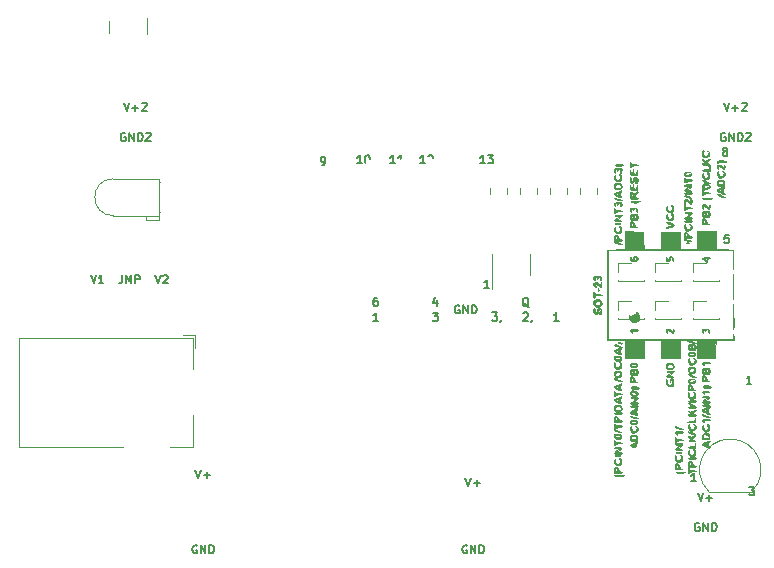
<source format=gto>
G04 #@! TF.GenerationSoftware,KiCad,Pcbnew,5.0.2+dfsg1-1~bpo9+1*
G04 #@! TF.CreationDate,2020-07-03T00:24:56-04:00*
G04 #@! TF.ProjectId,attiny10,61747469-6e79-4313-902e-6b696361645f,0.10.a*
G04 #@! TF.SameCoordinates,Original*
G04 #@! TF.FileFunction,Legend,Top*
G04 #@! TF.FilePolarity,Positive*
%FSLAX46Y46*%
G04 Gerber Fmt 4.6, Leading zero omitted, Abs format (unit mm)*
G04 Created by KiCad (PCBNEW 5.0.2+dfsg1-1~bpo9+1) date Fri 03 Jul 2020 12:24:56 AM EDT*
%MOMM*%
%LPD*%
G01*
G04 APERTURE LIST*
%ADD10C,0.175000*%
%ADD11C,0.120000*%
%ADD12C,0.010000*%
%ADD13C,0.150000*%
%ADD14C,4.300000*%
%ADD15O,1.700000X1.700000*%
%ADD16O,1.200000X1.400000*%
%ADD17O,1.000000X1.000000*%
%ADD18C,0.975000*%
%ADD19C,1.800000*%
%ADD20R,1.800000X1.800000*%
%ADD21R,0.650000X1.760000*%
%ADD22R,1.300000X1.300000*%
%ADD23C,1.300000*%
%ADD24C,3.500000*%
%ADD25C,3.000000*%
%ADD26R,3.500000X3.500000*%
%ADD27R,0.650000X1.560000*%
G04 APERTURE END LIST*
D10*
X85129666Y-78102666D02*
X84796333Y-78102666D01*
X84763000Y-78436000D01*
X84796333Y-78402666D01*
X84863000Y-78369333D01*
X85029666Y-78369333D01*
X85096333Y-78402666D01*
X85129666Y-78436000D01*
X85163000Y-78502666D01*
X85163000Y-78669333D01*
X85129666Y-78736000D01*
X85096333Y-78769333D01*
X85029666Y-78802666D01*
X84863000Y-78802666D01*
X84796333Y-78769333D01*
X84763000Y-78736000D01*
X84902666Y-71036666D02*
X84969333Y-71003333D01*
X85002666Y-70970000D01*
X85036000Y-70903333D01*
X85036000Y-70870000D01*
X85002666Y-70803333D01*
X84969333Y-70770000D01*
X84902666Y-70736666D01*
X84769333Y-70736666D01*
X84702666Y-70770000D01*
X84669333Y-70803333D01*
X84636000Y-70870000D01*
X84636000Y-70903333D01*
X84669333Y-70970000D01*
X84702666Y-71003333D01*
X84769333Y-71036666D01*
X84902666Y-71036666D01*
X84969333Y-71070000D01*
X85002666Y-71103333D01*
X85036000Y-71170000D01*
X85036000Y-71303333D01*
X85002666Y-71370000D01*
X84969333Y-71403333D01*
X84902666Y-71436666D01*
X84769333Y-71436666D01*
X84702666Y-71403333D01*
X84669333Y-71370000D01*
X84636000Y-71303333D01*
X84636000Y-71170000D01*
X84669333Y-71103333D01*
X84702666Y-71070000D01*
X84769333Y-71036666D01*
X87068000Y-90740666D02*
X86668000Y-90740666D01*
X86868000Y-90740666D02*
X86868000Y-90040666D01*
X86801333Y-90140666D01*
X86734666Y-90207333D01*
X86668000Y-90240666D01*
X31133666Y-81531666D02*
X31367000Y-82231666D01*
X31600333Y-81531666D01*
X32200333Y-82231666D02*
X31800333Y-82231666D01*
X32000333Y-82231666D02*
X32000333Y-81531666D01*
X31933666Y-81631666D01*
X31867000Y-81698333D01*
X31800333Y-81731666D01*
X33767000Y-81531666D02*
X33767000Y-82031666D01*
X33733666Y-82131666D01*
X33667000Y-82198333D01*
X33567000Y-82231666D01*
X33500333Y-82231666D01*
X34100333Y-82231666D02*
X34100333Y-81531666D01*
X34333666Y-82031666D01*
X34567000Y-81531666D01*
X34567000Y-82231666D01*
X34900333Y-82231666D02*
X34900333Y-81531666D01*
X35167000Y-81531666D01*
X35233666Y-81565000D01*
X35267000Y-81598333D01*
X35300333Y-81665000D01*
X35300333Y-81765000D01*
X35267000Y-81831666D01*
X35233666Y-81865000D01*
X35167000Y-81898333D01*
X34900333Y-81898333D01*
X36567000Y-81531666D02*
X36800333Y-82231666D01*
X37033666Y-81531666D01*
X37233666Y-81598333D02*
X37267000Y-81565000D01*
X37333666Y-81531666D01*
X37500333Y-81531666D01*
X37567000Y-81565000D01*
X37600333Y-81598333D01*
X37633666Y-81665000D01*
X37633666Y-81731666D01*
X37600333Y-81831666D01*
X37200333Y-82231666D01*
X37633666Y-82231666D01*
X60091666Y-84706666D02*
X60525000Y-84706666D01*
X60291666Y-84973333D01*
X60391666Y-84973333D01*
X60458333Y-85006666D01*
X60491666Y-85040000D01*
X60525000Y-85106666D01*
X60525000Y-85273333D01*
X60491666Y-85340000D01*
X60458333Y-85373333D01*
X60391666Y-85406666D01*
X60191666Y-85406666D01*
X60125000Y-85373333D01*
X60091666Y-85340000D01*
X55445000Y-85406666D02*
X55045000Y-85406666D01*
X55245000Y-85406666D02*
X55245000Y-84706666D01*
X55178333Y-84806666D01*
X55111666Y-84873333D01*
X55045000Y-84906666D01*
X60458333Y-83670000D02*
X60458333Y-84136666D01*
X60291666Y-83403333D02*
X60125000Y-83903333D01*
X60558333Y-83903333D01*
X55378333Y-83436666D02*
X55245000Y-83436666D01*
X55178333Y-83470000D01*
X55145000Y-83503333D01*
X55078333Y-83603333D01*
X55045000Y-83736666D01*
X55045000Y-84003333D01*
X55078333Y-84070000D01*
X55111666Y-84103333D01*
X55178333Y-84136666D01*
X55311666Y-84136666D01*
X55378333Y-84103333D01*
X55411666Y-84070000D01*
X55445000Y-84003333D01*
X55445000Y-83836666D01*
X55411666Y-83770000D01*
X55378333Y-83736666D01*
X55311666Y-83703333D01*
X55178333Y-83703333D01*
X55111666Y-83736666D01*
X55078333Y-83770000D01*
X55045000Y-83836666D01*
X62966666Y-104425000D02*
X62900000Y-104391666D01*
X62800000Y-104391666D01*
X62700000Y-104425000D01*
X62633333Y-104491666D01*
X62600000Y-104558333D01*
X62566666Y-104691666D01*
X62566666Y-104791666D01*
X62600000Y-104925000D01*
X62633333Y-104991666D01*
X62700000Y-105058333D01*
X62800000Y-105091666D01*
X62866666Y-105091666D01*
X62966666Y-105058333D01*
X63000000Y-105025000D01*
X63000000Y-104791666D01*
X62866666Y-104791666D01*
X63300000Y-105091666D02*
X63300000Y-104391666D01*
X63700000Y-105091666D01*
X63700000Y-104391666D01*
X64033333Y-105091666D02*
X64033333Y-104391666D01*
X64200000Y-104391666D01*
X64300000Y-104425000D01*
X64366666Y-104491666D01*
X64400000Y-104558333D01*
X64433333Y-104691666D01*
X64433333Y-104791666D01*
X64400000Y-104925000D01*
X64366666Y-104991666D01*
X64300000Y-105058333D01*
X64200000Y-105091666D01*
X64033333Y-105091666D01*
X50666666Y-72198666D02*
X50800000Y-72198666D01*
X50866666Y-72165333D01*
X50900000Y-72132000D01*
X50966666Y-72032000D01*
X51000000Y-71898666D01*
X51000000Y-71632000D01*
X50966666Y-71565333D01*
X50933333Y-71532000D01*
X50866666Y-71498666D01*
X50733333Y-71498666D01*
X50666666Y-71532000D01*
X50633333Y-71565333D01*
X50600000Y-71632000D01*
X50600000Y-71798666D01*
X50633333Y-71865333D01*
X50666666Y-71898666D01*
X50733333Y-71932000D01*
X50866666Y-71932000D01*
X50933333Y-71898666D01*
X50966666Y-71865333D01*
X51000000Y-71798666D01*
X64509666Y-72071666D02*
X64109666Y-72071666D01*
X64309666Y-72071666D02*
X64309666Y-71371666D01*
X64243000Y-71471666D01*
X64176333Y-71538333D01*
X64109666Y-71571666D01*
X64743000Y-71371666D02*
X65176333Y-71371666D01*
X64943000Y-71638333D01*
X65043000Y-71638333D01*
X65109666Y-71671666D01*
X65143000Y-71705000D01*
X65176333Y-71771666D01*
X65176333Y-71938333D01*
X65143000Y-72005000D01*
X65109666Y-72038333D01*
X65043000Y-72071666D01*
X64843000Y-72071666D01*
X64776333Y-72038333D01*
X64743000Y-72005000D01*
X59429666Y-72071666D02*
X59029666Y-72071666D01*
X59229666Y-72071666D02*
X59229666Y-71371666D01*
X59163000Y-71471666D01*
X59096333Y-71538333D01*
X59029666Y-71571666D01*
X59696333Y-71438333D02*
X59729666Y-71405000D01*
X59796333Y-71371666D01*
X59963000Y-71371666D01*
X60029666Y-71405000D01*
X60063000Y-71438333D01*
X60096333Y-71505000D01*
X60096333Y-71571666D01*
X60063000Y-71671666D01*
X59663000Y-72071666D01*
X60096333Y-72071666D01*
X56889666Y-72071666D02*
X56489666Y-72071666D01*
X56689666Y-72071666D02*
X56689666Y-71371666D01*
X56623000Y-71471666D01*
X56556333Y-71538333D01*
X56489666Y-71571666D01*
X57556333Y-72071666D02*
X57156333Y-72071666D01*
X57356333Y-72071666D02*
X57356333Y-71371666D01*
X57289666Y-71471666D01*
X57223000Y-71538333D01*
X57156333Y-71571666D01*
X62331666Y-84105000D02*
X62265000Y-84071666D01*
X62165000Y-84071666D01*
X62065000Y-84105000D01*
X61998333Y-84171666D01*
X61965000Y-84238333D01*
X61931666Y-84371666D01*
X61931666Y-84471666D01*
X61965000Y-84605000D01*
X61998333Y-84671666D01*
X62065000Y-84738333D01*
X62165000Y-84771666D01*
X62231666Y-84771666D01*
X62331666Y-84738333D01*
X62365000Y-84705000D01*
X62365000Y-84471666D01*
X62231666Y-84471666D01*
X62665000Y-84771666D02*
X62665000Y-84071666D01*
X63065000Y-84771666D01*
X63065000Y-84071666D01*
X63398333Y-84771666D02*
X63398333Y-84071666D01*
X63565000Y-84071666D01*
X63665000Y-84105000D01*
X63731666Y-84171666D01*
X63765000Y-84238333D01*
X63798333Y-84371666D01*
X63798333Y-84471666D01*
X63765000Y-84605000D01*
X63731666Y-84671666D01*
X63665000Y-84738333D01*
X63565000Y-84771666D01*
X63398333Y-84771666D01*
X54083000Y-72071666D02*
X53683000Y-72071666D01*
X53883000Y-72071666D02*
X53883000Y-71371666D01*
X53816333Y-71471666D01*
X53749666Y-71538333D01*
X53683000Y-71571666D01*
X54516333Y-71371666D02*
X54583000Y-71371666D01*
X54649666Y-71405000D01*
X54683000Y-71438333D01*
X54716333Y-71505000D01*
X54749666Y-71638333D01*
X54749666Y-71805000D01*
X54716333Y-71938333D01*
X54683000Y-72005000D01*
X54649666Y-72038333D01*
X54583000Y-72071666D01*
X54516333Y-72071666D01*
X54449666Y-72038333D01*
X54416333Y-72005000D01*
X54383000Y-71938333D01*
X54349666Y-71805000D01*
X54349666Y-71638333D01*
X54383000Y-71505000D01*
X54416333Y-71438333D01*
X54449666Y-71405000D01*
X54516333Y-71371666D01*
X64843000Y-82612666D02*
X64443000Y-82612666D01*
X64643000Y-82612666D02*
X64643000Y-81912666D01*
X64576333Y-82012666D01*
X64509666Y-82079333D01*
X64443000Y-82112666D01*
X86875144Y-99455144D02*
X87308478Y-99455144D01*
X87075144Y-99721811D01*
X87175144Y-99721811D01*
X87241811Y-99755144D01*
X87275144Y-99788478D01*
X87308478Y-99855144D01*
X87308478Y-100021811D01*
X87275144Y-100088478D01*
X87241811Y-100121811D01*
X87175144Y-100155144D01*
X86975144Y-100155144D01*
X86908478Y-100121811D01*
X86875144Y-100088478D01*
X82369000Y-98995666D02*
X81969000Y-98995666D01*
X82169000Y-98995666D02*
X82169000Y-98295666D01*
X82102333Y-98395666D01*
X82035666Y-98462333D01*
X81969000Y-98495666D01*
X68211666Y-84225833D02*
X68145000Y-84192500D01*
X68078333Y-84125833D01*
X67978333Y-84025833D01*
X67911666Y-83992500D01*
X67845000Y-83992500D01*
X67878333Y-84159166D02*
X67811666Y-84125833D01*
X67745000Y-84059166D01*
X67711666Y-83925833D01*
X67711666Y-83692500D01*
X67745000Y-83559166D01*
X67811666Y-83492500D01*
X67878333Y-83459166D01*
X68011666Y-83459166D01*
X68078333Y-83492500D01*
X68145000Y-83559166D01*
X68178333Y-83692500D01*
X68178333Y-83925833D01*
X68145000Y-84059166D01*
X68078333Y-84125833D01*
X68011666Y-84159166D01*
X67878333Y-84159166D01*
X65111666Y-84684166D02*
X65545000Y-84684166D01*
X65311666Y-84950833D01*
X65411666Y-84950833D01*
X65478333Y-84984166D01*
X65511666Y-85017500D01*
X65545000Y-85084166D01*
X65545000Y-85250833D01*
X65511666Y-85317500D01*
X65478333Y-85350833D01*
X65411666Y-85384166D01*
X65211666Y-85384166D01*
X65145000Y-85350833D01*
X65111666Y-85317500D01*
X65878333Y-85350833D02*
X65878333Y-85384166D01*
X65845000Y-85450833D01*
X65811666Y-85484166D01*
X67745000Y-84750833D02*
X67778333Y-84717500D01*
X67845000Y-84684166D01*
X68011666Y-84684166D01*
X68078333Y-84717500D01*
X68111666Y-84750833D01*
X68145000Y-84817500D01*
X68145000Y-84884166D01*
X68111666Y-84984166D01*
X67711666Y-85384166D01*
X68145000Y-85384166D01*
X68478333Y-85350833D02*
X68478333Y-85384166D01*
X68445000Y-85450833D01*
X68411666Y-85484166D01*
X70745000Y-85384166D02*
X70345000Y-85384166D01*
X70545000Y-85384166D02*
X70545000Y-84684166D01*
X70478333Y-84784166D01*
X70411666Y-84850833D01*
X70345000Y-84884166D01*
X34058333Y-69500000D02*
X33991666Y-69466666D01*
X33891666Y-69466666D01*
X33791666Y-69500000D01*
X33725000Y-69566666D01*
X33691666Y-69633333D01*
X33658333Y-69766666D01*
X33658333Y-69866666D01*
X33691666Y-70000000D01*
X33725000Y-70066666D01*
X33791666Y-70133333D01*
X33891666Y-70166666D01*
X33958333Y-70166666D01*
X34058333Y-70133333D01*
X34091666Y-70100000D01*
X34091666Y-69866666D01*
X33958333Y-69866666D01*
X34391666Y-70166666D02*
X34391666Y-69466666D01*
X34791666Y-70166666D01*
X34791666Y-69466666D01*
X35125000Y-70166666D02*
X35125000Y-69466666D01*
X35291666Y-69466666D01*
X35391666Y-69500000D01*
X35458333Y-69566666D01*
X35491666Y-69633333D01*
X35525000Y-69766666D01*
X35525000Y-69866666D01*
X35491666Y-70000000D01*
X35458333Y-70066666D01*
X35391666Y-70133333D01*
X35291666Y-70166666D01*
X35125000Y-70166666D01*
X35791666Y-69533333D02*
X35825000Y-69500000D01*
X35891666Y-69466666D01*
X36058333Y-69466666D01*
X36125000Y-69500000D01*
X36158333Y-69533333D01*
X36191666Y-69600000D01*
X36191666Y-69666666D01*
X36158333Y-69766666D01*
X35758333Y-70166666D01*
X36191666Y-70166666D01*
X82651666Y-102520000D02*
X82585000Y-102486666D01*
X82485000Y-102486666D01*
X82385000Y-102520000D01*
X82318333Y-102586666D01*
X82285000Y-102653333D01*
X82251666Y-102786666D01*
X82251666Y-102886666D01*
X82285000Y-103020000D01*
X82318333Y-103086666D01*
X82385000Y-103153333D01*
X82485000Y-103186666D01*
X82551666Y-103186666D01*
X82651666Y-103153333D01*
X82685000Y-103120000D01*
X82685000Y-102886666D01*
X82551666Y-102886666D01*
X82985000Y-103186666D02*
X82985000Y-102486666D01*
X83385000Y-103186666D01*
X83385000Y-102486666D01*
X83718333Y-103186666D02*
X83718333Y-102486666D01*
X83885000Y-102486666D01*
X83985000Y-102520000D01*
X84051666Y-102586666D01*
X84085000Y-102653333D01*
X84118333Y-102786666D01*
X84118333Y-102886666D01*
X84085000Y-103020000D01*
X84051666Y-103086666D01*
X83985000Y-103153333D01*
X83885000Y-103186666D01*
X83718333Y-103186666D01*
X82518333Y-99946666D02*
X82751666Y-100646666D01*
X82985000Y-99946666D01*
X83218333Y-100380000D02*
X83751666Y-100380000D01*
X83485000Y-100646666D02*
X83485000Y-100113333D01*
X84725000Y-66926666D02*
X84958333Y-67626666D01*
X85191666Y-66926666D01*
X85425000Y-67360000D02*
X85958333Y-67360000D01*
X85691666Y-67626666D02*
X85691666Y-67093333D01*
X86258333Y-66993333D02*
X86291666Y-66960000D01*
X86358333Y-66926666D01*
X86525000Y-66926666D01*
X86591666Y-66960000D01*
X86625000Y-66993333D01*
X86658333Y-67060000D01*
X86658333Y-67126666D01*
X86625000Y-67226666D01*
X86225000Y-67626666D01*
X86658333Y-67626666D01*
X84858333Y-69500000D02*
X84791666Y-69466666D01*
X84691666Y-69466666D01*
X84591666Y-69500000D01*
X84525000Y-69566666D01*
X84491666Y-69633333D01*
X84458333Y-69766666D01*
X84458333Y-69866666D01*
X84491666Y-70000000D01*
X84525000Y-70066666D01*
X84591666Y-70133333D01*
X84691666Y-70166666D01*
X84758333Y-70166666D01*
X84858333Y-70133333D01*
X84891666Y-70100000D01*
X84891666Y-69866666D01*
X84758333Y-69866666D01*
X85191666Y-70166666D02*
X85191666Y-69466666D01*
X85591666Y-70166666D01*
X85591666Y-69466666D01*
X85925000Y-70166666D02*
X85925000Y-69466666D01*
X86091666Y-69466666D01*
X86191666Y-69500000D01*
X86258333Y-69566666D01*
X86291666Y-69633333D01*
X86325000Y-69766666D01*
X86325000Y-69866666D01*
X86291666Y-70000000D01*
X86258333Y-70066666D01*
X86191666Y-70133333D01*
X86091666Y-70166666D01*
X85925000Y-70166666D01*
X86591666Y-69533333D02*
X86625000Y-69500000D01*
X86691666Y-69466666D01*
X86858333Y-69466666D01*
X86925000Y-69500000D01*
X86958333Y-69533333D01*
X86991666Y-69600000D01*
X86991666Y-69666666D01*
X86958333Y-69766666D01*
X86558333Y-70166666D01*
X86991666Y-70166666D01*
X62833333Y-98676666D02*
X63066666Y-99376666D01*
X63300000Y-98676666D01*
X63533333Y-99110000D02*
X64066666Y-99110000D01*
X63800000Y-99376666D02*
X63800000Y-98843333D01*
X40106666Y-104425000D02*
X40040000Y-104391666D01*
X39940000Y-104391666D01*
X39840000Y-104425000D01*
X39773333Y-104491666D01*
X39740000Y-104558333D01*
X39706666Y-104691666D01*
X39706666Y-104791666D01*
X39740000Y-104925000D01*
X39773333Y-104991666D01*
X39840000Y-105058333D01*
X39940000Y-105091666D01*
X40006666Y-105091666D01*
X40106666Y-105058333D01*
X40140000Y-105025000D01*
X40140000Y-104791666D01*
X40006666Y-104791666D01*
X40440000Y-105091666D02*
X40440000Y-104391666D01*
X40840000Y-105091666D01*
X40840000Y-104391666D01*
X41173333Y-105091666D02*
X41173333Y-104391666D01*
X41340000Y-104391666D01*
X41440000Y-104425000D01*
X41506666Y-104491666D01*
X41540000Y-104558333D01*
X41573333Y-104691666D01*
X41573333Y-104791666D01*
X41540000Y-104925000D01*
X41506666Y-104991666D01*
X41440000Y-105058333D01*
X41340000Y-105091666D01*
X41173333Y-105091666D01*
X39973333Y-98041666D02*
X40206666Y-98741666D01*
X40440000Y-98041666D01*
X40673333Y-98475000D02*
X41206666Y-98475000D01*
X40940000Y-98741666D02*
X40940000Y-98208333D01*
X33925000Y-66926666D02*
X34158333Y-67626666D01*
X34391666Y-66926666D01*
X34625000Y-67360000D02*
X35158333Y-67360000D01*
X34891666Y-67626666D02*
X34891666Y-67093333D01*
X35458333Y-66993333D02*
X35491666Y-66960000D01*
X35558333Y-66926666D01*
X35725000Y-66926666D01*
X35791666Y-66960000D01*
X35825000Y-66993333D01*
X35858333Y-67060000D01*
X35858333Y-67126666D01*
X35825000Y-67226666D01*
X35425000Y-67626666D01*
X35858333Y-67626666D01*
D11*
G04 #@! TO.C,REF\002A\002A*
X75725000Y-85215000D02*
X77945000Y-85215000D01*
X75725000Y-85215000D02*
X75725000Y-85150000D01*
X77945000Y-85215000D02*
X77945000Y-85150000D01*
X75725000Y-85215000D02*
X76271529Y-85215000D01*
X77398471Y-85215000D02*
X77945000Y-85215000D01*
X75725000Y-84455000D02*
X75725000Y-83695000D01*
X75725000Y-83695000D02*
X76835000Y-83695000D01*
X78900000Y-83695000D02*
X80010000Y-83695000D01*
X78900000Y-84455000D02*
X78900000Y-83695000D01*
X80573471Y-85215000D02*
X81120000Y-85215000D01*
X78900000Y-85215000D02*
X79446529Y-85215000D01*
X81120000Y-85215000D02*
X81120000Y-85150000D01*
X78900000Y-85215000D02*
X78900000Y-85150000D01*
X78900000Y-85215000D02*
X81120000Y-85215000D01*
X82075000Y-85215000D02*
X84295000Y-85215000D01*
X82075000Y-85215000D02*
X82075000Y-85150000D01*
X84295000Y-85215000D02*
X84295000Y-85150000D01*
X82075000Y-85215000D02*
X82621529Y-85215000D01*
X83748471Y-85215000D02*
X84295000Y-85215000D01*
X82075000Y-84455000D02*
X82075000Y-83695000D01*
X82075000Y-83695000D02*
X83185000Y-83695000D01*
X82075000Y-80520000D02*
X83185000Y-80520000D01*
X82075000Y-81280000D02*
X82075000Y-80520000D01*
X83748471Y-82040000D02*
X84295000Y-82040000D01*
X82075000Y-82040000D02*
X82621529Y-82040000D01*
X84295000Y-82040000D02*
X84295000Y-81975000D01*
X82075000Y-82040000D02*
X82075000Y-81975000D01*
X82075000Y-82040000D02*
X84295000Y-82040000D01*
X78900000Y-82040000D02*
X81120000Y-82040000D01*
X78900000Y-82040000D02*
X78900000Y-81975000D01*
X81120000Y-82040000D02*
X81120000Y-81975000D01*
X78900000Y-82040000D02*
X79446529Y-82040000D01*
X80573471Y-82040000D02*
X81120000Y-82040000D01*
X78900000Y-81280000D02*
X78900000Y-80520000D01*
X78900000Y-80520000D02*
X80010000Y-80520000D01*
X73989000Y-74163422D02*
X73989000Y-74680578D01*
X72569000Y-74163422D02*
X72569000Y-74680578D01*
X70029000Y-74163422D02*
X70029000Y-74680578D01*
X71449000Y-74163422D02*
X71449000Y-74680578D01*
X68909000Y-74163422D02*
X68909000Y-74680578D01*
X67489000Y-74163422D02*
X67489000Y-74680578D01*
G04 #@! TO.C,REF100552*
X33030000Y-76490000D02*
G75*
G02X33030000Y-73370000I0J1560000D01*
G01*
X37020000Y-76200000D02*
X37020000Y-76200000D01*
X36890000Y-76200000D02*
X37020000Y-76200000D01*
X36890000Y-76200000D02*
X36890000Y-76200000D01*
X37020000Y-76200000D02*
X36890000Y-76200000D01*
X37020000Y-73660000D02*
X37020000Y-73660000D01*
X36890000Y-73660000D02*
X37020000Y-73660000D01*
X36890000Y-73660000D02*
X36890000Y-73660000D01*
X37020000Y-73660000D02*
X36890000Y-73660000D01*
X36890000Y-76490000D02*
X36890000Y-76890000D01*
X35770000Y-76490000D02*
X36890000Y-76490000D01*
X35770000Y-76890000D02*
X35770000Y-76490000D01*
X36890000Y-76890000D02*
X35770000Y-76890000D01*
X36890000Y-73370000D02*
X36890000Y-76490000D01*
X36890000Y-76490000D02*
X33030000Y-76490000D01*
X36890000Y-73370000D02*
X33030000Y-73370000D01*
G04 #@! TO.C,REF\002A\002A*
X65065000Y-79745000D02*
X65065000Y-82695000D01*
X68285000Y-81545000D02*
X68285000Y-79745000D01*
X87108478Y-99838478D02*
G75*
G03X85270000Y-95400000I-1838478J1838478D01*
G01*
X83431522Y-99838478D02*
G75*
G02X85270000Y-95400000I1838478J1838478D01*
G01*
X83470000Y-99850000D02*
X87070000Y-99850000D01*
D12*
G04 #@! TO.C,G\002A\002A\002A*
G36*
X76787109Y-80030915D02*
X76819021Y-79992113D01*
X76877927Y-79964092D01*
X76863095Y-80081040D01*
X76862722Y-80082471D01*
X76860115Y-80227309D01*
X76909792Y-80264000D01*
X76985696Y-80192928D01*
X77004334Y-80088778D01*
X77044968Y-79957218D01*
X77193126Y-79940492D01*
X77193969Y-79940612D01*
X77352861Y-80020742D01*
X77420889Y-80162099D01*
X77374149Y-80289295D01*
X77253510Y-80332654D01*
X77216000Y-80335967D01*
X77216000Y-80264000D01*
X77328249Y-80196227D01*
X77343000Y-80137000D01*
X77275227Y-80024752D01*
X77216000Y-80010000D01*
X77103752Y-80077773D01*
X77089000Y-80137000D01*
X77156773Y-80249249D01*
X77216000Y-80264000D01*
X77216000Y-80335967D01*
X77072232Y-80348667D01*
X76870312Y-80298811D01*
X76764938Y-80178344D01*
X76787109Y-80030915D01*
X76787109Y-80030915D01*
G37*
X76787109Y-80030915D02*
X76819021Y-79992113D01*
X76877927Y-79964092D01*
X76863095Y-80081040D01*
X76862722Y-80082471D01*
X76860115Y-80227309D01*
X76909792Y-80264000D01*
X76985696Y-80192928D01*
X77004334Y-80088778D01*
X77044968Y-79957218D01*
X77193126Y-79940492D01*
X77193969Y-79940612D01*
X77352861Y-80020742D01*
X77420889Y-80162099D01*
X77374149Y-80289295D01*
X77253510Y-80332654D01*
X77216000Y-80335967D01*
X77216000Y-80264000D01*
X77328249Y-80196227D01*
X77343000Y-80137000D01*
X77275227Y-80024752D01*
X77216000Y-80010000D01*
X77103752Y-80077773D01*
X77089000Y-80137000D01*
X77156773Y-80249249D01*
X77216000Y-80264000D01*
X77216000Y-80335967D01*
X77072232Y-80348667D01*
X76870312Y-80298811D01*
X76764938Y-80178344D01*
X76787109Y-80030915D01*
G36*
X76796576Y-86146358D02*
X76986371Y-86108561D01*
X77089000Y-86106000D01*
X77301074Y-86124778D01*
X77419031Y-86171688D01*
X77427667Y-86190667D01*
X77353982Y-86249669D01*
X77175963Y-86275300D01*
X77168670Y-86275333D01*
X76992342Y-86296251D01*
X76964722Y-86364813D01*
X76973256Y-86381167D01*
X76984443Y-86432259D01*
X76893586Y-86370800D01*
X76766629Y-86232442D01*
X76796576Y-86146358D01*
X76796576Y-86146358D01*
G37*
X76796576Y-86146358D02*
X76986371Y-86108561D01*
X77089000Y-86106000D01*
X77301074Y-86124778D01*
X77419031Y-86171688D01*
X77427667Y-86190667D01*
X77353982Y-86249669D01*
X77175963Y-86275300D01*
X77168670Y-86275333D01*
X76992342Y-86296251D01*
X76964722Y-86364813D01*
X76973256Y-86381167D01*
X76984443Y-86432259D01*
X76893586Y-86370800D01*
X76766629Y-86232442D01*
X76796576Y-86146358D01*
G36*
X76706782Y-84884401D02*
X76853839Y-84713801D01*
X77080692Y-84597584D01*
X77267476Y-84623869D01*
X77427667Y-84751333D01*
X77576343Y-84986061D01*
X77560431Y-85216305D01*
X77442167Y-85373211D01*
X77200114Y-85499615D01*
X76955017Y-85470153D01*
X76805789Y-85358500D01*
X76679899Y-85120305D01*
X76706782Y-84884401D01*
X76706782Y-84884401D01*
G37*
X76706782Y-84884401D02*
X76853839Y-84713801D01*
X77080692Y-84597584D01*
X77267476Y-84623869D01*
X77427667Y-84751333D01*
X77576343Y-84986061D01*
X77560431Y-85216305D01*
X77442167Y-85373211D01*
X77200114Y-85499615D01*
X76955017Y-85470153D01*
X76805789Y-85358500D01*
X76679899Y-85120305D01*
X76706782Y-84884401D01*
G36*
X79803700Y-80115833D02*
X79811739Y-79959503D01*
X79837936Y-79962337D01*
X79885639Y-80073500D01*
X79962416Y-80215960D01*
X80026545Y-80269112D01*
X80042911Y-80204491D01*
X80042307Y-80200500D01*
X80052990Y-80005743D01*
X80172600Y-79936738D01*
X80242834Y-79940612D01*
X80414000Y-80037026D01*
X80460389Y-80158167D01*
X80450854Y-80305658D01*
X80404815Y-80348667D01*
X80356585Y-80281393D01*
X80366468Y-80179333D01*
X80360823Y-80040597D01*
X80273875Y-80010000D01*
X80159871Y-80080585D01*
X80137000Y-80179333D01*
X80077132Y-80320838D01*
X79967667Y-80348667D01*
X79841153Y-80306337D01*
X79803484Y-80151697D01*
X79803700Y-80115833D01*
X79803700Y-80115833D01*
G37*
X79803700Y-80115833D02*
X79811739Y-79959503D01*
X79837936Y-79962337D01*
X79885639Y-80073500D01*
X79962416Y-80215960D01*
X80026545Y-80269112D01*
X80042911Y-80204491D01*
X80042307Y-80200500D01*
X80052990Y-80005743D01*
X80172600Y-79936738D01*
X80242834Y-79940612D01*
X80414000Y-80037026D01*
X80460389Y-80158167D01*
X80450854Y-80305658D01*
X80404815Y-80348667D01*
X80356585Y-80281393D01*
X80366468Y-80179333D01*
X80360823Y-80040597D01*
X80273875Y-80010000D01*
X80159871Y-80080585D01*
X80137000Y-80179333D01*
X80077132Y-80320838D01*
X79967667Y-80348667D01*
X79841153Y-80306337D01*
X79803484Y-80151697D01*
X79803700Y-80115833D01*
G36*
X79861382Y-86106476D02*
X79928487Y-86050741D01*
X80085069Y-86064014D01*
X80217381Y-86144455D01*
X80337407Y-86239531D01*
X80391530Y-86212819D01*
X80416073Y-86133557D01*
X80446799Y-86073876D01*
X80464419Y-86182839D01*
X80465845Y-86211833D01*
X80450576Y-86380626D01*
X80404122Y-86444667D01*
X80299613Y-86388054D01*
X80179334Y-86275333D01*
X80037573Y-86148944D01*
X79944670Y-86106000D01*
X79897400Y-86173305D01*
X79907532Y-86275333D01*
X79912281Y-86410341D01*
X79875074Y-86444667D01*
X79806146Y-86382034D01*
X79804979Y-86244247D01*
X79861382Y-86106476D01*
X79861382Y-86106476D01*
G37*
X79861382Y-86106476D02*
X79928487Y-86050741D01*
X80085069Y-86064014D01*
X80217381Y-86144455D01*
X80337407Y-86239531D01*
X80391530Y-86212819D01*
X80416073Y-86133557D01*
X80446799Y-86073876D01*
X80464419Y-86182839D01*
X80465845Y-86211833D01*
X80450576Y-86380626D01*
X80404122Y-86444667D01*
X80299613Y-86388054D01*
X80179334Y-86275333D01*
X80037573Y-86148944D01*
X79944670Y-86106000D01*
X79897400Y-86173305D01*
X79907532Y-86275333D01*
X79912281Y-86410341D01*
X79875074Y-86444667D01*
X79806146Y-86382034D01*
X79804979Y-86244247D01*
X79861382Y-86106476D01*
G36*
X82918982Y-80038965D02*
X83090012Y-79995476D01*
X83289050Y-79984880D01*
X83445720Y-80016636D01*
X83458197Y-80023656D01*
X83515739Y-80082253D01*
X83466055Y-80093370D01*
X83374226Y-80165981D01*
X83339055Y-80268490D01*
X83307349Y-80386085D01*
X83235203Y-80375072D01*
X83142667Y-80303912D01*
X83038456Y-80209826D01*
X83067232Y-80196730D01*
X83121500Y-80212098D01*
X83243777Y-80210697D01*
X83269667Y-80167498D01*
X83199932Y-80114142D01*
X83058000Y-80129435D01*
X82901692Y-80143558D01*
X82846334Y-80105890D01*
X82918982Y-80038965D01*
X82918982Y-80038965D01*
G37*
X82918982Y-80038965D02*
X83090012Y-79995476D01*
X83289050Y-79984880D01*
X83445720Y-80016636D01*
X83458197Y-80023656D01*
X83515739Y-80082253D01*
X83466055Y-80093370D01*
X83374226Y-80165981D01*
X83339055Y-80268490D01*
X83307349Y-80386085D01*
X83235203Y-80375072D01*
X83142667Y-80303912D01*
X83038456Y-80209826D01*
X83067232Y-80196730D01*
X83121500Y-80212098D01*
X83243777Y-80210697D01*
X83269667Y-80167498D01*
X83199932Y-80114142D01*
X83058000Y-80129435D01*
X82901692Y-80143558D01*
X82846334Y-80105890D01*
X82918982Y-80038965D01*
G36*
X82912386Y-86122367D02*
X83047714Y-86069847D01*
X83185000Y-86063667D01*
X83392949Y-86084275D01*
X83486321Y-86166476D01*
X83508389Y-86254167D01*
X83498854Y-86401658D01*
X83452815Y-86444667D01*
X83404585Y-86377393D01*
X83414468Y-86275333D01*
X83402830Y-86136664D01*
X83313510Y-86109672D01*
X83229619Y-86186969D01*
X83120186Y-86230449D01*
X83040590Y-86214604D01*
X82942343Y-86205424D01*
X82955977Y-86302968D01*
X82962097Y-86420558D01*
X82922454Y-86444667D01*
X82864403Y-86374482D01*
X82861612Y-86254167D01*
X82912386Y-86122367D01*
X82912386Y-86122367D01*
G37*
X82912386Y-86122367D02*
X83047714Y-86069847D01*
X83185000Y-86063667D01*
X83392949Y-86084275D01*
X83486321Y-86166476D01*
X83508389Y-86254167D01*
X83498854Y-86401658D01*
X83452815Y-86444667D01*
X83404585Y-86377393D01*
X83414468Y-86275333D01*
X83402830Y-86136664D01*
X83313510Y-86109672D01*
X83229619Y-86186969D01*
X83120186Y-86230449D01*
X83040590Y-86214604D01*
X82942343Y-86205424D01*
X82955977Y-86302968D01*
X82962097Y-86420558D01*
X82922454Y-86444667D01*
X82864403Y-86374482D01*
X82861612Y-86254167D01*
X82912386Y-86122367D01*
G36*
X74074514Y-82657597D02*
X74112996Y-82682848D01*
X74118983Y-82768722D01*
X74098305Y-82859065D01*
X74067830Y-82819875D01*
X74057736Y-82687551D01*
X74074514Y-82657597D01*
X74074514Y-82657597D01*
G37*
X74074514Y-82657597D02*
X74112996Y-82682848D01*
X74118983Y-82768722D01*
X74098305Y-82859065D01*
X74067830Y-82819875D01*
X74057736Y-82687551D01*
X74074514Y-82657597D01*
G36*
X73775066Y-81627049D02*
X73998282Y-81574989D01*
X74057307Y-81573514D01*
X74259506Y-81599743D01*
X74348045Y-81694605D01*
X74364389Y-81766833D01*
X74350173Y-81914141D01*
X74295892Y-81957333D01*
X74239852Y-81905811D01*
X74252667Y-81872667D01*
X74263045Y-81731774D01*
X74244740Y-81690507D01*
X74163065Y-81657333D01*
X74070410Y-81749023D01*
X73984548Y-81831815D01*
X73956334Y-81804182D01*
X73894865Y-81709525D01*
X73862608Y-81703333D01*
X73805995Y-81764921D01*
X73817618Y-81830333D01*
X73815482Y-81939136D01*
X73733739Y-81944855D01*
X73657708Y-81868958D01*
X73649615Y-81733856D01*
X73775066Y-81627049D01*
X73775066Y-81627049D01*
G37*
X73775066Y-81627049D02*
X73998282Y-81574989D01*
X74057307Y-81573514D01*
X74259506Y-81599743D01*
X74348045Y-81694605D01*
X74364389Y-81766833D01*
X74350173Y-81914141D01*
X74295892Y-81957333D01*
X74239852Y-81905811D01*
X74252667Y-81872667D01*
X74263045Y-81731774D01*
X74244740Y-81690507D01*
X74163065Y-81657333D01*
X74070410Y-81749023D01*
X73984548Y-81831815D01*
X73956334Y-81804182D01*
X73894865Y-81709525D01*
X73862608Y-81703333D01*
X73805995Y-81764921D01*
X73817618Y-81830333D01*
X73815482Y-81939136D01*
X73733739Y-81944855D01*
X73657708Y-81868958D01*
X73649615Y-81733856D01*
X73775066Y-81627049D01*
G36*
X73657785Y-82224347D02*
X73711342Y-82166039D01*
X73816190Y-82088735D01*
X73925303Y-82111859D01*
X74062083Y-82209744D01*
X74282863Y-82383410D01*
X74319735Y-82191539D01*
X74345842Y-82102277D01*
X74362259Y-82173011D01*
X74368137Y-82274833D01*
X74356776Y-82461930D01*
X74313648Y-82549171D01*
X74308122Y-82550000D01*
X74203613Y-82493387D01*
X74083334Y-82380667D01*
X73922035Y-82239132D01*
X73828273Y-82231041D01*
X73820427Y-82354843D01*
X73832715Y-82401833D01*
X73864943Y-82532404D01*
X73821769Y-82523867D01*
X73735611Y-82444167D01*
X73633043Y-82321168D01*
X73657785Y-82224347D01*
X73657785Y-82224347D01*
G37*
X73657785Y-82224347D02*
X73711342Y-82166039D01*
X73816190Y-82088735D01*
X73925303Y-82111859D01*
X74062083Y-82209744D01*
X74282863Y-82383410D01*
X74319735Y-82191539D01*
X74345842Y-82102277D01*
X74362259Y-82173011D01*
X74368137Y-82274833D01*
X74356776Y-82461930D01*
X74313648Y-82549171D01*
X74308122Y-82550000D01*
X74203613Y-82493387D01*
X74083334Y-82380667D01*
X73922035Y-82239132D01*
X73828273Y-82231041D01*
X73820427Y-82354843D01*
X73832715Y-82401833D01*
X73864943Y-82532404D01*
X73821769Y-82523867D01*
X73735611Y-82444167D01*
X73633043Y-82321168D01*
X73657785Y-82224347D01*
G36*
X73669042Y-82965215D02*
X73702334Y-82931000D01*
X73775606Y-82949222D01*
X73787000Y-83005559D01*
X73868096Y-83109652D01*
X74104500Y-83165657D01*
X74422000Y-83198868D01*
X74104500Y-83213101D01*
X73875982Y-83248758D01*
X73789305Y-83335152D01*
X73787000Y-83359330D01*
X73745954Y-83446965D01*
X73702334Y-83439000D01*
X73633802Y-83314929D01*
X73622705Y-83125641D01*
X73669042Y-82965215D01*
X73669042Y-82965215D01*
G37*
X73669042Y-82965215D02*
X73702334Y-82931000D01*
X73775606Y-82949222D01*
X73787000Y-83005559D01*
X73868096Y-83109652D01*
X74104500Y-83165657D01*
X74422000Y-83198868D01*
X74104500Y-83213101D01*
X73875982Y-83248758D01*
X73789305Y-83335152D01*
X73787000Y-83359330D01*
X73745954Y-83446965D01*
X73702334Y-83439000D01*
X73633802Y-83314929D01*
X73622705Y-83125641D01*
X73669042Y-82965215D01*
G36*
X73759195Y-83633460D02*
X73999986Y-83567442D01*
X74048875Y-83566000D01*
X74256426Y-83629921D01*
X74368255Y-83784000D01*
X74369581Y-83971716D01*
X74245624Y-84136545D01*
X74204656Y-84161705D01*
X74029865Y-84208373D01*
X73978667Y-84187599D01*
X73978667Y-84074000D01*
X74199750Y-84036172D01*
X74281531Y-83914777D01*
X74275601Y-83824129D01*
X74179463Y-83720505D01*
X74039841Y-83693000D01*
X73865861Y-83740172D01*
X73802278Y-83883500D01*
X73815643Y-84028804D01*
X73943003Y-84073269D01*
X73978667Y-84074000D01*
X73978667Y-84187599D01*
X73841734Y-84132037D01*
X73823656Y-84120399D01*
X73656341Y-83946098D01*
X73639750Y-83771732D01*
X73759195Y-83633460D01*
X73759195Y-83633460D01*
G37*
X73759195Y-83633460D02*
X73999986Y-83567442D01*
X74048875Y-83566000D01*
X74256426Y-83629921D01*
X74368255Y-83784000D01*
X74369581Y-83971716D01*
X74245624Y-84136545D01*
X74204656Y-84161705D01*
X74029865Y-84208373D01*
X73978667Y-84187599D01*
X73978667Y-84074000D01*
X74199750Y-84036172D01*
X74281531Y-83914777D01*
X74275601Y-83824129D01*
X74179463Y-83720505D01*
X74039841Y-83693000D01*
X73865861Y-83740172D01*
X73802278Y-83883500D01*
X73815643Y-84028804D01*
X73943003Y-84073269D01*
X73978667Y-84074000D01*
X73978667Y-84187599D01*
X73841734Y-84132037D01*
X73823656Y-84120399D01*
X73656341Y-83946098D01*
X73639750Y-83771732D01*
X73759195Y-83633460D01*
G36*
X73734750Y-84338134D02*
X73808725Y-84357996D01*
X73811532Y-84497333D01*
X73813472Y-84632981D01*
X73861792Y-84666667D01*
X73947523Y-84599057D01*
X73956334Y-84550034D01*
X74012593Y-84389083D01*
X74139498Y-84306398D01*
X74274240Y-84341378D01*
X74280081Y-84346948D01*
X74367151Y-84516599D01*
X74365566Y-84704092D01*
X74323222Y-84779556D01*
X74192880Y-84835377D01*
X74179289Y-84836000D01*
X74148738Y-84792526D01*
X74193400Y-84734400D01*
X74283700Y-84584328D01*
X74295000Y-84522733D01*
X74255375Y-84419169D01*
X74164843Y-84439831D01*
X74065917Y-84567714D01*
X74041000Y-84624333D01*
X73956145Y-84781167D01*
X73884129Y-84836000D01*
X73750649Y-84765488D01*
X73655296Y-84609466D01*
X73647871Y-84456078D01*
X73734750Y-84338134D01*
X73734750Y-84338134D01*
G37*
X73734750Y-84338134D02*
X73808725Y-84357996D01*
X73811532Y-84497333D01*
X73813472Y-84632981D01*
X73861792Y-84666667D01*
X73947523Y-84599057D01*
X73956334Y-84550034D01*
X74012593Y-84389083D01*
X74139498Y-84306398D01*
X74274240Y-84341378D01*
X74280081Y-84346948D01*
X74367151Y-84516599D01*
X74365566Y-84704092D01*
X74323222Y-84779556D01*
X74192880Y-84835377D01*
X74179289Y-84836000D01*
X74148738Y-84792526D01*
X74193400Y-84734400D01*
X74283700Y-84584328D01*
X74295000Y-84522733D01*
X74255375Y-84419169D01*
X74164843Y-84439831D01*
X74065917Y-84567714D01*
X74041000Y-84624333D01*
X73956145Y-84781167D01*
X73884129Y-84836000D01*
X73750649Y-84765488D01*
X73655296Y-84609466D01*
X73647871Y-84456078D01*
X73734750Y-84338134D01*
G36*
X75421358Y-72585426D02*
X75574647Y-72476495D01*
X75670834Y-72452024D01*
X75878530Y-72433486D01*
X76006224Y-72445712D01*
X76009500Y-72447412D01*
X76067875Y-72562699D01*
X76057196Y-72731916D01*
X75984571Y-72857755D01*
X75979263Y-72861273D01*
X75921586Y-72854568D01*
X75942635Y-72739270D01*
X75954451Y-72594902D01*
X75874095Y-72559333D01*
X75735401Y-72620680D01*
X75705740Y-72665167D01*
X75667486Y-72727559D01*
X75656351Y-72665167D01*
X75592661Y-72566637D01*
X75559295Y-72559333D01*
X75507865Y-72625798D01*
X75526032Y-72739270D01*
X75543913Y-72865120D01*
X75489404Y-72861273D01*
X75386095Y-72729135D01*
X75421358Y-72585426D01*
X75421358Y-72585426D01*
G37*
X75421358Y-72585426D02*
X75574647Y-72476495D01*
X75670834Y-72452024D01*
X75878530Y-72433486D01*
X76006224Y-72445712D01*
X76009500Y-72447412D01*
X76067875Y-72562699D01*
X76057196Y-72731916D01*
X75984571Y-72857755D01*
X75979263Y-72861273D01*
X75921586Y-72854568D01*
X75942635Y-72739270D01*
X75954451Y-72594902D01*
X75874095Y-72559333D01*
X75735401Y-72620680D01*
X75705740Y-72665167D01*
X75667486Y-72727559D01*
X75656351Y-72665167D01*
X75592661Y-72566637D01*
X75559295Y-72559333D01*
X75507865Y-72625798D01*
X75526032Y-72739270D01*
X75543913Y-72865120D01*
X75489404Y-72861273D01*
X75386095Y-72729135D01*
X75421358Y-72585426D01*
G36*
X75429082Y-73100336D02*
X75483727Y-73022903D01*
X75536505Y-73041567D01*
X75519762Y-73175764D01*
X75533286Y-73366563D01*
X75664983Y-73460500D01*
X75861334Y-73436618D01*
X75977026Y-73325330D01*
X75947912Y-73160292D01*
X75882500Y-73073683D01*
X75822457Y-72991882D01*
X75897579Y-72997964D01*
X75903667Y-72999780D01*
X76025664Y-73109397D01*
X76060507Y-73287252D01*
X76007484Y-73456348D01*
X75908589Y-73531438D01*
X75654087Y-73555619D01*
X75469431Y-73466666D01*
X75395734Y-73284871D01*
X75395667Y-73278291D01*
X75429082Y-73100336D01*
X75429082Y-73100336D01*
G37*
X75429082Y-73100336D02*
X75483727Y-73022903D01*
X75536505Y-73041567D01*
X75519762Y-73175764D01*
X75533286Y-73366563D01*
X75664983Y-73460500D01*
X75861334Y-73436618D01*
X75977026Y-73325330D01*
X75947912Y-73160292D01*
X75882500Y-73073683D01*
X75822457Y-72991882D01*
X75897579Y-72997964D01*
X75903667Y-72999780D01*
X76025664Y-73109397D01*
X76060507Y-73287252D01*
X76007484Y-73456348D01*
X75908589Y-73531438D01*
X75654087Y-73555619D01*
X75469431Y-73466666D01*
X75395734Y-73284871D01*
X75395667Y-73278291D01*
X75429082Y-73100336D01*
G36*
X75429519Y-73804124D02*
X75558711Y-73708920D01*
X75608433Y-73694492D01*
X75856005Y-73701291D01*
X76022126Y-73842482D01*
X76073000Y-74051367D01*
X76052723Y-74181355D01*
X75960455Y-74239105D01*
X75749039Y-74252647D01*
X75734334Y-74252667D01*
X75734334Y-74168000D01*
X75922053Y-74139996D01*
X75986703Y-74039408D01*
X75988334Y-74007725D01*
X75929403Y-73849972D01*
X75861334Y-73798716D01*
X75657298Y-73784709D01*
X75513955Y-73887021D01*
X75480334Y-74007725D01*
X75524714Y-74126177D01*
X75684123Y-74166972D01*
X75734334Y-74168000D01*
X75734334Y-74252667D01*
X75517156Y-74242589D01*
X75420610Y-74188256D01*
X75396188Y-74053519D01*
X75395667Y-74000280D01*
X75429519Y-73804124D01*
X75429519Y-73804124D01*
G37*
X75429519Y-73804124D02*
X75558711Y-73708920D01*
X75608433Y-73694492D01*
X75856005Y-73701291D01*
X76022126Y-73842482D01*
X76073000Y-74051367D01*
X76052723Y-74181355D01*
X75960455Y-74239105D01*
X75749039Y-74252647D01*
X75734334Y-74252667D01*
X75734334Y-74168000D01*
X75922053Y-74139996D01*
X75986703Y-74039408D01*
X75988334Y-74007725D01*
X75929403Y-73849972D01*
X75861334Y-73798716D01*
X75657298Y-73784709D01*
X75513955Y-73887021D01*
X75480334Y-74007725D01*
X75524714Y-74126177D01*
X75684123Y-74166972D01*
X75734334Y-74168000D01*
X75734334Y-74252667D01*
X75517156Y-74242589D01*
X75420610Y-74188256D01*
X75396188Y-74053519D01*
X75395667Y-74000280D01*
X75429519Y-73804124D01*
G36*
X75466199Y-74591508D02*
X75641616Y-74492333D01*
X75702340Y-74465470D01*
X75949715Y-74368445D01*
X76059936Y-74344675D01*
X76047886Y-74392854D01*
X76005267Y-74438933D01*
X75915859Y-74605737D01*
X75923207Y-74778433D01*
X76009500Y-74873927D01*
X76056601Y-74914634D01*
X76022134Y-74923316D01*
X75860447Y-74900808D01*
X75658242Y-74834050D01*
X75649667Y-74829965D01*
X75649667Y-74718333D01*
X75727686Y-74711621D01*
X75734334Y-74680997D01*
X75672873Y-74594779D01*
X75649667Y-74591333D01*
X75567201Y-74620220D01*
X75565000Y-74628670D01*
X75624329Y-74700956D01*
X75649667Y-74718333D01*
X75649667Y-74829965D01*
X75481595Y-74749882D01*
X75396587Y-74675144D01*
X75395667Y-74668854D01*
X75466199Y-74591508D01*
X75466199Y-74591508D01*
G37*
X75466199Y-74591508D02*
X75641616Y-74492333D01*
X75702340Y-74465470D01*
X75949715Y-74368445D01*
X76059936Y-74344675D01*
X76047886Y-74392854D01*
X76005267Y-74438933D01*
X75915859Y-74605737D01*
X75923207Y-74778433D01*
X76009500Y-74873927D01*
X76056601Y-74914634D01*
X76022134Y-74923316D01*
X75860447Y-74900808D01*
X75658242Y-74834050D01*
X75649667Y-74829965D01*
X75649667Y-74718333D01*
X75727686Y-74711621D01*
X75734334Y-74680997D01*
X75672873Y-74594779D01*
X75649667Y-74591333D01*
X75567201Y-74620220D01*
X75565000Y-74628670D01*
X75624329Y-74700956D01*
X75649667Y-74718333D01*
X75649667Y-74829965D01*
X75481595Y-74749882D01*
X75396587Y-74675144D01*
X75395667Y-74668854D01*
X75466199Y-74591508D01*
G36*
X75402722Y-74986794D02*
X75497120Y-74993776D01*
X75691695Y-75044620D01*
X75776667Y-75071671D01*
X76115334Y-75184422D01*
X75776667Y-75134327D01*
X75503942Y-75083235D01*
X75388594Y-75031965D01*
X75402722Y-74986794D01*
X75402722Y-74986794D01*
G37*
X75402722Y-74986794D02*
X75497120Y-74993776D01*
X75691695Y-75044620D01*
X75776667Y-75071671D01*
X76115334Y-75184422D01*
X75776667Y-75134327D01*
X75503942Y-75083235D01*
X75388594Y-75031965D01*
X75402722Y-74986794D01*
G36*
X75463845Y-75396164D02*
X75658363Y-75321961D01*
X75865156Y-75298666D01*
X75996303Y-75315935D01*
X75997029Y-75316374D01*
X76061002Y-75423984D01*
X76066685Y-75573698D01*
X76017180Y-75680413D01*
X75983337Y-75692000D01*
X75932771Y-75640130D01*
X75946000Y-75607333D01*
X75956379Y-75466441D01*
X75938073Y-75425174D01*
X75856399Y-75391999D01*
X75763743Y-75483690D01*
X75677881Y-75566482D01*
X75649667Y-75538849D01*
X75588198Y-75444192D01*
X75555942Y-75438000D01*
X75499329Y-75499587D01*
X75510951Y-75565000D01*
X75512711Y-75674022D01*
X75477676Y-75692000D01*
X75409617Y-75621548D01*
X75395667Y-75533250D01*
X75463845Y-75396164D01*
X75463845Y-75396164D01*
G37*
X75463845Y-75396164D02*
X75658363Y-75321961D01*
X75865156Y-75298666D01*
X75996303Y-75315935D01*
X75997029Y-75316374D01*
X76061002Y-75423984D01*
X76066685Y-75573698D01*
X76017180Y-75680413D01*
X75983337Y-75692000D01*
X75932771Y-75640130D01*
X75946000Y-75607333D01*
X75956379Y-75466441D01*
X75938073Y-75425174D01*
X75856399Y-75391999D01*
X75763743Y-75483690D01*
X75677881Y-75566482D01*
X75649667Y-75538849D01*
X75588198Y-75444192D01*
X75555942Y-75438000D01*
X75499329Y-75499587D01*
X75510951Y-75565000D01*
X75512711Y-75674022D01*
X75477676Y-75692000D01*
X75409617Y-75621548D01*
X75395667Y-75533250D01*
X75463845Y-75396164D01*
G36*
X75423023Y-75897834D02*
X75442480Y-75851107D01*
X75453106Y-75877704D01*
X75569904Y-75997065D01*
X75803118Y-76053972D01*
X76115334Y-76086868D01*
X75804042Y-76101101D01*
X75561837Y-76145294D01*
X75456154Y-76256009D01*
X75454030Y-76263500D01*
X75430686Y-76283900D01*
X75416897Y-76162739D01*
X75415310Y-76073000D01*
X75423023Y-75897834D01*
X75423023Y-75897834D01*
G37*
X75423023Y-75897834D02*
X75442480Y-75851107D01*
X75453106Y-75877704D01*
X75569904Y-75997065D01*
X75803118Y-76053972D01*
X76115334Y-76086868D01*
X75804042Y-76101101D01*
X75561837Y-76145294D01*
X75456154Y-76256009D01*
X75454030Y-76263500D01*
X75430686Y-76283900D01*
X75416897Y-76162739D01*
X75415310Y-76073000D01*
X75423023Y-75897834D01*
G36*
X75477952Y-76789049D02*
X75620562Y-76701140D01*
X75845456Y-76581000D01*
X75599395Y-76527517D01*
X75476323Y-76495168D01*
X75495724Y-76477259D01*
X75669604Y-76468411D01*
X75734334Y-76467062D01*
X76115334Y-76460090D01*
X75868670Y-76661753D01*
X75622006Y-76863417D01*
X75868670Y-76900023D01*
X75985679Y-76923265D01*
X75949190Y-76938587D01*
X75755500Y-76949314D01*
X75500717Y-76938640D01*
X75407794Y-76884470D01*
X75477952Y-76789049D01*
X75477952Y-76789049D01*
G37*
X75477952Y-76789049D02*
X75620562Y-76701140D01*
X75845456Y-76581000D01*
X75599395Y-76527517D01*
X75476323Y-76495168D01*
X75495724Y-76477259D01*
X75669604Y-76468411D01*
X75734334Y-76467062D01*
X76115334Y-76460090D01*
X75868670Y-76661753D01*
X75622006Y-76863417D01*
X75868670Y-76900023D01*
X75985679Y-76923265D01*
X75949190Y-76938587D01*
X75755500Y-76949314D01*
X75500717Y-76938640D01*
X75407794Y-76884470D01*
X75477952Y-76789049D01*
G36*
X75543834Y-77156248D02*
X75790551Y-77142241D01*
X75924834Y-77156248D01*
X75964956Y-77177186D01*
X75858582Y-77190470D01*
X75734334Y-77192940D01*
X75551212Y-77186335D01*
X75500943Y-77169449D01*
X75543834Y-77156248D01*
X75543834Y-77156248D01*
G37*
X75543834Y-77156248D02*
X75790551Y-77142241D01*
X75924834Y-77156248D01*
X75964956Y-77177186D01*
X75858582Y-77190470D01*
X75734334Y-77192940D01*
X75551212Y-77186335D01*
X75500943Y-77169449D01*
X75543834Y-77156248D01*
G36*
X75429082Y-77503002D02*
X75483727Y-77425569D01*
X75536505Y-77444234D01*
X75519762Y-77578431D01*
X75533286Y-77769230D01*
X75664983Y-77863167D01*
X75861334Y-77839285D01*
X75977026Y-77727996D01*
X75947912Y-77562959D01*
X75882500Y-77476350D01*
X75822457Y-77394549D01*
X75897579Y-77400631D01*
X75903667Y-77402446D01*
X76025664Y-77512064D01*
X76060507Y-77689918D01*
X76007484Y-77859015D01*
X75908589Y-77934105D01*
X75654087Y-77958285D01*
X75469431Y-77869333D01*
X75395734Y-77687537D01*
X75395667Y-77680958D01*
X75429082Y-77503002D01*
X75429082Y-77503002D01*
G37*
X75429082Y-77503002D02*
X75483727Y-77425569D01*
X75536505Y-77444234D01*
X75519762Y-77578431D01*
X75533286Y-77769230D01*
X75664983Y-77863167D01*
X75861334Y-77839285D01*
X75977026Y-77727996D01*
X75947912Y-77562959D01*
X75882500Y-77476350D01*
X75822457Y-77394549D01*
X75897579Y-77400631D01*
X75903667Y-77402446D01*
X76025664Y-77512064D01*
X76060507Y-77689918D01*
X76007484Y-77859015D01*
X75908589Y-77934105D01*
X75654087Y-77958285D01*
X75469431Y-77869333D01*
X75395734Y-77687537D01*
X75395667Y-77680958D01*
X75429082Y-77503002D01*
G36*
X75410666Y-78390933D02*
X75455166Y-78187176D01*
X75553794Y-78109802D01*
X75607334Y-78105000D01*
X75758743Y-78174174D01*
X75803722Y-78295500D01*
X75870695Y-78444443D01*
X75951889Y-78486000D01*
X76073093Y-78513325D01*
X76066782Y-78573527D01*
X75961578Y-78633951D01*
X75797834Y-78661775D01*
X75607334Y-78666234D01*
X75607334Y-78486000D01*
X75714471Y-78470046D01*
X75719889Y-78386091D01*
X75683128Y-78281744D01*
X75599323Y-78193318D01*
X75512488Y-78238558D01*
X75480334Y-78363997D01*
X75548216Y-78471885D01*
X75607334Y-78486000D01*
X75607334Y-78666234D01*
X75522667Y-78668216D01*
X75819000Y-78788033D01*
X76115334Y-78907850D01*
X75819000Y-78857338D01*
X75559910Y-78794611D01*
X75433396Y-78693568D01*
X75402742Y-78512268D01*
X75410666Y-78390933D01*
X75410666Y-78390933D01*
G37*
X75410666Y-78390933D02*
X75455166Y-78187176D01*
X75553794Y-78109802D01*
X75607334Y-78105000D01*
X75758743Y-78174174D01*
X75803722Y-78295500D01*
X75870695Y-78444443D01*
X75951889Y-78486000D01*
X76073093Y-78513325D01*
X76066782Y-78573527D01*
X75961578Y-78633951D01*
X75797834Y-78661775D01*
X75607334Y-78666234D01*
X75607334Y-78486000D01*
X75714471Y-78470046D01*
X75719889Y-78386091D01*
X75683128Y-78281744D01*
X75599323Y-78193318D01*
X75512488Y-78238558D01*
X75480334Y-78363997D01*
X75548216Y-78471885D01*
X75607334Y-78486000D01*
X75607334Y-78666234D01*
X75522667Y-78668216D01*
X75819000Y-78788033D01*
X76115334Y-78907850D01*
X75819000Y-78857338D01*
X75559910Y-78794611D01*
X75433396Y-78693568D01*
X75402742Y-78512268D01*
X75410666Y-78390933D01*
G36*
X75805583Y-87212707D02*
X75903667Y-87206667D01*
X76041298Y-87238835D01*
X76073000Y-87283407D01*
X76005574Y-87326959D01*
X75903667Y-87315866D01*
X75766885Y-87266715D01*
X75734334Y-87239125D01*
X75805583Y-87212707D01*
X75805583Y-87212707D01*
G37*
X75805583Y-87212707D02*
X75903667Y-87206667D01*
X76041298Y-87238835D01*
X76073000Y-87283407D01*
X76005574Y-87326959D01*
X75903667Y-87315866D01*
X75766885Y-87266715D01*
X75734334Y-87239125D01*
X75805583Y-87212707D01*
G36*
X75466926Y-87875168D02*
X75639443Y-87790276D01*
X75649667Y-87786647D01*
X75851031Y-87692567D01*
X75883486Y-87609994D01*
X75747059Y-87539510D01*
X75636144Y-87512996D01*
X75468845Y-87463660D01*
X75415309Y-87414171D01*
X75418804Y-87409307D01*
X75525584Y-87398849D01*
X75711224Y-87441189D01*
X75907448Y-87513131D01*
X76045977Y-87591478D01*
X76073000Y-87631569D01*
X76011781Y-87739640D01*
X75988334Y-87757000D01*
X75912762Y-87883247D01*
X75920293Y-88051244D01*
X76005971Y-88165096D01*
X76009500Y-88166594D01*
X76056601Y-88207301D01*
X76022134Y-88215983D01*
X75856785Y-88193066D01*
X75653435Y-88124695D01*
X75649667Y-88122838D01*
X75649667Y-88011000D01*
X75727686Y-88004287D01*
X75734334Y-87973664D01*
X75672873Y-87887446D01*
X75649667Y-87884000D01*
X75567201Y-87912887D01*
X75565000Y-87921337D01*
X75624329Y-87993623D01*
X75649667Y-88011000D01*
X75649667Y-88122838D01*
X75477948Y-88038206D01*
X75396186Y-87960933D01*
X75395667Y-87955980D01*
X75466926Y-87875168D01*
X75466926Y-87875168D01*
G37*
X75466926Y-87875168D02*
X75639443Y-87790276D01*
X75649667Y-87786647D01*
X75851031Y-87692567D01*
X75883486Y-87609994D01*
X75747059Y-87539510D01*
X75636144Y-87512996D01*
X75468845Y-87463660D01*
X75415309Y-87414171D01*
X75418804Y-87409307D01*
X75525584Y-87398849D01*
X75711224Y-87441189D01*
X75907448Y-87513131D01*
X76045977Y-87591478D01*
X76073000Y-87631569D01*
X76011781Y-87739640D01*
X75988334Y-87757000D01*
X75912762Y-87883247D01*
X75920293Y-88051244D01*
X76005971Y-88165096D01*
X76009500Y-88166594D01*
X76056601Y-88207301D01*
X76022134Y-88215983D01*
X75856785Y-88193066D01*
X75653435Y-88124695D01*
X75649667Y-88122838D01*
X75649667Y-88011000D01*
X75727686Y-88004287D01*
X75734334Y-87973664D01*
X75672873Y-87887446D01*
X75649667Y-87884000D01*
X75567201Y-87912887D01*
X75565000Y-87921337D01*
X75624329Y-87993623D01*
X75649667Y-88011000D01*
X75649667Y-88122838D01*
X75477948Y-88038206D01*
X75396186Y-87960933D01*
X75395667Y-87955980D01*
X75466926Y-87875168D01*
G36*
X75411898Y-88532895D02*
X75464468Y-88405506D01*
X75605849Y-88355036D01*
X75734334Y-88349667D01*
X75943391Y-88370951D01*
X76036836Y-88453924D01*
X76056769Y-88532895D01*
X76018804Y-88705035D01*
X75908603Y-88771434D01*
X75734334Y-88790272D01*
X75734334Y-88646000D01*
X75928108Y-88615428D01*
X75982397Y-88543376D01*
X75885282Y-88459344D01*
X75819758Y-88434574D01*
X75619262Y-88419610D01*
X75496198Y-88501376D01*
X75480334Y-88566330D01*
X75553927Y-88622276D01*
X75731238Y-88645994D01*
X75734334Y-88646000D01*
X75734334Y-88790272D01*
X75663408Y-88797939D01*
X75482487Y-88724626D01*
X75409493Y-88572458D01*
X75411898Y-88532895D01*
X75411898Y-88532895D01*
G37*
X75411898Y-88532895D02*
X75464468Y-88405506D01*
X75605849Y-88355036D01*
X75734334Y-88349667D01*
X75943391Y-88370951D01*
X76036836Y-88453924D01*
X76056769Y-88532895D01*
X76018804Y-88705035D01*
X75908603Y-88771434D01*
X75734334Y-88790272D01*
X75734334Y-88646000D01*
X75928108Y-88615428D01*
X75982397Y-88543376D01*
X75885282Y-88459344D01*
X75819758Y-88434574D01*
X75619262Y-88419610D01*
X75496198Y-88501376D01*
X75480334Y-88566330D01*
X75553927Y-88622276D01*
X75731238Y-88645994D01*
X75734334Y-88646000D01*
X75734334Y-88790272D01*
X75663408Y-88797939D01*
X75482487Y-88724626D01*
X75409493Y-88572458D01*
X75411898Y-88532895D01*
G36*
X75418291Y-88939982D02*
X75468593Y-88900000D01*
X75509331Y-88970443D01*
X75501056Y-89111667D01*
X75495526Y-89266628D01*
X75593186Y-89319476D01*
X75684787Y-89323333D01*
X75872512Y-89273346D01*
X75969939Y-89156144D01*
X75947885Y-89020863D01*
X75894838Y-88969676D01*
X75822682Y-88909422D01*
X75898393Y-88919938D01*
X75903667Y-88921353D01*
X76022368Y-89026680D01*
X76054097Y-89204340D01*
X75986748Y-89374783D01*
X75974645Y-89387822D01*
X75773870Y-89486034D01*
X75560924Y-89440929D01*
X75497267Y-89391067D01*
X75425047Y-89254913D01*
X75397321Y-89080562D01*
X75418291Y-88939982D01*
X75418291Y-88939982D01*
G37*
X75418291Y-88939982D02*
X75468593Y-88900000D01*
X75509331Y-88970443D01*
X75501056Y-89111667D01*
X75495526Y-89266628D01*
X75593186Y-89319476D01*
X75684787Y-89323333D01*
X75872512Y-89273346D01*
X75969939Y-89156144D01*
X75947885Y-89020863D01*
X75894838Y-88969676D01*
X75822682Y-88909422D01*
X75898393Y-88919938D01*
X75903667Y-88921353D01*
X76022368Y-89026680D01*
X76054097Y-89204340D01*
X75986748Y-89374783D01*
X75974645Y-89387822D01*
X75773870Y-89486034D01*
X75560924Y-89440929D01*
X75497267Y-89391067D01*
X75425047Y-89254913D01*
X75397321Y-89080562D01*
X75418291Y-88939982D01*
G36*
X75411759Y-89846806D02*
X75452651Y-89692384D01*
X75562816Y-89629765D01*
X75734334Y-89619667D01*
X75937838Y-89637336D01*
X76028649Y-89716232D01*
X76056908Y-89846806D01*
X76026553Y-90060353D01*
X75908741Y-90167285D01*
X75797912Y-90190851D01*
X75797912Y-90071239D01*
X75939582Y-89990517D01*
X75972265Y-89852756D01*
X75871491Y-89730256D01*
X75734334Y-89704333D01*
X75568831Y-89756678D01*
X75490469Y-89874554D01*
X75521740Y-89999223D01*
X75601076Y-90052315D01*
X75797912Y-90071239D01*
X75797912Y-90190851D01*
X75681481Y-90215609D01*
X75500056Y-90129709D01*
X75411384Y-89939841D01*
X75411759Y-89846806D01*
X75411759Y-89846806D01*
G37*
X75411759Y-89846806D02*
X75452651Y-89692384D01*
X75562816Y-89629765D01*
X75734334Y-89619667D01*
X75937838Y-89637336D01*
X76028649Y-89716232D01*
X76056908Y-89846806D01*
X76026553Y-90060353D01*
X75908741Y-90167285D01*
X75797912Y-90190851D01*
X75797912Y-90071239D01*
X75939582Y-89990517D01*
X75972265Y-89852756D01*
X75871491Y-89730256D01*
X75734334Y-89704333D01*
X75568831Y-89756678D01*
X75490469Y-89874554D01*
X75521740Y-89999223D01*
X75601076Y-90052315D01*
X75797912Y-90071239D01*
X75797912Y-90190851D01*
X75681481Y-90215609D01*
X75500056Y-90129709D01*
X75411384Y-89939841D01*
X75411759Y-89846806D01*
G36*
X75519799Y-90279771D02*
X75769850Y-90367727D01*
X75819000Y-90387366D01*
X76115334Y-90507183D01*
X75819000Y-90456672D01*
X75597337Y-90402458D01*
X75450524Y-90337325D01*
X75442234Y-90330414D01*
X75408602Y-90267033D01*
X75519799Y-90279771D01*
X75519799Y-90279771D01*
G37*
X75519799Y-90279771D02*
X75769850Y-90367727D01*
X75819000Y-90387366D01*
X76115334Y-90507183D01*
X75819000Y-90456672D01*
X75597337Y-90402458D01*
X75450524Y-90337325D01*
X75442234Y-90330414D01*
X75408602Y-90267033D01*
X75519799Y-90279771D01*
G36*
X75466199Y-90932175D02*
X75641616Y-90833000D01*
X75702340Y-90806136D01*
X75949715Y-90709112D01*
X76059936Y-90685341D01*
X76047886Y-90733521D01*
X76005267Y-90779600D01*
X75915859Y-90946403D01*
X75923207Y-91119099D01*
X76009500Y-91214594D01*
X76056601Y-91255301D01*
X76022134Y-91263983D01*
X75860447Y-91241474D01*
X75658242Y-91174716D01*
X75649667Y-91170631D01*
X75649667Y-91059000D01*
X75727686Y-91052287D01*
X75734334Y-91021664D01*
X75672873Y-90935446D01*
X75649667Y-90932000D01*
X75567201Y-90960887D01*
X75565000Y-90969337D01*
X75624329Y-91041623D01*
X75649667Y-91059000D01*
X75649667Y-91170631D01*
X75481595Y-91090548D01*
X75396587Y-91015811D01*
X75395667Y-91009521D01*
X75466199Y-90932175D01*
X75466199Y-90932175D01*
G37*
X75466199Y-90932175D02*
X75641616Y-90833000D01*
X75702340Y-90806136D01*
X75949715Y-90709112D01*
X76059936Y-90685341D01*
X76047886Y-90733521D01*
X76005267Y-90779600D01*
X75915859Y-90946403D01*
X75923207Y-91119099D01*
X76009500Y-91214594D01*
X76056601Y-91255301D01*
X76022134Y-91263983D01*
X75860447Y-91241474D01*
X75658242Y-91174716D01*
X75649667Y-91170631D01*
X75649667Y-91059000D01*
X75727686Y-91052287D01*
X75734334Y-91021664D01*
X75672873Y-90935446D01*
X75649667Y-90932000D01*
X75567201Y-90960887D01*
X75565000Y-90969337D01*
X75624329Y-91041623D01*
X75649667Y-91059000D01*
X75649667Y-91170631D01*
X75481595Y-91090548D01*
X75396587Y-91015811D01*
X75395667Y-91009521D01*
X75466199Y-90932175D01*
G36*
X75423023Y-91391834D02*
X75442480Y-91345107D01*
X75453106Y-91371704D01*
X75569904Y-91491065D01*
X75803118Y-91547972D01*
X76115334Y-91580868D01*
X75804042Y-91595101D01*
X75561837Y-91639294D01*
X75456154Y-91750009D01*
X75454030Y-91757500D01*
X75430686Y-91777900D01*
X75416897Y-91656739D01*
X75415310Y-91567000D01*
X75423023Y-91391834D01*
X75423023Y-91391834D01*
G37*
X75423023Y-91391834D02*
X75442480Y-91345107D01*
X75453106Y-91371704D01*
X75569904Y-91491065D01*
X75803118Y-91547972D01*
X76115334Y-91580868D01*
X75804042Y-91595101D01*
X75561837Y-91639294D01*
X75456154Y-91750009D01*
X75454030Y-91757500D01*
X75430686Y-91777900D01*
X75416897Y-91656739D01*
X75415310Y-91567000D01*
X75423023Y-91391834D01*
G36*
X75466199Y-92032841D02*
X75641616Y-91933667D01*
X75702340Y-91906803D01*
X75949715Y-91809779D01*
X76059936Y-91786008D01*
X76047886Y-91834187D01*
X76005267Y-91880267D01*
X75915859Y-92047070D01*
X75923207Y-92219766D01*
X76009500Y-92315260D01*
X76056601Y-92355967D01*
X76022134Y-92364649D01*
X75860447Y-92342141D01*
X75658242Y-92275383D01*
X75649667Y-92271298D01*
X75649667Y-92159667D01*
X75727686Y-92152954D01*
X75734334Y-92122330D01*
X75672873Y-92036112D01*
X75649667Y-92032667D01*
X75567201Y-92061554D01*
X75565000Y-92070003D01*
X75624329Y-92142289D01*
X75649667Y-92159667D01*
X75649667Y-92271298D01*
X75481595Y-92191215D01*
X75396587Y-92116478D01*
X75395667Y-92110187D01*
X75466199Y-92032841D01*
X75466199Y-92032841D01*
G37*
X75466199Y-92032841D02*
X75641616Y-91933667D01*
X75702340Y-91906803D01*
X75949715Y-91809779D01*
X76059936Y-91786008D01*
X76047886Y-91834187D01*
X76005267Y-91880267D01*
X75915859Y-92047070D01*
X75923207Y-92219766D01*
X76009500Y-92315260D01*
X76056601Y-92355967D01*
X76022134Y-92364649D01*
X75860447Y-92342141D01*
X75658242Y-92275383D01*
X75649667Y-92271298D01*
X75649667Y-92159667D01*
X75727686Y-92152954D01*
X75734334Y-92122330D01*
X75672873Y-92036112D01*
X75649667Y-92032667D01*
X75567201Y-92061554D01*
X75565000Y-92070003D01*
X75624329Y-92142289D01*
X75649667Y-92159667D01*
X75649667Y-92271298D01*
X75481595Y-92191215D01*
X75396587Y-92116478D01*
X75395667Y-92110187D01*
X75466199Y-92032841D01*
G36*
X75429519Y-92600124D02*
X75558711Y-92504920D01*
X75608433Y-92490492D01*
X75856005Y-92497291D01*
X76022126Y-92638482D01*
X76073000Y-92847367D01*
X76052723Y-92977355D01*
X75960455Y-93035105D01*
X75749039Y-93048647D01*
X75734334Y-93048667D01*
X75734334Y-92964000D01*
X75922053Y-92935996D01*
X75986703Y-92835408D01*
X75988334Y-92803725D01*
X75929403Y-92645972D01*
X75861334Y-92594716D01*
X75657298Y-92580709D01*
X75513955Y-92683021D01*
X75480334Y-92803725D01*
X75524714Y-92922177D01*
X75684123Y-92962972D01*
X75734334Y-92964000D01*
X75734334Y-93048667D01*
X75517156Y-93038589D01*
X75420610Y-92984256D01*
X75396188Y-92849519D01*
X75395667Y-92796280D01*
X75429519Y-92600124D01*
X75429519Y-92600124D01*
G37*
X75429519Y-92600124D02*
X75558711Y-92504920D01*
X75608433Y-92490492D01*
X75856005Y-92497291D01*
X76022126Y-92638482D01*
X76073000Y-92847367D01*
X76052723Y-92977355D01*
X75960455Y-93035105D01*
X75749039Y-93048647D01*
X75734334Y-93048667D01*
X75734334Y-92964000D01*
X75922053Y-92935996D01*
X75986703Y-92835408D01*
X75988334Y-92803725D01*
X75929403Y-92645972D01*
X75861334Y-92594716D01*
X75657298Y-92580709D01*
X75513955Y-92683021D01*
X75480334Y-92803725D01*
X75524714Y-92922177D01*
X75684123Y-92962972D01*
X75734334Y-92964000D01*
X75734334Y-93048667D01*
X75517156Y-93038589D01*
X75420610Y-92984256D01*
X75396188Y-92849519D01*
X75395667Y-92796280D01*
X75429519Y-92600124D01*
G36*
X75470779Y-93164982D02*
X75658418Y-93135492D01*
X75734334Y-93133333D01*
X75946407Y-93152112D01*
X76064364Y-93199021D01*
X76073000Y-93218000D01*
X75997888Y-93271019D01*
X75810249Y-93300508D01*
X75734334Y-93302667D01*
X75522260Y-93283889D01*
X75404303Y-93236979D01*
X75395667Y-93218000D01*
X75470779Y-93164982D01*
X75470779Y-93164982D01*
G37*
X75470779Y-93164982D02*
X75658418Y-93135492D01*
X75734334Y-93133333D01*
X75946407Y-93152112D01*
X76064364Y-93199021D01*
X76073000Y-93218000D01*
X75997888Y-93271019D01*
X75810249Y-93300508D01*
X75734334Y-93302667D01*
X75522260Y-93283889D01*
X75404303Y-93236979D01*
X75395667Y-93218000D01*
X75470779Y-93164982D01*
G36*
X75411469Y-93704833D02*
X75475321Y-93495814D01*
X75589318Y-93430633D01*
X75717585Y-93517631D01*
X75775577Y-93620167D01*
X75878590Y-93766641D01*
X75966077Y-93810667D01*
X76065206Y-93863684D01*
X76073000Y-93895333D01*
X75997811Y-93948011D01*
X75809648Y-93977634D01*
X75728969Y-93980000D01*
X75614389Y-93975875D01*
X75614389Y-93810667D01*
X75707107Y-93761313D01*
X75692323Y-93659763D01*
X75580875Y-93576070D01*
X75494509Y-93612919D01*
X75480334Y-93676611D01*
X75548503Y-93793243D01*
X75614389Y-93810667D01*
X75614389Y-93975875D01*
X75510777Y-93972144D01*
X75417282Y-93922801D01*
X75403869Y-93793303D01*
X75411469Y-93704833D01*
X75411469Y-93704833D01*
G37*
X75411469Y-93704833D02*
X75475321Y-93495814D01*
X75589318Y-93430633D01*
X75717585Y-93517631D01*
X75775577Y-93620167D01*
X75878590Y-93766641D01*
X75966077Y-93810667D01*
X76065206Y-93863684D01*
X76073000Y-93895333D01*
X75997811Y-93948011D01*
X75809648Y-93977634D01*
X75728969Y-93980000D01*
X75614389Y-93975875D01*
X75614389Y-93810667D01*
X75707107Y-93761313D01*
X75692323Y-93659763D01*
X75580875Y-93576070D01*
X75494509Y-93612919D01*
X75480334Y-93676611D01*
X75548503Y-93793243D01*
X75614389Y-93810667D01*
X75614389Y-93975875D01*
X75510777Y-93972144D01*
X75417282Y-93922801D01*
X75403869Y-93793303D01*
X75411469Y-93704833D01*
G36*
X75414772Y-94188940D02*
X75438536Y-94113075D01*
X75451740Y-94128167D01*
X75557145Y-94199695D01*
X75757690Y-94233578D01*
X75783722Y-94234000D01*
X75976769Y-94255746D01*
X76071135Y-94309057D01*
X76073000Y-94318667D01*
X75998571Y-94374629D01*
X75815557Y-94402602D01*
X75776667Y-94403333D01*
X75554447Y-94436962D01*
X75481702Y-94519912D01*
X75556698Y-94625277D01*
X75777704Y-94726150D01*
X75797834Y-94732127D01*
X75993221Y-94789728D01*
X76030431Y-94808173D01*
X75914095Y-94794861D01*
X75829584Y-94782871D01*
X75613964Y-94754915D01*
X75475257Y-94742089D01*
X75469750Y-94742000D01*
X75425917Y-94666644D01*
X75403221Y-94477117D01*
X75402351Y-94382167D01*
X75414772Y-94188940D01*
X75414772Y-94188940D01*
G37*
X75414772Y-94188940D02*
X75438536Y-94113075D01*
X75451740Y-94128167D01*
X75557145Y-94199695D01*
X75757690Y-94233578D01*
X75783722Y-94234000D01*
X75976769Y-94255746D01*
X76071135Y-94309057D01*
X76073000Y-94318667D01*
X75998571Y-94374629D01*
X75815557Y-94402602D01*
X75776667Y-94403333D01*
X75554447Y-94436962D01*
X75481702Y-94519912D01*
X75556698Y-94625277D01*
X75777704Y-94726150D01*
X75797834Y-94732127D01*
X75993221Y-94789728D01*
X76030431Y-94808173D01*
X75914095Y-94794861D01*
X75829584Y-94782871D01*
X75613964Y-94754915D01*
X75475257Y-94742089D01*
X75469750Y-94742000D01*
X75425917Y-94666644D01*
X75403221Y-94477117D01*
X75402351Y-94382167D01*
X75414772Y-94188940D01*
G36*
X75411898Y-95136895D02*
X75464468Y-95009506D01*
X75605849Y-94959036D01*
X75734334Y-94953667D01*
X75943391Y-94974951D01*
X76036836Y-95057924D01*
X76056769Y-95136895D01*
X76018804Y-95309035D01*
X75908603Y-95375434D01*
X75734334Y-95394272D01*
X75734334Y-95250000D01*
X75928108Y-95219428D01*
X75982397Y-95147376D01*
X75885282Y-95063344D01*
X75819758Y-95038574D01*
X75619262Y-95023610D01*
X75496198Y-95105376D01*
X75480334Y-95170330D01*
X75553927Y-95226276D01*
X75731238Y-95249994D01*
X75734334Y-95250000D01*
X75734334Y-95394272D01*
X75663408Y-95401939D01*
X75482487Y-95328626D01*
X75409493Y-95176458D01*
X75411898Y-95136895D01*
X75411898Y-95136895D01*
G37*
X75411898Y-95136895D02*
X75464468Y-95009506D01*
X75605849Y-94959036D01*
X75734334Y-94953667D01*
X75943391Y-94974951D01*
X76036836Y-95057924D01*
X76056769Y-95136895D01*
X76018804Y-95309035D01*
X75908603Y-95375434D01*
X75734334Y-95394272D01*
X75734334Y-95250000D01*
X75928108Y-95219428D01*
X75982397Y-95147376D01*
X75885282Y-95063344D01*
X75819758Y-95038574D01*
X75619262Y-95023610D01*
X75496198Y-95105376D01*
X75480334Y-95170330D01*
X75553927Y-95226276D01*
X75731238Y-95249994D01*
X75734334Y-95250000D01*
X75734334Y-95394272D01*
X75663408Y-95401939D01*
X75482487Y-95328626D01*
X75409493Y-95176458D01*
X75411898Y-95136895D01*
G36*
X75423023Y-95540501D02*
X75442480Y-95493773D01*
X75453106Y-95520371D01*
X75569904Y-95639731D01*
X75803118Y-95696638D01*
X76115334Y-95729535D01*
X75804042Y-95743767D01*
X75561837Y-95787961D01*
X75456154Y-95898676D01*
X75454030Y-95906167D01*
X75430686Y-95926567D01*
X75416897Y-95805406D01*
X75415310Y-95715667D01*
X75423023Y-95540501D01*
X75423023Y-95540501D01*
G37*
X75423023Y-95540501D02*
X75442480Y-95493773D01*
X75453106Y-95520371D01*
X75569904Y-95639731D01*
X75803118Y-95696638D01*
X76115334Y-95729535D01*
X75804042Y-95743767D01*
X75561837Y-95787961D01*
X75456154Y-95898676D01*
X75454030Y-95906167D01*
X75430686Y-95926567D01*
X75416897Y-95805406D01*
X75415310Y-95715667D01*
X75423023Y-95540501D01*
G36*
X75488634Y-96474832D02*
X75624551Y-96373933D01*
X75853436Y-96223962D01*
X75603385Y-96170332D01*
X75468570Y-96137024D01*
X75475429Y-96118921D01*
X75636037Y-96109022D01*
X75713167Y-96106684D01*
X75967302Y-96116632D01*
X76058576Y-96168519D01*
X75989376Y-96267317D01*
X75840167Y-96371137D01*
X75607334Y-96515494D01*
X75840167Y-96517747D01*
X76009185Y-96545966D01*
X76073000Y-96604667D01*
X75997888Y-96657685D01*
X75810249Y-96687175D01*
X75734334Y-96689333D01*
X75489970Y-96665542D01*
X75408084Y-96594084D01*
X75488634Y-96474832D01*
X75488634Y-96474832D01*
G37*
X75488634Y-96474832D02*
X75624551Y-96373933D01*
X75853436Y-96223962D01*
X75603385Y-96170332D01*
X75468570Y-96137024D01*
X75475429Y-96118921D01*
X75636037Y-96109022D01*
X75713167Y-96106684D01*
X75967302Y-96116632D01*
X76058576Y-96168519D01*
X75989376Y-96267317D01*
X75840167Y-96371137D01*
X75607334Y-96515494D01*
X75840167Y-96517747D01*
X76009185Y-96545966D01*
X76073000Y-96604667D01*
X75997888Y-96657685D01*
X75810249Y-96687175D01*
X75734334Y-96689333D01*
X75489970Y-96665542D01*
X75408084Y-96594084D01*
X75488634Y-96474832D01*
G36*
X75543834Y-96798915D02*
X75790551Y-96784907D01*
X75924834Y-96798915D01*
X75964956Y-96819853D01*
X75858582Y-96833137D01*
X75734334Y-96835607D01*
X75551212Y-96829002D01*
X75500943Y-96812115D01*
X75543834Y-96798915D01*
X75543834Y-96798915D01*
G37*
X75543834Y-96798915D02*
X75790551Y-96784907D01*
X75924834Y-96798915D01*
X75964956Y-96819853D01*
X75858582Y-96833137D01*
X75734334Y-96835607D01*
X75551212Y-96829002D01*
X75500943Y-96812115D01*
X75543834Y-96798915D01*
G36*
X75429082Y-97145669D02*
X75483727Y-97068236D01*
X75536505Y-97086901D01*
X75519762Y-97221097D01*
X75533286Y-97411897D01*
X75664983Y-97505834D01*
X75861334Y-97481951D01*
X75977026Y-97370663D01*
X75947912Y-97205625D01*
X75882500Y-97119017D01*
X75822457Y-97037215D01*
X75897579Y-97043297D01*
X75903667Y-97045113D01*
X76025664Y-97154731D01*
X76060507Y-97332585D01*
X76007484Y-97501681D01*
X75908589Y-97576771D01*
X75654087Y-97600952D01*
X75469431Y-97511999D01*
X75395734Y-97330204D01*
X75395667Y-97323625D01*
X75429082Y-97145669D01*
X75429082Y-97145669D01*
G37*
X75429082Y-97145669D02*
X75483727Y-97068236D01*
X75536505Y-97086901D01*
X75519762Y-97221097D01*
X75533286Y-97411897D01*
X75664983Y-97505834D01*
X75861334Y-97481951D01*
X75977026Y-97370663D01*
X75947912Y-97205625D01*
X75882500Y-97119017D01*
X75822457Y-97037215D01*
X75897579Y-97043297D01*
X75903667Y-97045113D01*
X76025664Y-97154731D01*
X76060507Y-97332585D01*
X76007484Y-97501681D01*
X75908589Y-97576771D01*
X75654087Y-97600952D01*
X75469431Y-97511999D01*
X75395734Y-97330204D01*
X75395667Y-97323625D01*
X75429082Y-97145669D01*
G36*
X75411469Y-98022833D02*
X75457941Y-97823536D01*
X75563149Y-97750805D01*
X75607334Y-97747667D01*
X75758743Y-97816841D01*
X75803722Y-97938167D01*
X75870695Y-98087109D01*
X75951889Y-98128667D01*
X76060729Y-98176307D01*
X76073000Y-98213333D01*
X75997811Y-98266011D01*
X75809648Y-98295634D01*
X75728969Y-98298000D01*
X75607334Y-98293621D01*
X75607334Y-98128667D01*
X75714471Y-98112713D01*
X75719889Y-98028758D01*
X75683128Y-97924411D01*
X75599323Y-97835985D01*
X75512488Y-97881225D01*
X75480334Y-98006664D01*
X75548216Y-98114552D01*
X75607334Y-98128667D01*
X75607334Y-98293621D01*
X75510777Y-98290144D01*
X75417282Y-98240801D01*
X75403869Y-98111303D01*
X75411469Y-98022833D01*
X75411469Y-98022833D01*
G37*
X75411469Y-98022833D02*
X75457941Y-97823536D01*
X75563149Y-97750805D01*
X75607334Y-97747667D01*
X75758743Y-97816841D01*
X75803722Y-97938167D01*
X75870695Y-98087109D01*
X75951889Y-98128667D01*
X76060729Y-98176307D01*
X76073000Y-98213333D01*
X75997811Y-98266011D01*
X75809648Y-98295634D01*
X75728969Y-98298000D01*
X75607334Y-98293621D01*
X75607334Y-98128667D01*
X75714471Y-98112713D01*
X75719889Y-98028758D01*
X75683128Y-97924411D01*
X75599323Y-97835985D01*
X75512488Y-97881225D01*
X75480334Y-98006664D01*
X75548216Y-98114552D01*
X75607334Y-98128667D01*
X75607334Y-98293621D01*
X75510777Y-98290144D01*
X75417282Y-98240801D01*
X75403869Y-98111303D01*
X75411469Y-98022833D01*
G36*
X75615128Y-72138035D02*
X75835287Y-72119539D01*
X76047849Y-72139638D01*
X76157370Y-72186504D01*
X76131013Y-72232420D01*
X75962122Y-72258885D01*
X75819000Y-72263000D01*
X75596117Y-72250801D01*
X75476996Y-72219561D01*
X75472966Y-72194167D01*
X75615128Y-72138035D01*
X75615128Y-72138035D01*
G37*
X75615128Y-72138035D02*
X75835287Y-72119539D01*
X76047849Y-72139638D01*
X76157370Y-72186504D01*
X76131013Y-72232420D01*
X75962122Y-72258885D01*
X75819000Y-72263000D01*
X75596117Y-72250801D01*
X75476996Y-72219561D01*
X75472966Y-72194167D01*
X75615128Y-72138035D01*
G36*
X75503322Y-98452294D02*
X75679916Y-98429300D01*
X75827085Y-98425000D01*
X76066012Y-98426294D01*
X76216126Y-98429595D01*
X76242334Y-98432056D01*
X76195675Y-98485662D01*
X76185889Y-98495556D01*
X76066539Y-98535093D01*
X75861036Y-98550383D01*
X75642514Y-98542127D01*
X75484104Y-98511027D01*
X75451082Y-98488500D01*
X75503322Y-98452294D01*
X75503322Y-98452294D01*
G37*
X75503322Y-98452294D02*
X75679916Y-98429300D01*
X75827085Y-98425000D01*
X76066012Y-98426294D01*
X76216126Y-98429595D01*
X76242334Y-98432056D01*
X76195675Y-98485662D01*
X76185889Y-98495556D01*
X76066539Y-98535093D01*
X75861036Y-98550383D01*
X75642514Y-98542127D01*
X75484104Y-98511027D01*
X75451082Y-98488500D01*
X75503322Y-98452294D01*
G36*
X76777690Y-72003168D02*
X76797147Y-71956440D01*
X76807773Y-71983038D01*
X76924570Y-72102398D01*
X77157785Y-72159305D01*
X77470000Y-72192201D01*
X77158708Y-72206434D01*
X76916504Y-72250627D01*
X76810820Y-72361343D01*
X76808696Y-72368833D01*
X76785352Y-72389233D01*
X76771564Y-72268073D01*
X76769976Y-72178333D01*
X76777690Y-72003168D01*
X76777690Y-72003168D01*
G37*
X76777690Y-72003168D02*
X76797147Y-71956440D01*
X76807773Y-71983038D01*
X76924570Y-72102398D01*
X77157785Y-72159305D01*
X77470000Y-72192201D01*
X77158708Y-72206434D01*
X76916504Y-72250627D01*
X76810820Y-72361343D01*
X76808696Y-72368833D01*
X76785352Y-72389233D01*
X76771564Y-72268073D01*
X76769976Y-72178333D01*
X76777690Y-72003168D01*
G36*
X76763019Y-72792167D02*
X76773419Y-72619085D01*
X76786623Y-72607759D01*
X76810976Y-72749833D01*
X76859608Y-72918802D01*
X76919667Y-72982667D01*
X76984014Y-72909615D01*
X77028357Y-72749833D01*
X77063629Y-72517000D01*
X77076314Y-72749833D01*
X77125404Y-72929265D01*
X77210376Y-72982667D01*
X77310349Y-72909078D01*
X77367024Y-72749833D01*
X77391447Y-72607491D01*
X77404623Y-72619451D01*
X77414981Y-72792167D01*
X77412214Y-72968310D01*
X77350704Y-73046648D01*
X77183585Y-73066740D01*
X77089000Y-73067333D01*
X76872616Y-73058488D01*
X76778640Y-73005576D01*
X76760205Y-72869040D01*
X76763019Y-72792167D01*
X76763019Y-72792167D01*
G37*
X76763019Y-72792167D02*
X76773419Y-72619085D01*
X76786623Y-72607759D01*
X76810976Y-72749833D01*
X76859608Y-72918802D01*
X76919667Y-72982667D01*
X76984014Y-72909615D01*
X77028357Y-72749833D01*
X77063629Y-72517000D01*
X77076314Y-72749833D01*
X77125404Y-72929265D01*
X77210376Y-72982667D01*
X77310349Y-72909078D01*
X77367024Y-72749833D01*
X77391447Y-72607491D01*
X77404623Y-72619451D01*
X77414981Y-72792167D01*
X77412214Y-72968310D01*
X77350704Y-73046648D01*
X77183585Y-73066740D01*
X77089000Y-73067333D01*
X76872616Y-73058488D01*
X76778640Y-73005576D01*
X76760205Y-72869040D01*
X76763019Y-72792167D01*
G36*
X76809814Y-73238224D02*
X76821450Y-73236667D01*
X76869470Y-73303947D01*
X76859532Y-73406000D01*
X76861472Y-73541648D01*
X76909792Y-73575333D01*
X76996765Y-73508299D01*
X77004334Y-73465267D01*
X77066533Y-73298982D01*
X77207864Y-73205080D01*
X77310984Y-73210008D01*
X77397654Y-73319044D01*
X77428206Y-73500268D01*
X77391159Y-73662521D01*
X77371222Y-73688222D01*
X77240880Y-73744044D01*
X77227289Y-73744667D01*
X77196738Y-73701193D01*
X77241400Y-73643067D01*
X77328580Y-73498799D01*
X77329700Y-73369358D01*
X77256238Y-73321333D01*
X77165967Y-73391548D01*
X77086384Y-73539882D01*
X76993126Y-73687556D01*
X76897979Y-73723853D01*
X76818744Y-73635248D01*
X76770120Y-73476911D01*
X76763384Y-73320637D01*
X76809814Y-73238224D01*
X76809814Y-73238224D01*
G37*
X76809814Y-73238224D02*
X76821450Y-73236667D01*
X76869470Y-73303947D01*
X76859532Y-73406000D01*
X76861472Y-73541648D01*
X76909792Y-73575333D01*
X76996765Y-73508299D01*
X77004334Y-73465267D01*
X77066533Y-73298982D01*
X77207864Y-73205080D01*
X77310984Y-73210008D01*
X77397654Y-73319044D01*
X77428206Y-73500268D01*
X77391159Y-73662521D01*
X77371222Y-73688222D01*
X77240880Y-73744044D01*
X77227289Y-73744667D01*
X77196738Y-73701193D01*
X77241400Y-73643067D01*
X77328580Y-73498799D01*
X77329700Y-73369358D01*
X77256238Y-73321333D01*
X77165967Y-73391548D01*
X77086384Y-73539882D01*
X76993126Y-73687556D01*
X76897979Y-73723853D01*
X76818744Y-73635248D01*
X76770120Y-73476911D01*
X76763384Y-73320637D01*
X76809814Y-73238224D01*
G36*
X76763019Y-74062167D02*
X76773419Y-73889085D01*
X76786623Y-73877759D01*
X76810976Y-74019833D01*
X76859608Y-74188802D01*
X76919667Y-74252667D01*
X76984014Y-74179615D01*
X77028357Y-74019833D01*
X77063629Y-73787000D01*
X77076314Y-74019833D01*
X77125404Y-74199265D01*
X77210376Y-74252667D01*
X77310349Y-74179078D01*
X77367024Y-74019833D01*
X77391447Y-73877491D01*
X77404623Y-73889451D01*
X77414981Y-74062167D01*
X77412214Y-74238310D01*
X77350704Y-74316648D01*
X77183585Y-74336740D01*
X77089000Y-74337333D01*
X76872616Y-74328488D01*
X76778640Y-74275576D01*
X76760205Y-74139040D01*
X76763019Y-74062167D01*
X76763019Y-74062167D01*
G37*
X76763019Y-74062167D02*
X76773419Y-73889085D01*
X76786623Y-73877759D01*
X76810976Y-74019833D01*
X76859608Y-74188802D01*
X76919667Y-74252667D01*
X76984014Y-74179615D01*
X77028357Y-74019833D01*
X77063629Y-73787000D01*
X77076314Y-74019833D01*
X77125404Y-74199265D01*
X77210376Y-74252667D01*
X77310349Y-74179078D01*
X77367024Y-74019833D01*
X77391447Y-73877491D01*
X77404623Y-73889451D01*
X77414981Y-74062167D01*
X77412214Y-74238310D01*
X77350704Y-74316648D01*
X77183585Y-74336740D01*
X77089000Y-74337333D01*
X76872616Y-74328488D01*
X76778640Y-74275576D01*
X76760205Y-74139040D01*
X76763019Y-74062167D01*
G36*
X76760411Y-74591635D02*
X76817130Y-74517536D01*
X76960215Y-74527607D01*
X76991986Y-74533831D01*
X77201274Y-74538295D01*
X77330653Y-74485147D01*
X77411747Y-74433354D01*
X77427667Y-74492391D01*
X77359638Y-74610755D01*
X77300667Y-74645382D01*
X77188143Y-74751985D01*
X77173667Y-74812059D01*
X77241636Y-74916397D01*
X77300667Y-74930000D01*
X77413339Y-74975718D01*
X77427667Y-75014667D01*
X77352555Y-75067685D01*
X77164915Y-75097175D01*
X77089000Y-75099333D01*
X76919667Y-75092501D01*
X76919667Y-74930000D01*
X76988457Y-74859088D01*
X77004334Y-74760667D01*
X76968877Y-74623086D01*
X76919667Y-74591333D01*
X76850877Y-74662246D01*
X76835000Y-74760667D01*
X76870456Y-74898247D01*
X76919667Y-74930000D01*
X76919667Y-75092501D01*
X76872194Y-75090585D01*
X76775850Y-75034827D01*
X76751117Y-74887789D01*
X76750334Y-74792417D01*
X76760411Y-74591635D01*
X76760411Y-74591635D01*
G37*
X76760411Y-74591635D02*
X76817130Y-74517536D01*
X76960215Y-74527607D01*
X76991986Y-74533831D01*
X77201274Y-74538295D01*
X77330653Y-74485147D01*
X77411747Y-74433354D01*
X77427667Y-74492391D01*
X77359638Y-74610755D01*
X77300667Y-74645382D01*
X77188143Y-74751985D01*
X77173667Y-74812059D01*
X77241636Y-74916397D01*
X77300667Y-74930000D01*
X77413339Y-74975718D01*
X77427667Y-75014667D01*
X77352555Y-75067685D01*
X77164915Y-75097175D01*
X77089000Y-75099333D01*
X76919667Y-75092501D01*
X76919667Y-74930000D01*
X76988457Y-74859088D01*
X77004334Y-74760667D01*
X76968877Y-74623086D01*
X76919667Y-74591333D01*
X76850877Y-74662246D01*
X76835000Y-74760667D01*
X76870456Y-74898247D01*
X76919667Y-74930000D01*
X76919667Y-75092501D01*
X76872194Y-75090585D01*
X76775850Y-75034827D01*
X76751117Y-74887789D01*
X76750334Y-74792417D01*
X76760411Y-74591635D01*
G36*
X76816386Y-75877700D02*
X76951714Y-75825181D01*
X77089000Y-75819000D01*
X77296949Y-75839608D01*
X77390321Y-75921809D01*
X77412389Y-76009500D01*
X77402854Y-76156992D01*
X77356815Y-76200000D01*
X77308585Y-76132727D01*
X77318468Y-76030667D01*
X77306830Y-75891997D01*
X77217510Y-75865005D01*
X77133619Y-75942302D01*
X77024186Y-75985782D01*
X76944590Y-75969937D01*
X76846343Y-75960758D01*
X76859977Y-76058301D01*
X76866097Y-76175891D01*
X76826454Y-76200000D01*
X76768403Y-76129815D01*
X76765612Y-76009500D01*
X76816386Y-75877700D01*
X76816386Y-75877700D01*
G37*
X76816386Y-75877700D02*
X76951714Y-75825181D01*
X77089000Y-75819000D01*
X77296949Y-75839608D01*
X77390321Y-75921809D01*
X77412389Y-76009500D01*
X77402854Y-76156992D01*
X77356815Y-76200000D01*
X77308585Y-76132727D01*
X77318468Y-76030667D01*
X77306830Y-75891997D01*
X77217510Y-75865005D01*
X77133619Y-75942302D01*
X77024186Y-75985782D01*
X76944590Y-75969937D01*
X76846343Y-75960758D01*
X76859977Y-76058301D01*
X76866097Y-76175891D01*
X76826454Y-76200000D01*
X76768403Y-76129815D01*
X76765612Y-76009500D01*
X76816386Y-75877700D01*
G36*
X76778793Y-76454932D02*
X76898486Y-76366887D01*
X77013029Y-76337961D01*
X77259206Y-76313891D01*
X77385724Y-76384577D01*
X77426724Y-76573926D01*
X77427667Y-76628330D01*
X77413822Y-76788045D01*
X77339979Y-76859047D01*
X77216000Y-76871235D01*
X77216000Y-76708000D01*
X77328249Y-76640227D01*
X77343000Y-76581000D01*
X77275227Y-76468752D01*
X77216000Y-76454000D01*
X77103752Y-76521773D01*
X77089000Y-76581000D01*
X77156773Y-76693249D01*
X77216000Y-76708000D01*
X77216000Y-76871235D01*
X77157673Y-76876970D01*
X77089000Y-76877333D01*
X76919667Y-76869266D01*
X76919667Y-76708000D01*
X76994781Y-76639424D01*
X77004334Y-76581000D01*
X76958616Y-76468328D01*
X76919667Y-76454000D01*
X76844552Y-76522577D01*
X76835000Y-76581000D01*
X76880718Y-76693672D01*
X76919667Y-76708000D01*
X76919667Y-76869266D01*
X76871683Y-76866980D01*
X76775070Y-76812736D01*
X76750778Y-76679826D01*
X76750334Y-76633917D01*
X76778793Y-76454932D01*
X76778793Y-76454932D01*
G37*
X76778793Y-76454932D02*
X76898486Y-76366887D01*
X77013029Y-76337961D01*
X77259206Y-76313891D01*
X77385724Y-76384577D01*
X77426724Y-76573926D01*
X77427667Y-76628330D01*
X77413822Y-76788045D01*
X77339979Y-76859047D01*
X77216000Y-76871235D01*
X77216000Y-76708000D01*
X77328249Y-76640227D01*
X77343000Y-76581000D01*
X77275227Y-76468752D01*
X77216000Y-76454000D01*
X77103752Y-76521773D01*
X77089000Y-76581000D01*
X77156773Y-76693249D01*
X77216000Y-76708000D01*
X77216000Y-76871235D01*
X77157673Y-76876970D01*
X77089000Y-76877333D01*
X76919667Y-76869266D01*
X76919667Y-76708000D01*
X76994781Y-76639424D01*
X77004334Y-76581000D01*
X76958616Y-76468328D01*
X76919667Y-76454000D01*
X76844552Y-76522577D01*
X76835000Y-76581000D01*
X76880718Y-76693672D01*
X76919667Y-76708000D01*
X76919667Y-76869266D01*
X76871683Y-76866980D01*
X76775070Y-76812736D01*
X76750778Y-76679826D01*
X76750334Y-76633917D01*
X76778793Y-76454932D01*
G36*
X76769204Y-77029709D02*
X76850190Y-76972013D01*
X76940834Y-76977278D01*
X77112021Y-77073333D01*
X77157707Y-77189628D01*
X77236692Y-77353503D01*
X77327040Y-77412640D01*
X77341637Y-77436790D01*
X77216091Y-77455164D01*
X77110167Y-77460179D01*
X76968208Y-77459041D01*
X76968208Y-77385333D01*
X77060809Y-77327678D01*
X77065126Y-77204766D01*
X76987634Y-77091681D01*
X76940834Y-77067794D01*
X76855330Y-77106739D01*
X76835000Y-77208945D01*
X76888785Y-77354492D01*
X76968208Y-77385333D01*
X76968208Y-77459041D01*
X76884544Y-77458370D01*
X76780785Y-77414563D01*
X76751666Y-77295942D01*
X76750334Y-77210112D01*
X76769204Y-77029709D01*
X76769204Y-77029709D01*
G37*
X76769204Y-77029709D02*
X76850190Y-76972013D01*
X76940834Y-76977278D01*
X77112021Y-77073333D01*
X77157707Y-77189628D01*
X77236692Y-77353503D01*
X77327040Y-77412640D01*
X77341637Y-77436790D01*
X77216091Y-77455164D01*
X77110167Y-77460179D01*
X76968208Y-77459041D01*
X76968208Y-77385333D01*
X77060809Y-77327678D01*
X77065126Y-77204766D01*
X76987634Y-77091681D01*
X76940834Y-77067794D01*
X76855330Y-77106739D01*
X76835000Y-77208945D01*
X76888785Y-77354492D01*
X76968208Y-77385333D01*
X76968208Y-77459041D01*
X76884544Y-77458370D01*
X76780785Y-77414563D01*
X76751666Y-77295942D01*
X76750334Y-77210112D01*
X76769204Y-77029709D01*
G36*
X76825969Y-88994780D02*
X76955836Y-88947758D01*
X77087841Y-88942333D01*
X77310456Y-88971206D01*
X77405916Y-89068156D01*
X77411598Y-89090756D01*
X77375737Y-89239822D01*
X77313082Y-89287952D01*
X77089000Y-89323505D01*
X77089000Y-89238667D01*
X77283079Y-89210711D01*
X77321834Y-89132833D01*
X77219783Y-89050190D01*
X77089000Y-89027000D01*
X76921428Y-89066912D01*
X76856167Y-89132833D01*
X76900225Y-89213122D01*
X77089000Y-89238667D01*
X77089000Y-89323505D01*
X77083228Y-89324421D01*
X76891988Y-89269696D01*
X76795612Y-89142833D01*
X76792667Y-89111667D01*
X76825969Y-88994780D01*
X76825969Y-88994780D01*
G37*
X76825969Y-88994780D02*
X76955836Y-88947758D01*
X77087841Y-88942333D01*
X77310456Y-88971206D01*
X77405916Y-89068156D01*
X77411598Y-89090756D01*
X77375737Y-89239822D01*
X77313082Y-89287952D01*
X77089000Y-89323505D01*
X77089000Y-89238667D01*
X77283079Y-89210711D01*
X77321834Y-89132833D01*
X77219783Y-89050190D01*
X77089000Y-89027000D01*
X76921428Y-89066912D01*
X76856167Y-89132833D01*
X76900225Y-89213122D01*
X77089000Y-89238667D01*
X77089000Y-89323505D01*
X77083228Y-89324421D01*
X76891988Y-89269696D01*
X76795612Y-89142833D01*
X76792667Y-89111667D01*
X76825969Y-88994780D01*
G36*
X76778793Y-89578265D02*
X76898486Y-89490221D01*
X77013029Y-89461294D01*
X77259206Y-89437225D01*
X77385724Y-89507910D01*
X77426724Y-89697260D01*
X77427667Y-89751664D01*
X77413822Y-89911378D01*
X77339979Y-89982380D01*
X77216000Y-89994569D01*
X77216000Y-89831333D01*
X77328249Y-89763561D01*
X77343000Y-89704333D01*
X77275227Y-89592085D01*
X77216000Y-89577333D01*
X77103752Y-89645106D01*
X77089000Y-89704333D01*
X77156773Y-89816582D01*
X77216000Y-89831333D01*
X77216000Y-89994569D01*
X77157673Y-90000304D01*
X77089000Y-90000667D01*
X76919667Y-89992600D01*
X76919667Y-89831333D01*
X76994781Y-89762757D01*
X77004334Y-89704333D01*
X76958616Y-89591662D01*
X76919667Y-89577333D01*
X76844552Y-89645910D01*
X76835000Y-89704333D01*
X76880718Y-89817005D01*
X76919667Y-89831333D01*
X76919667Y-89992600D01*
X76871683Y-89990313D01*
X76775070Y-89936070D01*
X76750778Y-89803159D01*
X76750334Y-89757250D01*
X76778793Y-89578265D01*
X76778793Y-89578265D01*
G37*
X76778793Y-89578265D02*
X76898486Y-89490221D01*
X77013029Y-89461294D01*
X77259206Y-89437225D01*
X77385724Y-89507910D01*
X77426724Y-89697260D01*
X77427667Y-89751664D01*
X77413822Y-89911378D01*
X77339979Y-89982380D01*
X77216000Y-89994569D01*
X77216000Y-89831333D01*
X77328249Y-89763561D01*
X77343000Y-89704333D01*
X77275227Y-89592085D01*
X77216000Y-89577333D01*
X77103752Y-89645106D01*
X77089000Y-89704333D01*
X77156773Y-89816582D01*
X77216000Y-89831333D01*
X77216000Y-89994569D01*
X77157673Y-90000304D01*
X77089000Y-90000667D01*
X76919667Y-89992600D01*
X76919667Y-89831333D01*
X76994781Y-89762757D01*
X77004334Y-89704333D01*
X76958616Y-89591662D01*
X76919667Y-89577333D01*
X76844552Y-89645910D01*
X76835000Y-89704333D01*
X76880718Y-89817005D01*
X76919667Y-89831333D01*
X76919667Y-89992600D01*
X76871683Y-89990313D01*
X76775070Y-89936070D01*
X76750778Y-89803159D01*
X76750334Y-89757250D01*
X76778793Y-89578265D01*
G36*
X76769204Y-90153042D02*
X76850190Y-90095347D01*
X76940834Y-90100612D01*
X77112021Y-90196667D01*
X77157707Y-90312961D01*
X77236692Y-90476836D01*
X77327040Y-90535973D01*
X77341637Y-90560123D01*
X77216091Y-90578498D01*
X77110167Y-90583512D01*
X76979691Y-90582466D01*
X76979691Y-90493107D01*
X77034320Y-90450458D01*
X77066537Y-90324440D01*
X76977323Y-90208520D01*
X76935542Y-90189403D01*
X76855654Y-90231136D01*
X76835000Y-90332278D01*
X76875960Y-90484586D01*
X76979691Y-90493107D01*
X76979691Y-90582466D01*
X76884544Y-90581703D01*
X76780785Y-90537896D01*
X76751666Y-90419275D01*
X76750334Y-90333445D01*
X76769204Y-90153042D01*
X76769204Y-90153042D01*
G37*
X76769204Y-90153042D02*
X76850190Y-90095347D01*
X76940834Y-90100612D01*
X77112021Y-90196667D01*
X77157707Y-90312961D01*
X77236692Y-90476836D01*
X77327040Y-90535973D01*
X77341637Y-90560123D01*
X77216091Y-90578498D01*
X77110167Y-90583512D01*
X76979691Y-90582466D01*
X76979691Y-90493107D01*
X77034320Y-90450458D01*
X77066537Y-90324440D01*
X76977323Y-90208520D01*
X76935542Y-90189403D01*
X76855654Y-90231136D01*
X76835000Y-90332278D01*
X76875960Y-90484586D01*
X76979691Y-90493107D01*
X76979691Y-90582466D01*
X76884544Y-90581703D01*
X76780785Y-90537896D01*
X76751666Y-90419275D01*
X76750334Y-90333445D01*
X76769204Y-90153042D01*
G36*
X76811855Y-91387329D02*
X76973692Y-91295398D01*
X77207497Y-91299078D01*
X77258334Y-91313000D01*
X77388382Y-91420081D01*
X77423741Y-91580063D01*
X77355929Y-91717269D01*
X77306824Y-91745686D01*
X77069754Y-91778704D01*
X77065626Y-91777293D01*
X77065626Y-91658706D01*
X77216000Y-91639951D01*
X77335595Y-91557394D01*
X77304510Y-91482101D01*
X77140189Y-91441537D01*
X77089000Y-91440000D01*
X76910620Y-91461912D01*
X76835018Y-91514702D01*
X76835000Y-91515608D01*
X76905762Y-91611600D01*
X77065626Y-91658706D01*
X77065626Y-91777293D01*
X76870442Y-91710535D01*
X76768081Y-91562279D01*
X76766564Y-91553106D01*
X76811855Y-91387329D01*
X76811855Y-91387329D01*
G37*
X76811855Y-91387329D02*
X76973692Y-91295398D01*
X77207497Y-91299078D01*
X77258334Y-91313000D01*
X77388382Y-91420081D01*
X77423741Y-91580063D01*
X77355929Y-91717269D01*
X77306824Y-91745686D01*
X77069754Y-91778704D01*
X77065626Y-91777293D01*
X77065626Y-91658706D01*
X77216000Y-91639951D01*
X77335595Y-91557394D01*
X77304510Y-91482101D01*
X77140189Y-91441537D01*
X77089000Y-91440000D01*
X76910620Y-91461912D01*
X76835018Y-91514702D01*
X76835000Y-91515608D01*
X76905762Y-91611600D01*
X77065626Y-91658706D01*
X77065626Y-91777293D01*
X76870442Y-91710535D01*
X76768081Y-91562279D01*
X76766564Y-91553106D01*
X76811855Y-91387329D01*
G36*
X76893644Y-91885579D02*
X77067834Y-91876019D01*
X77324262Y-91885371D01*
X77417629Y-91937992D01*
X77348862Y-92034952D01*
X77259482Y-92096967D01*
X77084751Y-92188849D01*
X77024786Y-92180227D01*
X77083910Y-92081133D01*
X77126855Y-91990512D01*
X77037797Y-91941209D01*
X76946111Y-91924486D01*
X76840678Y-91901426D01*
X76893644Y-91885579D01*
X76893644Y-91885579D01*
G37*
X76893644Y-91885579D02*
X77067834Y-91876019D01*
X77324262Y-91885371D01*
X77417629Y-91937992D01*
X77348862Y-92034952D01*
X77259482Y-92096967D01*
X77084751Y-92188849D01*
X77024786Y-92180227D01*
X77083910Y-92081133D01*
X77126855Y-91990512D01*
X77037797Y-91941209D01*
X76946111Y-91924486D01*
X76840678Y-91901426D01*
X76893644Y-91885579D01*
G36*
X76771500Y-92350167D02*
X76866077Y-92257344D01*
X76905556Y-92252800D01*
X77063116Y-92264241D01*
X77216000Y-92273967D01*
X77392160Y-92309081D01*
X77424097Y-92367442D01*
X77329994Y-92424359D01*
X77128036Y-92455140D01*
X77081945Y-92456000D01*
X76848204Y-92436487D01*
X76768003Y-92375325D01*
X76771500Y-92350167D01*
X76771500Y-92350167D01*
G37*
X76771500Y-92350167D02*
X76866077Y-92257344D01*
X76905556Y-92252800D01*
X77063116Y-92264241D01*
X77216000Y-92273967D01*
X77392160Y-92309081D01*
X77424097Y-92367442D01*
X77329994Y-92424359D01*
X77128036Y-92455140D01*
X77081945Y-92456000D01*
X76848204Y-92436487D01*
X76768003Y-92375325D01*
X76771500Y-92350167D01*
G36*
X76825446Y-92572315D02*
X77013085Y-92542826D01*
X77089000Y-92540667D01*
X77301074Y-92559445D01*
X77419031Y-92606355D01*
X77427667Y-92625333D01*
X77352555Y-92678352D01*
X77164915Y-92707841D01*
X77089000Y-92710000D01*
X76876926Y-92691222D01*
X76758969Y-92644312D01*
X76750334Y-92625333D01*
X76825446Y-92572315D01*
X76825446Y-92572315D01*
G37*
X76825446Y-92572315D02*
X77013085Y-92542826D01*
X77089000Y-92540667D01*
X77301074Y-92559445D01*
X77419031Y-92606355D01*
X77427667Y-92625333D01*
X77352555Y-92678352D01*
X77164915Y-92707841D01*
X77089000Y-92710000D01*
X76876926Y-92691222D01*
X76758969Y-92644312D01*
X76750334Y-92625333D01*
X76825446Y-92572315D01*
G36*
X76940634Y-92956011D02*
X77000129Y-92923841D01*
X77239990Y-92817968D01*
X77372089Y-92798711D01*
X77381075Y-92865858D01*
X77337294Y-92928542D01*
X77268946Y-93063667D01*
X77322886Y-93216833D01*
X77335311Y-93237151D01*
X77401045Y-93360442D01*
X77359040Y-93376855D01*
X77301185Y-93356915D01*
X77103410Y-93292004D01*
X77004334Y-93264653D01*
X77004334Y-93133333D01*
X77074024Y-93102355D01*
X77060778Y-93076889D01*
X76960298Y-93066756D01*
X76947889Y-93076889D01*
X76959511Y-93127223D01*
X77004334Y-93133333D01*
X77004334Y-93264653D01*
X76954135Y-93250794D01*
X76784223Y-93177038D01*
X76779551Y-93079999D01*
X76940634Y-92956011D01*
X76940634Y-92956011D01*
G37*
X76940634Y-92956011D02*
X77000129Y-92923841D01*
X77239990Y-92817968D01*
X77372089Y-92798711D01*
X77381075Y-92865858D01*
X77337294Y-92928542D01*
X77268946Y-93063667D01*
X77322886Y-93216833D01*
X77335311Y-93237151D01*
X77401045Y-93360442D01*
X77359040Y-93376855D01*
X77301185Y-93356915D01*
X77103410Y-93292004D01*
X77004334Y-93264653D01*
X77004334Y-93133333D01*
X77074024Y-93102355D01*
X77060778Y-93076889D01*
X76960298Y-93066756D01*
X76947889Y-93076889D01*
X76959511Y-93127223D01*
X77004334Y-93133333D01*
X77004334Y-93264653D01*
X76954135Y-93250794D01*
X76784223Y-93177038D01*
X76779551Y-93079999D01*
X76940634Y-92956011D01*
G36*
X76757389Y-93444127D02*
X76851786Y-93451109D01*
X77046362Y-93501953D01*
X77131334Y-93529005D01*
X77470000Y-93641756D01*
X77131334Y-93591660D01*
X76858609Y-93540568D01*
X76743261Y-93489298D01*
X76757389Y-93444127D01*
X76757389Y-93444127D01*
G37*
X76757389Y-93444127D02*
X76851786Y-93451109D01*
X77046362Y-93501953D01*
X77131334Y-93529005D01*
X77470000Y-93641756D01*
X77131334Y-93591660D01*
X76858609Y-93540568D01*
X76743261Y-93489298D01*
X76757389Y-93444127D01*
G36*
X76825969Y-93820780D02*
X76955836Y-93773758D01*
X77087841Y-93768333D01*
X77310456Y-93797206D01*
X77405916Y-93894156D01*
X77411598Y-93916756D01*
X77375737Y-94065822D01*
X77313082Y-94113952D01*
X77089000Y-94149505D01*
X77089000Y-94064667D01*
X77283079Y-94036711D01*
X77321834Y-93958833D01*
X77219783Y-93876190D01*
X77089000Y-93853000D01*
X76921428Y-93892912D01*
X76856167Y-93958833D01*
X76900225Y-94039122D01*
X77089000Y-94064667D01*
X77089000Y-94149505D01*
X77083228Y-94150421D01*
X76891988Y-94095696D01*
X76795612Y-93968833D01*
X76792667Y-93937667D01*
X76825969Y-93820780D01*
X76825969Y-93820780D01*
G37*
X76825969Y-93820780D02*
X76955836Y-93773758D01*
X77087841Y-93768333D01*
X77310456Y-93797206D01*
X77405916Y-93894156D01*
X77411598Y-93916756D01*
X77375737Y-94065822D01*
X77313082Y-94113952D01*
X77089000Y-94149505D01*
X77089000Y-94064667D01*
X77283079Y-94036711D01*
X77321834Y-93958833D01*
X77219783Y-93876190D01*
X77089000Y-93853000D01*
X76921428Y-93892912D01*
X76856167Y-93958833D01*
X76900225Y-94039122D01*
X77089000Y-94064667D01*
X77089000Y-94149505D01*
X77083228Y-94150421D01*
X76891988Y-94095696D01*
X76795612Y-93968833D01*
X76792667Y-93937667D01*
X76825969Y-93820780D01*
G36*
X76780053Y-94355621D02*
X76830037Y-94279401D01*
X76881770Y-94314139D01*
X76893537Y-94464818D01*
X76912403Y-94644785D01*
X77026968Y-94719269D01*
X77068212Y-94726686D01*
X77216519Y-94697788D01*
X77320815Y-94601274D01*
X77345348Y-94490099D01*
X77273566Y-94422522D01*
X77179451Y-94341273D01*
X77173667Y-94314269D01*
X77236010Y-94273749D01*
X77300667Y-94288049D01*
X77406834Y-94403932D01*
X77418287Y-94584519D01*
X77340661Y-94758118D01*
X77258334Y-94826667D01*
X77037114Y-94867360D01*
X76850392Y-94775614D01*
X76753913Y-94583725D01*
X76750334Y-94532351D01*
X76780053Y-94355621D01*
X76780053Y-94355621D01*
G37*
X76780053Y-94355621D02*
X76830037Y-94279401D01*
X76881770Y-94314139D01*
X76893537Y-94464818D01*
X76912403Y-94644785D01*
X77026968Y-94719269D01*
X77068212Y-94726686D01*
X77216519Y-94697788D01*
X77320815Y-94601274D01*
X77345348Y-94490099D01*
X77273566Y-94422522D01*
X77179451Y-94341273D01*
X77173667Y-94314269D01*
X77236010Y-94273749D01*
X77300667Y-94288049D01*
X77406834Y-94403932D01*
X77418287Y-94584519D01*
X77340661Y-94758118D01*
X77258334Y-94826667D01*
X77037114Y-94867360D01*
X76850392Y-94775614D01*
X76753913Y-94583725D01*
X76750334Y-94532351D01*
X76780053Y-94355621D01*
G36*
X76781040Y-95880857D02*
X76929630Y-95795444D01*
X77092870Y-95722166D01*
X77385334Y-95595295D01*
X77089000Y-95592254D01*
X77089000Y-95419333D01*
X77274902Y-95398335D01*
X77331555Y-95320163D01*
X77326882Y-95271167D01*
X77226132Y-95148924D01*
X77089000Y-95123000D01*
X76905757Y-95177644D01*
X76851118Y-95271167D01*
X76868531Y-95376805D01*
X77001411Y-95416685D01*
X77089000Y-95419333D01*
X77089000Y-95592254D01*
X77062469Y-95591981D01*
X76853407Y-95580338D01*
X76767977Y-95522668D01*
X76760506Y-95376049D01*
X76766136Y-95313500D01*
X76800843Y-95128115D01*
X76893257Y-95052471D01*
X77089000Y-95038333D01*
X77275522Y-95048702D01*
X77365473Y-95111327D01*
X77401208Y-95273489D01*
X77411368Y-95398167D01*
X77409202Y-95631733D01*
X77367228Y-95750646D01*
X77347868Y-95758000D01*
X77275140Y-95828866D01*
X77258334Y-95927333D01*
X77195737Y-96062430D01*
X77037734Y-96093058D01*
X77032556Y-96091048D01*
X77032556Y-95983778D01*
X77082890Y-95972156D01*
X77089000Y-95927333D01*
X77058022Y-95857643D01*
X77032556Y-95870889D01*
X77022423Y-95971369D01*
X77032556Y-95983778D01*
X77032556Y-96091048D01*
X76837452Y-96015307D01*
X76757294Y-95946133D01*
X76781040Y-95880857D01*
X76781040Y-95880857D01*
G37*
X76781040Y-95880857D02*
X76929630Y-95795444D01*
X77092870Y-95722166D01*
X77385334Y-95595295D01*
X77089000Y-95592254D01*
X77089000Y-95419333D01*
X77274902Y-95398335D01*
X77331555Y-95320163D01*
X77326882Y-95271167D01*
X77226132Y-95148924D01*
X77089000Y-95123000D01*
X76905757Y-95177644D01*
X76851118Y-95271167D01*
X76868531Y-95376805D01*
X77001411Y-95416685D01*
X77089000Y-95419333D01*
X77089000Y-95592254D01*
X77062469Y-95591981D01*
X76853407Y-95580338D01*
X76767977Y-95522668D01*
X76760506Y-95376049D01*
X76766136Y-95313500D01*
X76800843Y-95128115D01*
X76893257Y-95052471D01*
X77089000Y-95038333D01*
X77275522Y-95048702D01*
X77365473Y-95111327D01*
X77401208Y-95273489D01*
X77411368Y-95398167D01*
X77409202Y-95631733D01*
X77367228Y-95750646D01*
X77347868Y-95758000D01*
X77275140Y-95828866D01*
X77258334Y-95927333D01*
X77195737Y-96062430D01*
X77037734Y-96093058D01*
X77032556Y-96091048D01*
X77032556Y-95983778D01*
X77082890Y-95972156D01*
X77089000Y-95927333D01*
X77058022Y-95857643D01*
X77032556Y-95870889D01*
X77022423Y-95971369D01*
X77032556Y-95983778D01*
X77032556Y-96091048D01*
X76837452Y-96015307D01*
X76757294Y-95946133D01*
X76781040Y-95880857D01*
G36*
X76880434Y-75238038D02*
X77066848Y-75226957D01*
X77172113Y-75226333D01*
X77414206Y-75229597D01*
X77568074Y-75237942D01*
X77597000Y-75244521D01*
X77533009Y-75293165D01*
X77433233Y-75350355D01*
X77172472Y-75432910D01*
X76941697Y-75365639D01*
X76891962Y-75332167D01*
X76830207Y-75270060D01*
X76880434Y-75238038D01*
X76880434Y-75238038D01*
G37*
X76880434Y-75238038D02*
X77066848Y-75226957D01*
X77172113Y-75226333D01*
X77414206Y-75229597D01*
X77568074Y-75237942D01*
X77597000Y-75244521D01*
X77533009Y-75293165D01*
X77433233Y-75350355D01*
X77172472Y-75432910D01*
X76941697Y-75365639D01*
X76891962Y-75332167D01*
X76830207Y-75270060D01*
X76880434Y-75238038D01*
G36*
X76857993Y-91064560D02*
X76891962Y-91037833D01*
X77075271Y-90949276D01*
X77173667Y-90932000D01*
X77354004Y-90980061D01*
X77455371Y-91037833D01*
X77517002Y-91099864D01*
X77466775Y-91131897D01*
X77280483Y-91143026D01*
X77173667Y-91143667D01*
X76931598Y-91137909D01*
X76834443Y-91114571D01*
X76857993Y-91064560D01*
X76857993Y-91064560D01*
G37*
X76857993Y-91064560D02*
X76891962Y-91037833D01*
X77075271Y-90949276D01*
X77173667Y-90932000D01*
X77354004Y-90980061D01*
X77455371Y-91037833D01*
X77517002Y-91099864D01*
X77466775Y-91131897D01*
X77280483Y-91143026D01*
X77173667Y-91143667D01*
X76931598Y-91137909D01*
X76834443Y-91114571D01*
X76857993Y-91064560D01*
G36*
X79831748Y-75725002D02*
X79886394Y-75647569D01*
X79939172Y-75666234D01*
X79922429Y-75800431D01*
X79935953Y-75991230D01*
X80067649Y-76085167D01*
X80264000Y-76061285D01*
X80379692Y-75949996D01*
X80350579Y-75784959D01*
X80285167Y-75698350D01*
X80225124Y-75616549D01*
X80300246Y-75622631D01*
X80306334Y-75624446D01*
X80428330Y-75734064D01*
X80463174Y-75911918D01*
X80410150Y-76081015D01*
X80311256Y-76156105D01*
X80056753Y-76180285D01*
X79872098Y-76091333D01*
X79798400Y-75909537D01*
X79798334Y-75902958D01*
X79831748Y-75725002D01*
X79831748Y-75725002D01*
G37*
X79831748Y-75725002D02*
X79886394Y-75647569D01*
X79939172Y-75666234D01*
X79922429Y-75800431D01*
X79935953Y-75991230D01*
X80067649Y-76085167D01*
X80264000Y-76061285D01*
X80379692Y-75949996D01*
X80350579Y-75784959D01*
X80285167Y-75698350D01*
X80225124Y-75616549D01*
X80300246Y-75622631D01*
X80306334Y-75624446D01*
X80428330Y-75734064D01*
X80463174Y-75911918D01*
X80410150Y-76081015D01*
X80311256Y-76156105D01*
X80056753Y-76180285D01*
X79872098Y-76091333D01*
X79798400Y-75909537D01*
X79798334Y-75902958D01*
X79831748Y-75725002D01*
G36*
X79824089Y-76443038D02*
X79872462Y-76346005D01*
X79933330Y-76333325D01*
X79944988Y-76474382D01*
X79943130Y-76503851D01*
X79957354Y-76688420D01*
X80059668Y-76766259D01*
X80116212Y-76777352D01*
X80294886Y-76742566D01*
X80370846Y-76609639D01*
X80319719Y-76430553D01*
X80294639Y-76396820D01*
X80223327Y-76295471D01*
X80272276Y-76288194D01*
X80306334Y-76298594D01*
X80414318Y-76404957D01*
X80460896Y-76583573D01*
X80438357Y-76757064D01*
X80360495Y-76842177D01*
X80112415Y-76878019D01*
X79912351Y-76803430D01*
X79812861Y-76638300D01*
X79812332Y-76634735D01*
X79824089Y-76443038D01*
X79824089Y-76443038D01*
G37*
X79824089Y-76443038D02*
X79872462Y-76346005D01*
X79933330Y-76333325D01*
X79944988Y-76474382D01*
X79943130Y-76503851D01*
X79957354Y-76688420D01*
X80059668Y-76766259D01*
X80116212Y-76777352D01*
X80294886Y-76742566D01*
X80370846Y-76609639D01*
X80319719Y-76430553D01*
X80294639Y-76396820D01*
X80223327Y-76295471D01*
X80272276Y-76288194D01*
X80306334Y-76298594D01*
X80414318Y-76404957D01*
X80460896Y-76583573D01*
X80438357Y-76757064D01*
X80360495Y-76842177D01*
X80112415Y-76878019D01*
X79912351Y-76803430D01*
X79812861Y-76638300D01*
X79812332Y-76634735D01*
X79824089Y-76443038D01*
G36*
X79814856Y-77001922D02*
X79913966Y-77002980D01*
X80094271Y-77061006D01*
X80290465Y-77148047D01*
X80437244Y-77236147D01*
X80475667Y-77284795D01*
X80404177Y-77353463D01*
X80226972Y-77440179D01*
X80172995Y-77460764D01*
X79947508Y-77526727D01*
X79839835Y-77529834D01*
X79865922Y-77480664D01*
X80041713Y-77389795D01*
X80056618Y-77383559D01*
X80320332Y-77274325D01*
X80046521Y-77159196D01*
X79877244Y-77073233D01*
X79811638Y-77009205D01*
X79814856Y-77001922D01*
X79814856Y-77001922D01*
G37*
X79814856Y-77001922D02*
X79913966Y-77002980D01*
X80094271Y-77061006D01*
X80290465Y-77148047D01*
X80437244Y-77236147D01*
X80475667Y-77284795D01*
X80404177Y-77353463D01*
X80226972Y-77440179D01*
X80172995Y-77460764D01*
X79947508Y-77526727D01*
X79839835Y-77529834D01*
X79865922Y-77480664D01*
X80041713Y-77389795D01*
X80056618Y-77383559D01*
X80320332Y-77274325D01*
X80046521Y-77159196D01*
X79877244Y-77073233D01*
X79811638Y-77009205D01*
X79814856Y-77001922D01*
G36*
X79832185Y-89044124D02*
X79961378Y-88948920D01*
X80011100Y-88934492D01*
X80258672Y-88941291D01*
X80424793Y-89082482D01*
X80475667Y-89291367D01*
X80455390Y-89421355D01*
X80363122Y-89479105D01*
X80151705Y-89492647D01*
X80137000Y-89492667D01*
X80137000Y-89408000D01*
X80324719Y-89379996D01*
X80389370Y-89279408D01*
X80391000Y-89247725D01*
X80332070Y-89089972D01*
X80264000Y-89038716D01*
X80059964Y-89024709D01*
X79916622Y-89127021D01*
X79883000Y-89247725D01*
X79927380Y-89366177D01*
X80086789Y-89406972D01*
X80137000Y-89408000D01*
X80137000Y-89492667D01*
X79919823Y-89482589D01*
X79823277Y-89428256D01*
X79798855Y-89293519D01*
X79798334Y-89240280D01*
X79832185Y-89044124D01*
X79832185Y-89044124D01*
G37*
X79832185Y-89044124D02*
X79961378Y-88948920D01*
X80011100Y-88934492D01*
X80258672Y-88941291D01*
X80424793Y-89082482D01*
X80475667Y-89291367D01*
X80455390Y-89421355D01*
X80363122Y-89479105D01*
X80151705Y-89492647D01*
X80137000Y-89492667D01*
X80137000Y-89408000D01*
X80324719Y-89379996D01*
X80389370Y-89279408D01*
X80391000Y-89247725D01*
X80332070Y-89089972D01*
X80264000Y-89038716D01*
X80059964Y-89024709D01*
X79916622Y-89127021D01*
X79883000Y-89247725D01*
X79927380Y-89366177D01*
X80086789Y-89406972D01*
X80137000Y-89408000D01*
X80137000Y-89492667D01*
X79919823Y-89482589D01*
X79823277Y-89428256D01*
X79798855Y-89293519D01*
X79798334Y-89240280D01*
X79832185Y-89044124D01*
G36*
X79880618Y-89997049D02*
X80023228Y-89909140D01*
X80248123Y-89789000D01*
X80002062Y-89735517D01*
X79878990Y-89703168D01*
X79898390Y-89685259D01*
X80072271Y-89676411D01*
X80137000Y-89675062D01*
X80518000Y-89668090D01*
X80271337Y-89869753D01*
X80024673Y-90071417D01*
X80271337Y-90108023D01*
X80388345Y-90131265D01*
X80351857Y-90146587D01*
X80158167Y-90157314D01*
X79903384Y-90146640D01*
X79810461Y-90092470D01*
X79880618Y-89997049D01*
X79880618Y-89997049D01*
G37*
X79880618Y-89997049D02*
X80023228Y-89909140D01*
X80248123Y-89789000D01*
X80002062Y-89735517D01*
X79878990Y-89703168D01*
X79898390Y-89685259D01*
X80072271Y-89676411D01*
X80137000Y-89675062D01*
X80518000Y-89668090D01*
X80271337Y-89869753D01*
X80024673Y-90071417D01*
X80271337Y-90108023D01*
X80388345Y-90131265D01*
X80351857Y-90146587D01*
X80158167Y-90157314D01*
X79903384Y-90146640D01*
X79810461Y-90092470D01*
X79880618Y-89997049D01*
G36*
X79815399Y-90427911D02*
X79853904Y-90340280D01*
X79859807Y-90339333D01*
X79911154Y-90412375D01*
X79928671Y-90572167D01*
X79953541Y-90743415D01*
X80065754Y-90801760D01*
X80137000Y-90805000D01*
X80311482Y-90758413D01*
X80375722Y-90614500D01*
X80357146Y-90462987D01*
X80278850Y-90427023D01*
X80193073Y-90529833D01*
X80159178Y-90543191D01*
X80143684Y-90438959D01*
X80174036Y-90290987D01*
X80285167Y-90270319D01*
X80399192Y-90364123D01*
X80460591Y-90545183D01*
X80460689Y-90741080D01*
X80390811Y-90879397D01*
X80360232Y-90896944D01*
X80176943Y-90924598D01*
X80037324Y-90917529D01*
X79890296Y-90854897D01*
X79823786Y-90690496D01*
X79814136Y-90614500D01*
X79815399Y-90427911D01*
X79815399Y-90427911D01*
G37*
X79815399Y-90427911D02*
X79853904Y-90340280D01*
X79859807Y-90339333D01*
X79911154Y-90412375D01*
X79928671Y-90572167D01*
X79953541Y-90743415D01*
X80065754Y-90801760D01*
X80137000Y-90805000D01*
X80311482Y-90758413D01*
X80375722Y-90614500D01*
X80357146Y-90462987D01*
X80278850Y-90427023D01*
X80193073Y-90529833D01*
X80159178Y-90543191D01*
X80143684Y-90438959D01*
X80174036Y-90290987D01*
X80285167Y-90270319D01*
X80399192Y-90364123D01*
X80460591Y-90545183D01*
X80460689Y-90741080D01*
X80390811Y-90879397D01*
X80360232Y-90896944D01*
X80176943Y-90924598D01*
X80037324Y-90917529D01*
X79890296Y-90854897D01*
X79823786Y-90690496D01*
X79814136Y-90614500D01*
X79815399Y-90427911D01*
G36*
X80684465Y-94343771D02*
X80934517Y-94431727D01*
X80983667Y-94451366D01*
X81280000Y-94571183D01*
X80983667Y-94520672D01*
X80762003Y-94466458D01*
X80615191Y-94401325D01*
X80606900Y-94394414D01*
X80573269Y-94331033D01*
X80684465Y-94343771D01*
X80684465Y-94343771D01*
G37*
X80684465Y-94343771D02*
X80934517Y-94431727D01*
X80983667Y-94451366D01*
X81280000Y-94571183D01*
X80983667Y-94520672D01*
X80762003Y-94466458D01*
X80615191Y-94401325D01*
X80606900Y-94394414D01*
X80573269Y-94331033D01*
X80684465Y-94343771D01*
G36*
X80606576Y-94782358D02*
X80796371Y-94744561D01*
X80899000Y-94742000D01*
X81111074Y-94760778D01*
X81229031Y-94807688D01*
X81237667Y-94826667D01*
X81163982Y-94885669D01*
X80985963Y-94911300D01*
X80978670Y-94911333D01*
X80802342Y-94932251D01*
X80774722Y-95000813D01*
X80783256Y-95017167D01*
X80794443Y-95068259D01*
X80703586Y-95006800D01*
X80576629Y-94868442D01*
X80606576Y-94782358D01*
X80606576Y-94782358D01*
G37*
X80606576Y-94782358D02*
X80796371Y-94744561D01*
X80899000Y-94742000D01*
X81111074Y-94760778D01*
X81229031Y-94807688D01*
X81237667Y-94826667D01*
X81163982Y-94885669D01*
X80985963Y-94911300D01*
X80978670Y-94911333D01*
X80802342Y-94932251D01*
X80774722Y-95000813D01*
X80783256Y-95017167D01*
X80794443Y-95068259D01*
X80703586Y-95006800D01*
X80576629Y-94868442D01*
X80606576Y-94782358D01*
G36*
X80570155Y-95525167D02*
X80582347Y-95323300D01*
X80602941Y-95242086D01*
X80617773Y-95266371D01*
X80734570Y-95385731D01*
X80967785Y-95442638D01*
X81280000Y-95475535D01*
X80962500Y-95489767D01*
X80727522Y-95535031D01*
X80631158Y-95618993D01*
X80676325Y-95704699D01*
X80865938Y-95755196D01*
X80941334Y-95758000D01*
X81163452Y-95781557D01*
X81223965Y-95853688D01*
X81123328Y-95976587D01*
X81004834Y-96063040D01*
X80772000Y-96218222D01*
X81026000Y-96274427D01*
X81166059Y-96309375D01*
X81165407Y-96327976D01*
X81011858Y-96337854D01*
X80920167Y-96340650D01*
X80665216Y-96327266D01*
X80572063Y-96266745D01*
X80639168Y-96156619D01*
X80750834Y-96069101D01*
X80941334Y-95936215D01*
X80750834Y-95931774D01*
X80635673Y-95911342D01*
X80581404Y-95827637D01*
X80568362Y-95636410D01*
X80570155Y-95525167D01*
X80570155Y-95525167D01*
G37*
X80570155Y-95525167D02*
X80582347Y-95323300D01*
X80602941Y-95242086D01*
X80617773Y-95266371D01*
X80734570Y-95385731D01*
X80967785Y-95442638D01*
X81280000Y-95475535D01*
X80962500Y-95489767D01*
X80727522Y-95535031D01*
X80631158Y-95618993D01*
X80676325Y-95704699D01*
X80865938Y-95755196D01*
X80941334Y-95758000D01*
X81163452Y-95781557D01*
X81223965Y-95853688D01*
X81123328Y-95976587D01*
X81004834Y-96063040D01*
X80772000Y-96218222D01*
X81026000Y-96274427D01*
X81166059Y-96309375D01*
X81165407Y-96327976D01*
X81011858Y-96337854D01*
X80920167Y-96340650D01*
X80665216Y-96327266D01*
X80572063Y-96266745D01*
X80639168Y-96156619D01*
X80750834Y-96069101D01*
X80941334Y-95936215D01*
X80750834Y-95931774D01*
X80635673Y-95911342D01*
X80581404Y-95827637D01*
X80568362Y-95636410D01*
X80570155Y-95525167D01*
G36*
X80708500Y-96544915D02*
X80955217Y-96530907D01*
X81089500Y-96544915D01*
X81129623Y-96565853D01*
X81023249Y-96579137D01*
X80899000Y-96581607D01*
X80715879Y-96575002D01*
X80665610Y-96558115D01*
X80708500Y-96544915D01*
X80708500Y-96544915D01*
G37*
X80708500Y-96544915D02*
X80955217Y-96530907D01*
X81089500Y-96544915D01*
X81129623Y-96565853D01*
X81023249Y-96579137D01*
X80899000Y-96581607D01*
X80715879Y-96575002D01*
X80665610Y-96558115D01*
X80708500Y-96544915D01*
G36*
X80582958Y-96813982D02*
X80633259Y-96774000D01*
X80673998Y-96844443D01*
X80665722Y-96985667D01*
X80660193Y-97140628D01*
X80757853Y-97193476D01*
X80849454Y-97197333D01*
X81037179Y-97147346D01*
X81134606Y-97030144D01*
X81112552Y-96894863D01*
X81059504Y-96843676D01*
X80987349Y-96783422D01*
X81063060Y-96793938D01*
X81068334Y-96795353D01*
X81187035Y-96900680D01*
X81218763Y-97078340D01*
X81151414Y-97248783D01*
X81139311Y-97261822D01*
X80938537Y-97360034D01*
X80725590Y-97314929D01*
X80661934Y-97265067D01*
X80589714Y-97128913D01*
X80561988Y-96954562D01*
X80582958Y-96813982D01*
X80582958Y-96813982D01*
G37*
X80582958Y-96813982D02*
X80633259Y-96774000D01*
X80673998Y-96844443D01*
X80665722Y-96985667D01*
X80660193Y-97140628D01*
X80757853Y-97193476D01*
X80849454Y-97197333D01*
X81037179Y-97147346D01*
X81134606Y-97030144D01*
X81112552Y-96894863D01*
X81059504Y-96843676D01*
X80987349Y-96783422D01*
X81063060Y-96793938D01*
X81068334Y-96795353D01*
X81187035Y-96900680D01*
X81218763Y-97078340D01*
X81151414Y-97248783D01*
X81139311Y-97261822D01*
X80938537Y-97360034D01*
X80725590Y-97314929D01*
X80661934Y-97265067D01*
X80589714Y-97128913D01*
X80561988Y-96954562D01*
X80582958Y-96813982D01*
G36*
X80579204Y-97519042D02*
X80660190Y-97461347D01*
X80750834Y-97466612D01*
X80922021Y-97562667D01*
X80967707Y-97678961D01*
X81046692Y-97842836D01*
X81137040Y-97901973D01*
X81151637Y-97926123D01*
X81026091Y-97944498D01*
X80920167Y-97949512D01*
X80778208Y-97948374D01*
X80778208Y-97874667D01*
X80870809Y-97817011D01*
X80875126Y-97694099D01*
X80797634Y-97581014D01*
X80750834Y-97557127D01*
X80665330Y-97596072D01*
X80645000Y-97698278D01*
X80698785Y-97843826D01*
X80778208Y-97874667D01*
X80778208Y-97948374D01*
X80694544Y-97947703D01*
X80590785Y-97903896D01*
X80561666Y-97785275D01*
X80560334Y-97699445D01*
X80579204Y-97519042D01*
X80579204Y-97519042D01*
G37*
X80579204Y-97519042D02*
X80660190Y-97461347D01*
X80750834Y-97466612D01*
X80922021Y-97562667D01*
X80967707Y-97678961D01*
X81046692Y-97842836D01*
X81137040Y-97901973D01*
X81151637Y-97926123D01*
X81026091Y-97944498D01*
X80920167Y-97949512D01*
X80778208Y-97948374D01*
X80778208Y-97874667D01*
X80870809Y-97817011D01*
X80875126Y-97694099D01*
X80797634Y-97581014D01*
X80750834Y-97557127D01*
X80665330Y-97596072D01*
X80645000Y-97698278D01*
X80698785Y-97843826D01*
X80778208Y-97874667D01*
X80778208Y-97948374D01*
X80694544Y-97947703D01*
X80590785Y-97903896D01*
X80561666Y-97785275D01*
X80560334Y-97699445D01*
X80579204Y-97519042D01*
G36*
X80673062Y-98188584D02*
X80823776Y-98167149D01*
X80981618Y-98164774D01*
X81223849Y-98170491D01*
X81377890Y-98178298D01*
X81406941Y-98183108D01*
X81341113Y-98218806D01*
X81273075Y-98246608D01*
X81018564Y-98293942D01*
X80764211Y-98268667D01*
X80664177Y-98226977D01*
X80673062Y-98188584D01*
X80673062Y-98188584D01*
G37*
X80673062Y-98188584D02*
X80823776Y-98167149D01*
X80981618Y-98164774D01*
X81223849Y-98170491D01*
X81377890Y-98178298D01*
X81406941Y-98183108D01*
X81341113Y-98218806D01*
X81273075Y-98246608D01*
X81018564Y-98293942D01*
X80764211Y-98268667D01*
X80664177Y-98226977D01*
X80673062Y-98188584D01*
G36*
X81555167Y-78768594D02*
X81728509Y-78757411D01*
X81766834Y-78768594D01*
X81777470Y-78799496D01*
X81661000Y-78811298D01*
X81540805Y-78797993D01*
X81555167Y-78768594D01*
X81555167Y-78768594D01*
G37*
X81555167Y-78768594D02*
X81728509Y-78757411D01*
X81766834Y-78768594D01*
X81777470Y-78799496D01*
X81661000Y-78811298D01*
X81540805Y-78797993D01*
X81555167Y-78768594D01*
G36*
X81397969Y-72823446D02*
X81527836Y-72776424D01*
X81659841Y-72771000D01*
X81882456Y-72799873D01*
X81977916Y-72896823D01*
X81983598Y-72919423D01*
X81947737Y-73068489D01*
X81885082Y-73116618D01*
X81712956Y-73143927D01*
X81712956Y-73052934D01*
X81864568Y-72991420D01*
X81915000Y-72900657D01*
X81841439Y-72839349D01*
X81664196Y-72813340D01*
X81661000Y-72813333D01*
X81472811Y-72846809D01*
X81407868Y-72924987D01*
X81485146Y-73014495D01*
X81534000Y-73036716D01*
X81712956Y-73052934D01*
X81712956Y-73143927D01*
X81655228Y-73153087D01*
X81463988Y-73098363D01*
X81367612Y-72971499D01*
X81364667Y-72940333D01*
X81397969Y-72823446D01*
X81397969Y-72823446D01*
G37*
X81397969Y-72823446D02*
X81527836Y-72776424D01*
X81659841Y-72771000D01*
X81882456Y-72799873D01*
X81977916Y-72896823D01*
X81983598Y-72919423D01*
X81947737Y-73068489D01*
X81885082Y-73116618D01*
X81712956Y-73143927D01*
X81712956Y-73052934D01*
X81864568Y-72991420D01*
X81915000Y-72900657D01*
X81841439Y-72839349D01*
X81664196Y-72813340D01*
X81661000Y-72813333D01*
X81472811Y-72846809D01*
X81407868Y-72924987D01*
X81485146Y-73014495D01*
X81534000Y-73036716D01*
X81712956Y-73052934D01*
X81712956Y-73143927D01*
X81655228Y-73153087D01*
X81463988Y-73098363D01*
X81367612Y-72971499D01*
X81364667Y-72940333D01*
X81397969Y-72823446D01*
G36*
X81345704Y-73325415D02*
X81370524Y-73285727D01*
X81378407Y-73300167D01*
X81483811Y-73371695D01*
X81684356Y-73405578D01*
X81710389Y-73406000D01*
X81903436Y-73427746D01*
X81997802Y-73481057D01*
X81999667Y-73490667D01*
X81925367Y-73547168D01*
X81743221Y-73574788D01*
X81710389Y-73575333D01*
X81503578Y-73603337D01*
X81383379Y-73671705D01*
X81378407Y-73681167D01*
X81351020Y-73679631D01*
X81336436Y-73543548D01*
X81335702Y-73490667D01*
X81345704Y-73325415D01*
X81345704Y-73325415D01*
G37*
X81345704Y-73325415D02*
X81370524Y-73285727D01*
X81378407Y-73300167D01*
X81483811Y-73371695D01*
X81684356Y-73405578D01*
X81710389Y-73406000D01*
X81903436Y-73427746D01*
X81997802Y-73481057D01*
X81999667Y-73490667D01*
X81925367Y-73547168D01*
X81743221Y-73574788D01*
X81710389Y-73575333D01*
X81503578Y-73603337D01*
X81383379Y-73671705D01*
X81378407Y-73681167D01*
X81351020Y-73679631D01*
X81336436Y-73543548D01*
X81335702Y-73490667D01*
X81345704Y-73325415D01*
G36*
X81415070Y-73863887D02*
X81603234Y-73830904D01*
X81661000Y-73829333D01*
X81905086Y-73850287D01*
X81986234Y-73916004D01*
X81905930Y-74030766D01*
X81766834Y-74134374D01*
X81534000Y-74289556D01*
X81788000Y-74345761D01*
X81928059Y-74380708D01*
X81927407Y-74399309D01*
X81773858Y-74409187D01*
X81682167Y-74411983D01*
X81427216Y-74398600D01*
X81334063Y-74338078D01*
X81401168Y-74227952D01*
X81512834Y-74140435D01*
X81703334Y-74007549D01*
X81512834Y-74003108D01*
X81348193Y-73975411D01*
X81322830Y-73920530D01*
X81415070Y-73863887D01*
X81415070Y-73863887D01*
G37*
X81415070Y-73863887D02*
X81603234Y-73830904D01*
X81661000Y-73829333D01*
X81905086Y-73850287D01*
X81986234Y-73916004D01*
X81905930Y-74030766D01*
X81766834Y-74134374D01*
X81534000Y-74289556D01*
X81788000Y-74345761D01*
X81928059Y-74380708D01*
X81927407Y-74399309D01*
X81773858Y-74409187D01*
X81682167Y-74411983D01*
X81427216Y-74398600D01*
X81334063Y-74338078D01*
X81401168Y-74227952D01*
X81512834Y-74140435D01*
X81703334Y-74007549D01*
X81512834Y-74003108D01*
X81348193Y-73975411D01*
X81322830Y-73920530D01*
X81415070Y-73863887D01*
G36*
X81397446Y-74538315D02*
X81585085Y-74508826D01*
X81661000Y-74506667D01*
X81873074Y-74525445D01*
X81991031Y-74572355D01*
X81999667Y-74591333D01*
X81924555Y-74644352D01*
X81736915Y-74673841D01*
X81661000Y-74676000D01*
X81448926Y-74657222D01*
X81330969Y-74610312D01*
X81322334Y-74591333D01*
X81397446Y-74538315D01*
X81397446Y-74538315D01*
G37*
X81397446Y-74538315D02*
X81585085Y-74508826D01*
X81661000Y-74506667D01*
X81873074Y-74525445D01*
X81991031Y-74572355D01*
X81999667Y-74591333D01*
X81924555Y-74644352D01*
X81736915Y-74673841D01*
X81661000Y-74676000D01*
X81448926Y-74657222D01*
X81330969Y-74610312D01*
X81322334Y-74591333D01*
X81397446Y-74538315D01*
G36*
X81353441Y-75343461D02*
X81384506Y-75132177D01*
X81422377Y-75047496D01*
X81532488Y-75065276D01*
X81694457Y-75175339D01*
X81717669Y-75196296D01*
X81931136Y-75395667D01*
X81901901Y-75189005D01*
X81826391Y-75021683D01*
X81632016Y-74921128D01*
X81588216Y-74909011D01*
X81412695Y-74849446D01*
X81346065Y-74797002D01*
X81349710Y-74789735D01*
X81451958Y-74783877D01*
X81646760Y-74827515D01*
X81697661Y-74843461D01*
X81899520Y-74929647D01*
X81983850Y-75047163D01*
X81999667Y-75230242D01*
X81980614Y-75425042D01*
X81914805Y-75479865D01*
X81879213Y-75471130D01*
X81740172Y-75355135D01*
X81712537Y-75304454D01*
X81620630Y-75183655D01*
X81520967Y-75205533D01*
X81448292Y-75348852D01*
X81432291Y-75475730D01*
X81440694Y-75670073D01*
X81513779Y-75759322D01*
X81700852Y-75796674D01*
X81733011Y-75800164D01*
X82042000Y-75832868D01*
X81730708Y-75847101D01*
X81489225Y-75890943D01*
X81383970Y-76000853D01*
X81381538Y-76009500D01*
X81362220Y-76011422D01*
X81348048Y-75873838D01*
X81342106Y-75627867D01*
X81353441Y-75343461D01*
X81353441Y-75343461D01*
G37*
X81353441Y-75343461D02*
X81384506Y-75132177D01*
X81422377Y-75047496D01*
X81532488Y-75065276D01*
X81694457Y-75175339D01*
X81717669Y-75196296D01*
X81931136Y-75395667D01*
X81901901Y-75189005D01*
X81826391Y-75021683D01*
X81632016Y-74921128D01*
X81588216Y-74909011D01*
X81412695Y-74849446D01*
X81346065Y-74797002D01*
X81349710Y-74789735D01*
X81451958Y-74783877D01*
X81646760Y-74827515D01*
X81697661Y-74843461D01*
X81899520Y-74929647D01*
X81983850Y-75047163D01*
X81999667Y-75230242D01*
X81980614Y-75425042D01*
X81914805Y-75479865D01*
X81879213Y-75471130D01*
X81740172Y-75355135D01*
X81712537Y-75304454D01*
X81620630Y-75183655D01*
X81520967Y-75205533D01*
X81448292Y-75348852D01*
X81432291Y-75475730D01*
X81440694Y-75670073D01*
X81513779Y-75759322D01*
X81700852Y-75796674D01*
X81733011Y-75800164D01*
X82042000Y-75832868D01*
X81730708Y-75847101D01*
X81489225Y-75890943D01*
X81383970Y-76000853D01*
X81381538Y-76009500D01*
X81362220Y-76011422D01*
X81348048Y-75873838D01*
X81342106Y-75627867D01*
X81353441Y-75343461D01*
G36*
X81465644Y-76222245D02*
X81639834Y-76212686D01*
X81896262Y-76222038D01*
X81989629Y-76274658D01*
X81920862Y-76371619D01*
X81831482Y-76433634D01*
X81656751Y-76525516D01*
X81596786Y-76516894D01*
X81655910Y-76417800D01*
X81698855Y-76327179D01*
X81609797Y-76277876D01*
X81518111Y-76261152D01*
X81412678Y-76238092D01*
X81465644Y-76222245D01*
X81465644Y-76222245D01*
G37*
X81465644Y-76222245D02*
X81639834Y-76212686D01*
X81896262Y-76222038D01*
X81989629Y-76274658D01*
X81920862Y-76371619D01*
X81831482Y-76433634D01*
X81656751Y-76525516D01*
X81596786Y-76516894D01*
X81655910Y-76417800D01*
X81698855Y-76327179D01*
X81609797Y-76277876D01*
X81518111Y-76261152D01*
X81412678Y-76238092D01*
X81465644Y-76222245D01*
G36*
X81343500Y-76686833D02*
X81438077Y-76594011D01*
X81477556Y-76589467D01*
X81635116Y-76600908D01*
X81788000Y-76610633D01*
X81964160Y-76645747D01*
X81996097Y-76704108D01*
X81901994Y-76761025D01*
X81700036Y-76791807D01*
X81653945Y-76792667D01*
X81420204Y-76773154D01*
X81340003Y-76711992D01*
X81343500Y-76686833D01*
X81343500Y-76686833D01*
G37*
X81343500Y-76686833D02*
X81438077Y-76594011D01*
X81477556Y-76589467D01*
X81635116Y-76600908D01*
X81788000Y-76610633D01*
X81964160Y-76645747D01*
X81996097Y-76704108D01*
X81901994Y-76761025D01*
X81700036Y-76791807D01*
X81653945Y-76792667D01*
X81420204Y-76773154D01*
X81340003Y-76711992D01*
X81343500Y-76686833D01*
G36*
X81397446Y-76908982D02*
X81585085Y-76879492D01*
X81661000Y-76877333D01*
X81873074Y-76896112D01*
X81991031Y-76943021D01*
X81999667Y-76962000D01*
X81924555Y-77015019D01*
X81736915Y-77044508D01*
X81661000Y-77046667D01*
X81448926Y-77027889D01*
X81330969Y-76980979D01*
X81322334Y-76962000D01*
X81397446Y-76908982D01*
X81397446Y-76908982D01*
G37*
X81397446Y-76908982D02*
X81585085Y-76879492D01*
X81661000Y-76877333D01*
X81873074Y-76896112D01*
X81991031Y-76943021D01*
X81999667Y-76962000D01*
X81924555Y-77015019D01*
X81736915Y-77044508D01*
X81661000Y-77046667D01*
X81448926Y-77027889D01*
X81330969Y-76980979D01*
X81322334Y-76962000D01*
X81397446Y-76908982D01*
G36*
X81352053Y-77252955D02*
X81402037Y-77176734D01*
X81453770Y-77211473D01*
X81465537Y-77362151D01*
X81484403Y-77542118D01*
X81598968Y-77616602D01*
X81640212Y-77624019D01*
X81788519Y-77595122D01*
X81892815Y-77498607D01*
X81917348Y-77387432D01*
X81845566Y-77319855D01*
X81751451Y-77238607D01*
X81745667Y-77211602D01*
X81808010Y-77171083D01*
X81872667Y-77185382D01*
X81978834Y-77301265D01*
X81990287Y-77481852D01*
X81912661Y-77655451D01*
X81830334Y-77724000D01*
X81609114Y-77764694D01*
X81422392Y-77672947D01*
X81325913Y-77481058D01*
X81322334Y-77429685D01*
X81352053Y-77252955D01*
X81352053Y-77252955D01*
G37*
X81352053Y-77252955D02*
X81402037Y-77176734D01*
X81453770Y-77211473D01*
X81465537Y-77362151D01*
X81484403Y-77542118D01*
X81598968Y-77616602D01*
X81640212Y-77624019D01*
X81788519Y-77595122D01*
X81892815Y-77498607D01*
X81917348Y-77387432D01*
X81845566Y-77319855D01*
X81751451Y-77238607D01*
X81745667Y-77211602D01*
X81808010Y-77171083D01*
X81872667Y-77185382D01*
X81978834Y-77301265D01*
X81990287Y-77481852D01*
X81912661Y-77655451D01*
X81830334Y-77724000D01*
X81609114Y-77764694D01*
X81422392Y-77672947D01*
X81325913Y-77481058D01*
X81322334Y-77429685D01*
X81352053Y-77252955D01*
G36*
X81338136Y-78126167D02*
X81401987Y-77917148D01*
X81515985Y-77851966D01*
X81644251Y-77938964D01*
X81702244Y-78041500D01*
X81805256Y-78187974D01*
X81892744Y-78232000D01*
X81991873Y-78285018D01*
X81999667Y-78316667D01*
X81924478Y-78369344D01*
X81736315Y-78398967D01*
X81655636Y-78401333D01*
X81541056Y-78397209D01*
X81541056Y-78232000D01*
X81633774Y-78182647D01*
X81618989Y-78081096D01*
X81507542Y-77997403D01*
X81421175Y-78034252D01*
X81407000Y-78097945D01*
X81475170Y-78214577D01*
X81541056Y-78232000D01*
X81541056Y-78397209D01*
X81437444Y-78393478D01*
X81343948Y-78344134D01*
X81330536Y-78214637D01*
X81338136Y-78126167D01*
X81338136Y-78126167D01*
G37*
X81338136Y-78126167D02*
X81401987Y-77917148D01*
X81515985Y-77851966D01*
X81644251Y-77938964D01*
X81702244Y-78041500D01*
X81805256Y-78187974D01*
X81892744Y-78232000D01*
X81991873Y-78285018D01*
X81999667Y-78316667D01*
X81924478Y-78369344D01*
X81736315Y-78398967D01*
X81655636Y-78401333D01*
X81541056Y-78397209D01*
X81541056Y-78232000D01*
X81633774Y-78182647D01*
X81618989Y-78081096D01*
X81507542Y-77997403D01*
X81421175Y-78034252D01*
X81407000Y-78097945D01*
X81475170Y-78214577D01*
X81541056Y-78232000D01*
X81541056Y-78397209D01*
X81437444Y-78393478D01*
X81343948Y-78344134D01*
X81330536Y-78214637D01*
X81338136Y-78126167D01*
G36*
X81462772Y-78496013D02*
X81649655Y-78527071D01*
X81838643Y-78583833D01*
X81952160Y-78647753D01*
X81955690Y-78652674D01*
X81910984Y-78676656D01*
X81748306Y-78655999D01*
X81657287Y-78635090D01*
X81456803Y-78573816D01*
X81357108Y-78522409D01*
X81355572Y-78509206D01*
X81462772Y-78496013D01*
X81462772Y-78496013D01*
G37*
X81462772Y-78496013D02*
X81649655Y-78527071D01*
X81838643Y-78583833D01*
X81952160Y-78647753D01*
X81955690Y-78652674D01*
X81910984Y-78676656D01*
X81748306Y-78655999D01*
X81657287Y-78635090D01*
X81456803Y-78573816D01*
X81357108Y-78522409D01*
X81355572Y-78509206D01*
X81462772Y-78496013D01*
G36*
X81690604Y-87456565D02*
X81814384Y-87376621D01*
X81901455Y-87359928D01*
X82159294Y-87345861D01*
X82293323Y-87415124D01*
X82337352Y-87589163D01*
X82338334Y-87637056D01*
X82324287Y-87795473D01*
X82249856Y-87865900D01*
X82119611Y-87878517D01*
X82119611Y-87714667D01*
X82236243Y-87646497D01*
X82253667Y-87580611D01*
X82204438Y-87481865D01*
X82153125Y-87480070D01*
X82041317Y-87564342D01*
X82027101Y-87665796D01*
X82119611Y-87714667D01*
X82119611Y-87878517D01*
X82066606Y-87883653D01*
X81999667Y-87884000D01*
X81830334Y-87875957D01*
X81830334Y-87714667D01*
X81905448Y-87646090D01*
X81915000Y-87587667D01*
X81869283Y-87474995D01*
X81830334Y-87460667D01*
X81755219Y-87529243D01*
X81745667Y-87587667D01*
X81791384Y-87700339D01*
X81830334Y-87714667D01*
X81830334Y-87875957D01*
X81782367Y-87873678D01*
X81685762Y-87819427D01*
X81661454Y-87686322D01*
X81661000Y-87639610D01*
X81690604Y-87456565D01*
X81690604Y-87456565D01*
G37*
X81690604Y-87456565D02*
X81814384Y-87376621D01*
X81901455Y-87359928D01*
X82159294Y-87345861D01*
X82293323Y-87415124D01*
X82337352Y-87589163D01*
X82338334Y-87637056D01*
X82324287Y-87795473D01*
X82249856Y-87865900D01*
X82119611Y-87878517D01*
X82119611Y-87714667D01*
X82236243Y-87646497D01*
X82253667Y-87580611D01*
X82204438Y-87481865D01*
X82153125Y-87480070D01*
X82041317Y-87564342D01*
X82027101Y-87665796D01*
X82119611Y-87714667D01*
X82119611Y-87878517D01*
X82066606Y-87883653D01*
X81999667Y-87884000D01*
X81830334Y-87875957D01*
X81830334Y-87714667D01*
X81905448Y-87646090D01*
X81915000Y-87587667D01*
X81869283Y-87474995D01*
X81830334Y-87460667D01*
X81755219Y-87529243D01*
X81745667Y-87587667D01*
X81791384Y-87700339D01*
X81830334Y-87714667D01*
X81830334Y-87875957D01*
X81782367Y-87873678D01*
X81685762Y-87819427D01*
X81661454Y-87686322D01*
X81661000Y-87639610D01*
X81690604Y-87456565D01*
G36*
X81736636Y-88063446D02*
X81866502Y-88016424D01*
X81998507Y-88011000D01*
X82221123Y-88039873D01*
X82316583Y-88136823D01*
X82322265Y-88159423D01*
X82286403Y-88308489D01*
X82223748Y-88356618D01*
X81999667Y-88392171D01*
X81999667Y-88307333D01*
X82193745Y-88279378D01*
X82232500Y-88201500D01*
X82130449Y-88118856D01*
X81999667Y-88095667D01*
X81832095Y-88135579D01*
X81766834Y-88201500D01*
X81810892Y-88281789D01*
X81999667Y-88307333D01*
X81999667Y-88392171D01*
X81993894Y-88393087D01*
X81802654Y-88338363D01*
X81706279Y-88211499D01*
X81703334Y-88180333D01*
X81736636Y-88063446D01*
X81736636Y-88063446D01*
G37*
X81736636Y-88063446D02*
X81866502Y-88016424D01*
X81998507Y-88011000D01*
X82221123Y-88039873D01*
X82316583Y-88136823D01*
X82322265Y-88159423D01*
X82286403Y-88308489D01*
X82223748Y-88356618D01*
X81999667Y-88392171D01*
X81999667Y-88307333D01*
X82193745Y-88279378D01*
X82232500Y-88201500D01*
X82130449Y-88118856D01*
X81999667Y-88095667D01*
X81832095Y-88135579D01*
X81766834Y-88201500D01*
X81810892Y-88281789D01*
X81999667Y-88307333D01*
X81999667Y-88392171D01*
X81993894Y-88393087D01*
X81802654Y-88338363D01*
X81706279Y-88211499D01*
X81703334Y-88180333D01*
X81736636Y-88063446D01*
G36*
X81690719Y-88598288D02*
X81740704Y-88522067D01*
X81792436Y-88556806D01*
X81804204Y-88707485D01*
X81823070Y-88887452D01*
X81937634Y-88961936D01*
X81978879Y-88969352D01*
X82127185Y-88940455D01*
X82231482Y-88843940D01*
X82256014Y-88732765D01*
X82184233Y-88665189D01*
X82090118Y-88583940D01*
X82084334Y-88556935D01*
X82146677Y-88516416D01*
X82211334Y-88530716D01*
X82317501Y-88646599D01*
X82328954Y-88827186D01*
X82251328Y-89000785D01*
X82169000Y-89069333D01*
X81947781Y-89110027D01*
X81761059Y-89018281D01*
X81664580Y-88826392D01*
X81661000Y-88775018D01*
X81690719Y-88598288D01*
X81690719Y-88598288D01*
G37*
X81690719Y-88598288D02*
X81740704Y-88522067D01*
X81792436Y-88556806D01*
X81804204Y-88707485D01*
X81823070Y-88887452D01*
X81937634Y-88961936D01*
X81978879Y-88969352D01*
X82127185Y-88940455D01*
X82231482Y-88843940D01*
X82256014Y-88732765D01*
X82184233Y-88665189D01*
X82090118Y-88583940D01*
X82084334Y-88556935D01*
X82146677Y-88516416D01*
X82211334Y-88530716D01*
X82317501Y-88646599D01*
X82328954Y-88827186D01*
X82251328Y-89000785D01*
X82169000Y-89069333D01*
X81947781Y-89110027D01*
X81761059Y-89018281D01*
X81664580Y-88826392D01*
X81661000Y-88775018D01*
X81690719Y-88598288D01*
G36*
X81677093Y-89508139D02*
X81717984Y-89353718D01*
X81828150Y-89291098D01*
X81999667Y-89281000D01*
X82203172Y-89298669D01*
X82293982Y-89377566D01*
X82322241Y-89508139D01*
X82291886Y-89721687D01*
X82174074Y-89828618D01*
X82063246Y-89852184D01*
X82063246Y-89732572D01*
X82204915Y-89651850D01*
X82237598Y-89514090D01*
X82136824Y-89391589D01*
X81999667Y-89365667D01*
X81834164Y-89418012D01*
X81755802Y-89535887D01*
X81787073Y-89660556D01*
X81866409Y-89713648D01*
X82063246Y-89732572D01*
X82063246Y-89852184D01*
X81946814Y-89876942D01*
X81765389Y-89791043D01*
X81676718Y-89601174D01*
X81677093Y-89508139D01*
X81677093Y-89508139D01*
G37*
X81677093Y-89508139D02*
X81717984Y-89353718D01*
X81828150Y-89291098D01*
X81999667Y-89281000D01*
X82203172Y-89298669D01*
X82293982Y-89377566D01*
X82322241Y-89508139D01*
X82291886Y-89721687D01*
X82174074Y-89828618D01*
X82063246Y-89852184D01*
X82063246Y-89732572D01*
X82204915Y-89651850D01*
X82237598Y-89514090D01*
X82136824Y-89391589D01*
X81999667Y-89365667D01*
X81834164Y-89418012D01*
X81755802Y-89535887D01*
X81787073Y-89660556D01*
X81866409Y-89713648D01*
X82063246Y-89732572D01*
X82063246Y-89852184D01*
X81946814Y-89876942D01*
X81765389Y-89791043D01*
X81676718Y-89601174D01*
X81677093Y-89508139D01*
G36*
X81715727Y-89916706D02*
X81847885Y-89941320D01*
X82027185Y-90000490D01*
X82126667Y-90043340D01*
X82380667Y-90163043D01*
X82126667Y-90112763D01*
X81900091Y-90053328D01*
X81745667Y-89991816D01*
X81668918Y-89931816D01*
X81715727Y-89916706D01*
X81715727Y-89916706D01*
G37*
X81715727Y-89916706D02*
X81847885Y-89941320D01*
X82027185Y-90000490D01*
X82126667Y-90043340D01*
X82380667Y-90163043D01*
X82126667Y-90112763D01*
X81900091Y-90053328D01*
X81745667Y-89991816D01*
X81668918Y-89931816D01*
X81715727Y-89916706D01*
G36*
X81736636Y-90349446D02*
X81866502Y-90302424D01*
X81998507Y-90297000D01*
X82221123Y-90325873D01*
X82316583Y-90422823D01*
X82322265Y-90445423D01*
X82286403Y-90594489D01*
X82223748Y-90642618D01*
X82051622Y-90669927D01*
X82051622Y-90578934D01*
X82203234Y-90517420D01*
X82253667Y-90426657D01*
X82180106Y-90365349D01*
X82002863Y-90339340D01*
X81999667Y-90339333D01*
X81811478Y-90372809D01*
X81746535Y-90450987D01*
X81823813Y-90540495D01*
X81872667Y-90562716D01*
X82051622Y-90578934D01*
X82051622Y-90669927D01*
X81993894Y-90679087D01*
X81802654Y-90624363D01*
X81706279Y-90497499D01*
X81703334Y-90466333D01*
X81736636Y-90349446D01*
X81736636Y-90349446D01*
G37*
X81736636Y-90349446D02*
X81866502Y-90302424D01*
X81998507Y-90297000D01*
X82221123Y-90325873D01*
X82316583Y-90422823D01*
X82322265Y-90445423D01*
X82286403Y-90594489D01*
X82223748Y-90642618D01*
X82051622Y-90669927D01*
X82051622Y-90578934D01*
X82203234Y-90517420D01*
X82253667Y-90426657D01*
X82180106Y-90365349D01*
X82002863Y-90339340D01*
X81999667Y-90339333D01*
X81811478Y-90372809D01*
X81746535Y-90450987D01*
X81823813Y-90540495D01*
X81872667Y-90562716D01*
X82051622Y-90578934D01*
X82051622Y-90669927D01*
X81993894Y-90679087D01*
X81802654Y-90624363D01*
X81706279Y-90497499D01*
X81703334Y-90466333D01*
X81736636Y-90349446D01*
G36*
X81679870Y-90830376D02*
X81760856Y-90772680D01*
X81851500Y-90777945D01*
X82022688Y-90874000D01*
X82068373Y-90990295D01*
X82147358Y-91154170D01*
X82237707Y-91213307D01*
X82252304Y-91237457D01*
X82126758Y-91255831D01*
X82020834Y-91260845D01*
X81878875Y-91259707D01*
X81878875Y-91186000D01*
X81971475Y-91128344D01*
X81975793Y-91005432D01*
X81898301Y-90892347D01*
X81851500Y-90868461D01*
X81765997Y-90907406D01*
X81745667Y-91009611D01*
X81799452Y-91155159D01*
X81878875Y-91186000D01*
X81878875Y-91259707D01*
X81795211Y-91259036D01*
X81691451Y-91215230D01*
X81662333Y-91096608D01*
X81661000Y-91010778D01*
X81679870Y-90830376D01*
X81679870Y-90830376D01*
G37*
X81679870Y-90830376D02*
X81760856Y-90772680D01*
X81851500Y-90777945D01*
X82022688Y-90874000D01*
X82068373Y-90990295D01*
X82147358Y-91154170D01*
X82237707Y-91213307D01*
X82252304Y-91237457D01*
X82126758Y-91255831D01*
X82020834Y-91260845D01*
X81878875Y-91259707D01*
X81878875Y-91186000D01*
X81971475Y-91128344D01*
X81975793Y-91005432D01*
X81898301Y-90892347D01*
X81851500Y-90868461D01*
X81765997Y-90907406D01*
X81745667Y-91009611D01*
X81799452Y-91155159D01*
X81878875Y-91186000D01*
X81878875Y-91259707D01*
X81795211Y-91259036D01*
X81691451Y-91215230D01*
X81662333Y-91096608D01*
X81661000Y-91010778D01*
X81679870Y-90830376D01*
G36*
X81683625Y-91479982D02*
X81733926Y-91440000D01*
X81774664Y-91510443D01*
X81766389Y-91651667D01*
X81760860Y-91806628D01*
X81858520Y-91859476D01*
X81950121Y-91863333D01*
X82137845Y-91813346D01*
X82235273Y-91696144D01*
X82213219Y-91560863D01*
X82160171Y-91509676D01*
X82088015Y-91449422D01*
X82163726Y-91459938D01*
X82169000Y-91461353D01*
X82287702Y-91566680D01*
X82319430Y-91744340D01*
X82252081Y-91914783D01*
X82239978Y-91927822D01*
X82039203Y-92026034D01*
X81826257Y-91980929D01*
X81762600Y-91931067D01*
X81690381Y-91794913D01*
X81662655Y-91620562D01*
X81683625Y-91479982D01*
X81683625Y-91479982D01*
G37*
X81683625Y-91479982D02*
X81733926Y-91440000D01*
X81774664Y-91510443D01*
X81766389Y-91651667D01*
X81760860Y-91806628D01*
X81858520Y-91859476D01*
X81950121Y-91863333D01*
X82137845Y-91813346D01*
X82235273Y-91696144D01*
X82213219Y-91560863D01*
X82160171Y-91509676D01*
X82088015Y-91449422D01*
X82163726Y-91459938D01*
X82169000Y-91461353D01*
X82287702Y-91566680D01*
X82319430Y-91744340D01*
X82252081Y-91914783D01*
X82239978Y-91927822D01*
X82039203Y-92026034D01*
X81826257Y-91980929D01*
X81762600Y-91931067D01*
X81690381Y-91794913D01*
X81662655Y-91620562D01*
X81683625Y-91479982D01*
G36*
X81736112Y-92148982D02*
X81923752Y-92119492D01*
X81999667Y-92117333D01*
X82211741Y-92136112D01*
X82329698Y-92183021D01*
X82338334Y-92202000D01*
X82263221Y-92255019D01*
X82075582Y-92284508D01*
X81999667Y-92286667D01*
X81787593Y-92267889D01*
X81669636Y-92220979D01*
X81661000Y-92202000D01*
X81736112Y-92148982D01*
X81736112Y-92148982D01*
G37*
X81736112Y-92148982D02*
X81923752Y-92119492D01*
X81999667Y-92117333D01*
X82211741Y-92136112D01*
X82329698Y-92183021D01*
X82338334Y-92202000D01*
X82263221Y-92255019D01*
X82075582Y-92284508D01*
X81999667Y-92286667D01*
X81787593Y-92267889D01*
X81669636Y-92220979D01*
X81661000Y-92202000D01*
X81736112Y-92148982D01*
G36*
X81729759Y-92653905D02*
X81947067Y-92619783D01*
X81978500Y-92618827D01*
X82296000Y-92612320D01*
X81957334Y-92500704D01*
X81784420Y-92432745D01*
X81733970Y-92388322D01*
X81761322Y-92380211D01*
X81985683Y-92407433D01*
X82193492Y-92494960D01*
X82322535Y-92612024D01*
X82338334Y-92665571D01*
X82284871Y-92754810D01*
X82105456Y-92791950D01*
X81999667Y-92794667D01*
X81759460Y-92769607D01*
X81668357Y-92713266D01*
X81729759Y-92653905D01*
X81729759Y-92653905D01*
G37*
X81729759Y-92653905D02*
X81947067Y-92619783D01*
X81978500Y-92618827D01*
X82296000Y-92612320D01*
X81957334Y-92500704D01*
X81784420Y-92432745D01*
X81733970Y-92388322D01*
X81761322Y-92380211D01*
X81985683Y-92407433D01*
X82193492Y-92494960D01*
X82322535Y-92612024D01*
X82338334Y-92665571D01*
X82284871Y-92754810D01*
X82105456Y-92791950D01*
X81999667Y-92794667D01*
X81759460Y-92769607D01*
X81668357Y-92713266D01*
X81729759Y-92653905D01*
G36*
X81730424Y-93314311D02*
X81801122Y-93302667D01*
X81886474Y-93287140D01*
X81861626Y-93214710D01*
X81779956Y-93113626D01*
X81685681Y-92996616D01*
X81704233Y-92993032D01*
X81766410Y-93038974D01*
X81897687Y-93106558D01*
X82038073Y-93068172D01*
X82126243Y-93014397D01*
X82284820Y-92937152D01*
X82334168Y-92962648D01*
X82269822Y-93060595D01*
X82147834Y-93160899D01*
X81957334Y-93293785D01*
X82147834Y-93298226D01*
X82312474Y-93325922D01*
X82337837Y-93380803D01*
X82245597Y-93437447D01*
X82057433Y-93470429D01*
X81999667Y-93472000D01*
X81787593Y-93453222D01*
X81669636Y-93406312D01*
X81661000Y-93387333D01*
X81730424Y-93314311D01*
X81730424Y-93314311D01*
G37*
X81730424Y-93314311D02*
X81801122Y-93302667D01*
X81886474Y-93287140D01*
X81861626Y-93214710D01*
X81779956Y-93113626D01*
X81685681Y-92996616D01*
X81704233Y-92993032D01*
X81766410Y-93038974D01*
X81897687Y-93106558D01*
X82038073Y-93068172D01*
X82126243Y-93014397D01*
X82284820Y-92937152D01*
X82334168Y-92962648D01*
X82269822Y-93060595D01*
X82147834Y-93160899D01*
X81957334Y-93293785D01*
X82147834Y-93298226D01*
X82312474Y-93325922D01*
X82337837Y-93380803D01*
X82245597Y-93437447D01*
X82057433Y-93470429D01*
X81999667Y-93472000D01*
X81787593Y-93453222D01*
X81669636Y-93406312D01*
X81661000Y-93387333D01*
X81730424Y-93314311D01*
G36*
X81930907Y-93918637D02*
X82155912Y-93868998D01*
X82260592Y-93763814D01*
X82279210Y-93700036D01*
X82305673Y-93595538D01*
X82320548Y-93647764D01*
X82326803Y-93747167D01*
X82321601Y-93892635D01*
X82256375Y-93957156D01*
X82085732Y-93969220D01*
X81978500Y-93965767D01*
X81618667Y-93951535D01*
X81930907Y-93918637D01*
X81930907Y-93918637D01*
G37*
X81930907Y-93918637D02*
X82155912Y-93868998D01*
X82260592Y-93763814D01*
X82279210Y-93700036D01*
X82305673Y-93595538D01*
X82320548Y-93647764D01*
X82326803Y-93747167D01*
X82321601Y-93892635D01*
X82256375Y-93957156D01*
X82085732Y-93969220D01*
X81978500Y-93965767D01*
X81618667Y-93951535D01*
X81930907Y-93918637D01*
G36*
X81690719Y-94186288D02*
X81740704Y-94110067D01*
X81792436Y-94144806D01*
X81804204Y-94295485D01*
X81823070Y-94475452D01*
X81937634Y-94549936D01*
X81978879Y-94557352D01*
X82127185Y-94528455D01*
X82231482Y-94431940D01*
X82256014Y-94320765D01*
X82184233Y-94253189D01*
X82090118Y-94171940D01*
X82084334Y-94144935D01*
X82146677Y-94104416D01*
X82211334Y-94118716D01*
X82317501Y-94234599D01*
X82328954Y-94415186D01*
X82251328Y-94588785D01*
X82169000Y-94657333D01*
X81947781Y-94698027D01*
X81761059Y-94606281D01*
X81664580Y-94414392D01*
X81661000Y-94363018D01*
X81690719Y-94186288D01*
X81690719Y-94186288D01*
G37*
X81690719Y-94186288D02*
X81740704Y-94110067D01*
X81792436Y-94144806D01*
X81804204Y-94295485D01*
X81823070Y-94475452D01*
X81937634Y-94549936D01*
X81978879Y-94557352D01*
X82127185Y-94528455D01*
X82231482Y-94431940D01*
X82256014Y-94320765D01*
X82184233Y-94253189D01*
X82090118Y-94171940D01*
X82084334Y-94144935D01*
X82146677Y-94104416D01*
X82211334Y-94118716D01*
X82317501Y-94234599D01*
X82328954Y-94415186D01*
X82251328Y-94588785D01*
X82169000Y-94657333D01*
X81947781Y-94698027D01*
X81761059Y-94606281D01*
X81664580Y-94414392D01*
X81661000Y-94363018D01*
X81690719Y-94186288D01*
G36*
X81782072Y-95157645D02*
X81828965Y-95184128D01*
X81982231Y-95242682D01*
X82116004Y-95169100D01*
X82142181Y-95143772D01*
X82227394Y-95042406D01*
X82192702Y-94988151D01*
X82014788Y-94943991D01*
X81810370Y-94881384D01*
X81689946Y-94804728D01*
X81687682Y-94801343D01*
X81697030Y-94749997D01*
X81781977Y-94770306D01*
X81985030Y-94837169D01*
X82134532Y-94878540D01*
X82303593Y-94971074D01*
X82316895Y-95109545D01*
X82173329Y-95270911D01*
X82154123Y-95284758D01*
X81969913Y-95413783D01*
X82175290Y-95495858D01*
X82278807Y-95545305D01*
X82253718Y-95569678D01*
X82082370Y-95577169D01*
X81999667Y-95577349D01*
X81787118Y-95567047D01*
X81735098Y-95537993D01*
X81775042Y-95515229D01*
X81881869Y-95455048D01*
X81839506Y-95378751D01*
X81796209Y-95341479D01*
X81679301Y-95211360D01*
X81677069Y-95138169D01*
X81782072Y-95157645D01*
X81782072Y-95157645D01*
G37*
X81782072Y-95157645D02*
X81828965Y-95184128D01*
X81982231Y-95242682D01*
X82116004Y-95169100D01*
X82142181Y-95143772D01*
X82227394Y-95042406D01*
X82192702Y-94988151D01*
X82014788Y-94943991D01*
X81810370Y-94881384D01*
X81689946Y-94804728D01*
X81687682Y-94801343D01*
X81697030Y-94749997D01*
X81781977Y-94770306D01*
X81985030Y-94837169D01*
X82134532Y-94878540D01*
X82303593Y-94971074D01*
X82316895Y-95109545D01*
X82173329Y-95270911D01*
X82154123Y-95284758D01*
X81969913Y-95413783D01*
X82175290Y-95495858D01*
X82278807Y-95545305D01*
X82253718Y-95569678D01*
X82082370Y-95577169D01*
X81999667Y-95577349D01*
X81787118Y-95567047D01*
X81735098Y-95537993D01*
X81775042Y-95515229D01*
X81881869Y-95455048D01*
X81839506Y-95378751D01*
X81796209Y-95341479D01*
X81679301Y-95211360D01*
X81677069Y-95138169D01*
X81782072Y-95157645D01*
G36*
X81735322Y-96040256D02*
X81917614Y-96012575D01*
X81951445Y-96012000D01*
X82160031Y-95988802D01*
X82256400Y-95898540D01*
X82278581Y-95821500D01*
X82304662Y-95734465D01*
X82321190Y-95808405D01*
X82326803Y-95906167D01*
X82323230Y-96082320D01*
X82261187Y-96160658D01*
X82093642Y-96180744D01*
X81999667Y-96181333D01*
X81787593Y-96162555D01*
X81669636Y-96115646D01*
X81661000Y-96096667D01*
X81735322Y-96040256D01*
X81735322Y-96040256D01*
G37*
X81735322Y-96040256D02*
X81917614Y-96012575D01*
X81951445Y-96012000D01*
X82160031Y-95988802D01*
X82256400Y-95898540D01*
X82278581Y-95821500D01*
X82304662Y-95734465D01*
X82321190Y-95808405D01*
X82326803Y-95906167D01*
X82323230Y-96082320D01*
X82261187Y-96160658D01*
X82093642Y-96180744D01*
X81999667Y-96181333D01*
X81787593Y-96162555D01*
X81669636Y-96115646D01*
X81661000Y-96096667D01*
X81735322Y-96040256D01*
G36*
X81694415Y-96383669D02*
X81749060Y-96306236D01*
X81801839Y-96324901D01*
X81785095Y-96459097D01*
X81798619Y-96649897D01*
X81930316Y-96743834D01*
X82126667Y-96719951D01*
X82242359Y-96608663D01*
X82213246Y-96443625D01*
X82147834Y-96357017D01*
X82087791Y-96275215D01*
X82162913Y-96281297D01*
X82169000Y-96283113D01*
X82290997Y-96392731D01*
X82325840Y-96570585D01*
X82272817Y-96739681D01*
X82173923Y-96814771D01*
X81919420Y-96838952D01*
X81734764Y-96749999D01*
X81661067Y-96568204D01*
X81661000Y-96561625D01*
X81694415Y-96383669D01*
X81694415Y-96383669D01*
G37*
X81694415Y-96383669D02*
X81749060Y-96306236D01*
X81801839Y-96324901D01*
X81785095Y-96459097D01*
X81798619Y-96649897D01*
X81930316Y-96743834D01*
X82126667Y-96719951D01*
X82242359Y-96608663D01*
X82213246Y-96443625D01*
X82147834Y-96357017D01*
X82087791Y-96275215D01*
X82162913Y-96281297D01*
X82169000Y-96283113D01*
X82290997Y-96392731D01*
X82325840Y-96570585D01*
X82272817Y-96739681D01*
X82173923Y-96814771D01*
X81919420Y-96838952D01*
X81734764Y-96749999D01*
X81661067Y-96568204D01*
X81661000Y-96561625D01*
X81694415Y-96383669D01*
G36*
X81736112Y-96974982D02*
X81923752Y-96945492D01*
X81999667Y-96943333D01*
X82211741Y-96962112D01*
X82329698Y-97009021D01*
X82338334Y-97028000D01*
X82263221Y-97081019D01*
X82075582Y-97110508D01*
X81999667Y-97112667D01*
X81787593Y-97093889D01*
X81669636Y-97046979D01*
X81661000Y-97028000D01*
X81736112Y-96974982D01*
X81736112Y-96974982D01*
G37*
X81736112Y-96974982D02*
X81923752Y-96945492D01*
X81999667Y-96943333D01*
X82211741Y-96962112D01*
X82329698Y-97009021D01*
X82338334Y-97028000D01*
X82263221Y-97081019D01*
X82075582Y-97110508D01*
X81999667Y-97112667D01*
X81787593Y-97093889D01*
X81669636Y-97046979D01*
X81661000Y-97028000D01*
X81736112Y-96974982D01*
G36*
X81689776Y-97832333D02*
X81701762Y-97520430D01*
X81727276Y-97341755D01*
X81777453Y-97260224D01*
X81863430Y-97239748D01*
X81872667Y-97239667D01*
X82024077Y-97308841D01*
X82069055Y-97430167D01*
X82136029Y-97579109D01*
X82217222Y-97620667D01*
X82326062Y-97668307D01*
X82338334Y-97705333D01*
X82263905Y-97761296D01*
X82080890Y-97789269D01*
X82042000Y-97790000D01*
X81872667Y-97815396D01*
X81872667Y-97620667D01*
X81979805Y-97604713D01*
X81985223Y-97520758D01*
X81948462Y-97416411D01*
X81864657Y-97327985D01*
X81777821Y-97373225D01*
X81745667Y-97498664D01*
X81813549Y-97606552D01*
X81872667Y-97620667D01*
X81872667Y-97815396D01*
X81815445Y-97823979D01*
X81735850Y-97903086D01*
X81800599Y-97993072D01*
X82007075Y-98059690D01*
X82063167Y-98066990D01*
X82380667Y-98100201D01*
X82069375Y-98114434D01*
X81825227Y-98159574D01*
X81718420Y-98272448D01*
X81717151Y-98276833D01*
X81699142Y-98274537D01*
X81689083Y-98132618D01*
X81688798Y-97880677D01*
X81689776Y-97832333D01*
X81689776Y-97832333D01*
G37*
X81689776Y-97832333D02*
X81701762Y-97520430D01*
X81727276Y-97341755D01*
X81777453Y-97260224D01*
X81863430Y-97239748D01*
X81872667Y-97239667D01*
X82024077Y-97308841D01*
X82069055Y-97430167D01*
X82136029Y-97579109D01*
X82217222Y-97620667D01*
X82326062Y-97668307D01*
X82338334Y-97705333D01*
X82263905Y-97761296D01*
X82080890Y-97789269D01*
X82042000Y-97790000D01*
X81872667Y-97815396D01*
X81872667Y-97620667D01*
X81979805Y-97604713D01*
X81985223Y-97520758D01*
X81948462Y-97416411D01*
X81864657Y-97327985D01*
X81777821Y-97373225D01*
X81745667Y-97498664D01*
X81813549Y-97606552D01*
X81872667Y-97620667D01*
X81872667Y-97815396D01*
X81815445Y-97823979D01*
X81735850Y-97903086D01*
X81800599Y-97993072D01*
X82007075Y-98059690D01*
X82063167Y-98066990D01*
X82380667Y-98100201D01*
X82069375Y-98114434D01*
X81825227Y-98159574D01*
X81718420Y-98272448D01*
X81717151Y-98276833D01*
X81699142Y-98274537D01*
X81689083Y-98132618D01*
X81688798Y-97880677D01*
X81689776Y-97832333D01*
G36*
X82875185Y-71015892D02*
X82974980Y-70957241D01*
X82994500Y-70957351D01*
X83074733Y-70979035D01*
X83036834Y-71006740D01*
X82944181Y-71117609D01*
X82947443Y-71277054D01*
X83041957Y-71397421D01*
X83058000Y-71404618D01*
X83249379Y-71420190D01*
X83312000Y-71404618D01*
X83414256Y-71294804D01*
X83433562Y-71133532D01*
X83360799Y-71011093D01*
X83352217Y-71006406D01*
X83332928Y-70979817D01*
X83373384Y-70984815D01*
X83478062Y-71076410D01*
X83502601Y-71243744D01*
X83442406Y-71411007D01*
X83401852Y-71454363D01*
X83211169Y-71521272D01*
X83059100Y-71508842D01*
X82900900Y-71428980D01*
X82847976Y-71262447D01*
X82846334Y-71203054D01*
X82875185Y-71015892D01*
X82875185Y-71015892D01*
G37*
X82875185Y-71015892D02*
X82974980Y-70957241D01*
X82994500Y-70957351D01*
X83074733Y-70979035D01*
X83036834Y-71006740D01*
X82944181Y-71117609D01*
X82947443Y-71277054D01*
X83041957Y-71397421D01*
X83058000Y-71404618D01*
X83249379Y-71420190D01*
X83312000Y-71404618D01*
X83414256Y-71294804D01*
X83433562Y-71133532D01*
X83360799Y-71011093D01*
X83352217Y-71006406D01*
X83332928Y-70979817D01*
X83373384Y-70984815D01*
X83478062Y-71076410D01*
X83502601Y-71243744D01*
X83442406Y-71411007D01*
X83401852Y-71454363D01*
X83211169Y-71521272D01*
X83059100Y-71508842D01*
X82900900Y-71428980D01*
X82847976Y-71262447D01*
X82846334Y-71203054D01*
X82875185Y-71015892D01*
G36*
X82915757Y-72062978D02*
X82986456Y-72051333D01*
X83074554Y-72037094D01*
X83047432Y-71967838D01*
X82972864Y-71881481D01*
X82874465Y-71743226D01*
X82863010Y-71667768D01*
X82943928Y-71685926D01*
X83011366Y-71749818D01*
X83105532Y-71828470D01*
X83219621Y-71803093D01*
X83319765Y-71742127D01*
X83462938Y-71673040D01*
X83523651Y-71692828D01*
X83523667Y-71693871D01*
X83456053Y-71795192D01*
X83396667Y-71827951D01*
X83284479Y-71917524D01*
X83269667Y-71964010D01*
X83338201Y-72041467D01*
X83396667Y-72051333D01*
X83484974Y-72107257D01*
X83521362Y-72292636D01*
X83523667Y-72390000D01*
X83523667Y-72728667D01*
X83185000Y-72728667D01*
X82972926Y-72709889D01*
X82854969Y-72662979D01*
X82846334Y-72644000D01*
X82920762Y-72588038D01*
X83103777Y-72560065D01*
X83142667Y-72559333D01*
X83346906Y-72540392D01*
X83429314Y-72466445D01*
X83439000Y-72390000D01*
X83405852Y-72273292D01*
X83276445Y-72226202D01*
X83142667Y-72220667D01*
X82946799Y-72199401D01*
X82848893Y-72147112D01*
X82846334Y-72136000D01*
X82915757Y-72062978D01*
X82915757Y-72062978D01*
G37*
X82915757Y-72062978D02*
X82986456Y-72051333D01*
X83074554Y-72037094D01*
X83047432Y-71967838D01*
X82972864Y-71881481D01*
X82874465Y-71743226D01*
X82863010Y-71667768D01*
X82943928Y-71685926D01*
X83011366Y-71749818D01*
X83105532Y-71828470D01*
X83219621Y-71803093D01*
X83319765Y-71742127D01*
X83462938Y-71673040D01*
X83523651Y-71692828D01*
X83523667Y-71693871D01*
X83456053Y-71795192D01*
X83396667Y-71827951D01*
X83284479Y-71917524D01*
X83269667Y-71964010D01*
X83338201Y-72041467D01*
X83396667Y-72051333D01*
X83484974Y-72107257D01*
X83521362Y-72292636D01*
X83523667Y-72390000D01*
X83523667Y-72728667D01*
X83185000Y-72728667D01*
X82972926Y-72709889D01*
X82854969Y-72662979D01*
X82846334Y-72644000D01*
X82920762Y-72588038D01*
X83103777Y-72560065D01*
X83142667Y-72559333D01*
X83346906Y-72540392D01*
X83429314Y-72466445D01*
X83439000Y-72390000D01*
X83405852Y-72273292D01*
X83276445Y-72226202D01*
X83142667Y-72220667D01*
X82946799Y-72199401D01*
X82848893Y-72147112D01*
X82846334Y-72136000D01*
X82915757Y-72062978D01*
G36*
X82872089Y-72971704D02*
X82920462Y-72874672D01*
X82981330Y-72861992D01*
X82992988Y-73003048D01*
X82991130Y-73032517D01*
X83005354Y-73217086D01*
X83107668Y-73294926D01*
X83164212Y-73306019D01*
X83342886Y-73271232D01*
X83418846Y-73138305D01*
X83367719Y-72959220D01*
X83342639Y-72925487D01*
X83271327Y-72824137D01*
X83320276Y-72816860D01*
X83354334Y-72827261D01*
X83462318Y-72933623D01*
X83508896Y-73112240D01*
X83486357Y-73285731D01*
X83408495Y-73370844D01*
X83160415Y-73406685D01*
X82960351Y-73332096D01*
X82860861Y-73166966D01*
X82860332Y-73163402D01*
X82872089Y-72971704D01*
X82872089Y-72971704D01*
G37*
X82872089Y-72971704D02*
X82920462Y-72874672D01*
X82981330Y-72861992D01*
X82992988Y-73003048D01*
X82991130Y-73032517D01*
X83005354Y-73217086D01*
X83107668Y-73294926D01*
X83164212Y-73306019D01*
X83342886Y-73271232D01*
X83418846Y-73138305D01*
X83367719Y-72959220D01*
X83342639Y-72925487D01*
X83271327Y-72824137D01*
X83320276Y-72816860D01*
X83354334Y-72827261D01*
X83462318Y-72933623D01*
X83508896Y-73112240D01*
X83486357Y-73285731D01*
X83408495Y-73370844D01*
X83160415Y-73406685D01*
X82960351Y-73332096D01*
X82860861Y-73166966D01*
X82860332Y-73163402D01*
X82872089Y-72971704D01*
G36*
X82901060Y-73491373D02*
X83033219Y-73515986D01*
X83212519Y-73575156D01*
X83312000Y-73618007D01*
X83566000Y-73737709D01*
X83312000Y-73687429D01*
X83085424Y-73627995D01*
X82931000Y-73566483D01*
X82854251Y-73506483D01*
X82901060Y-73491373D01*
X82901060Y-73491373D01*
G37*
X82901060Y-73491373D02*
X83033219Y-73515986D01*
X83212519Y-73575156D01*
X83312000Y-73618007D01*
X83566000Y-73737709D01*
X83312000Y-73687429D01*
X83085424Y-73627995D01*
X82931000Y-73566483D01*
X82854251Y-73506483D01*
X82901060Y-73491373D01*
G36*
X82888273Y-74015920D02*
X82967596Y-73816981D01*
X83119163Y-73746934D01*
X83358113Y-73788200D01*
X83359269Y-73788567D01*
X83504602Y-73891426D01*
X83519053Y-74031500D01*
X83418664Y-74161820D01*
X83231421Y-74231001D01*
X83231421Y-74130252D01*
X83384150Y-74075340D01*
X83439000Y-73989608D01*
X83365390Y-73936510D01*
X83188046Y-73914006D01*
X83185000Y-73914000D01*
X82994245Y-73943480D01*
X82932964Y-74013609D01*
X83018604Y-74096922D01*
X83058000Y-74113951D01*
X83231421Y-74130252D01*
X83231421Y-74231001D01*
X83219476Y-74235415D01*
X83206167Y-74236865D01*
X82992533Y-74292199D01*
X82930524Y-74380716D01*
X83015503Y-74470353D01*
X83242835Y-74529050D01*
X83248500Y-74529657D01*
X83566000Y-74562868D01*
X83254708Y-74577101D01*
X83013225Y-74620943D01*
X82907970Y-74730853D01*
X82905538Y-74739500D01*
X82886160Y-74741675D01*
X82871959Y-74604349D01*
X82866058Y-74361330D01*
X82888273Y-74015920D01*
X82888273Y-74015920D01*
G37*
X82888273Y-74015920D02*
X82967596Y-73816981D01*
X83119163Y-73746934D01*
X83358113Y-73788200D01*
X83359269Y-73788567D01*
X83504602Y-73891426D01*
X83519053Y-74031500D01*
X83418664Y-74161820D01*
X83231421Y-74231001D01*
X83231421Y-74130252D01*
X83384150Y-74075340D01*
X83439000Y-73989608D01*
X83365390Y-73936510D01*
X83188046Y-73914006D01*
X83185000Y-73914000D01*
X82994245Y-73943480D01*
X82932964Y-74013609D01*
X83018604Y-74096922D01*
X83058000Y-74113951D01*
X83231421Y-74130252D01*
X83231421Y-74231001D01*
X83219476Y-74235415D01*
X83206167Y-74236865D01*
X82992533Y-74292199D01*
X82930524Y-74380716D01*
X83015503Y-74470353D01*
X83242835Y-74529050D01*
X83248500Y-74529657D01*
X83566000Y-74562868D01*
X83254708Y-74577101D01*
X83013225Y-74620943D01*
X82907970Y-74730853D01*
X82905538Y-74739500D01*
X82886160Y-74741675D01*
X82871959Y-74604349D01*
X82866058Y-74361330D01*
X82888273Y-74015920D01*
G36*
X82906629Y-75556692D02*
X83048892Y-75525703D01*
X83215188Y-75597960D01*
X83276479Y-75657875D01*
X83370527Y-75745914D01*
X83429240Y-75687103D01*
X83450229Y-75636709D01*
X83494327Y-75555699D01*
X83513912Y-75625743D01*
X83517716Y-75713167D01*
X83499608Y-75882067D01*
X83452122Y-75946000D01*
X83347613Y-75889387D01*
X83227334Y-75776667D01*
X83065485Y-75636541D01*
X82964502Y-75624222D01*
X82947291Y-75739700D01*
X82955563Y-75776784D01*
X82961139Y-75891370D01*
X82923104Y-75898787D01*
X82858728Y-75783922D01*
X82846334Y-75687003D01*
X82906629Y-75556692D01*
X82906629Y-75556692D01*
G37*
X82906629Y-75556692D02*
X83048892Y-75525703D01*
X83215188Y-75597960D01*
X83276479Y-75657875D01*
X83370527Y-75745914D01*
X83429240Y-75687103D01*
X83450229Y-75636709D01*
X83494327Y-75555699D01*
X83513912Y-75625743D01*
X83517716Y-75713167D01*
X83499608Y-75882067D01*
X83452122Y-75946000D01*
X83347613Y-75889387D01*
X83227334Y-75776667D01*
X83065485Y-75636541D01*
X82964502Y-75624222D01*
X82947291Y-75739700D01*
X82955563Y-75776784D01*
X82961139Y-75891370D01*
X82923104Y-75898787D01*
X82858728Y-75783922D01*
X82846334Y-75687003D01*
X82906629Y-75556692D01*
G36*
X82874793Y-76200932D02*
X82994486Y-76112887D01*
X83109029Y-76083961D01*
X83355206Y-76059891D01*
X83481724Y-76130577D01*
X83522724Y-76319926D01*
X83523667Y-76374330D01*
X83509822Y-76534045D01*
X83435979Y-76605047D01*
X83312000Y-76617235D01*
X83312000Y-76454000D01*
X83424249Y-76386227D01*
X83439000Y-76327000D01*
X83371227Y-76214752D01*
X83312000Y-76200000D01*
X83199752Y-76267773D01*
X83185000Y-76327000D01*
X83252773Y-76439249D01*
X83312000Y-76454000D01*
X83312000Y-76617235D01*
X83253673Y-76622970D01*
X83185000Y-76623333D01*
X83015667Y-76615266D01*
X83015667Y-76454000D01*
X83090781Y-76385424D01*
X83100334Y-76327000D01*
X83054616Y-76214328D01*
X83015667Y-76200000D01*
X82940552Y-76268577D01*
X82931000Y-76327000D01*
X82976718Y-76439672D01*
X83015667Y-76454000D01*
X83015667Y-76615266D01*
X82967683Y-76612980D01*
X82871070Y-76558736D01*
X82846778Y-76425826D01*
X82846334Y-76379917D01*
X82874793Y-76200932D01*
X82874793Y-76200932D01*
G37*
X82874793Y-76200932D02*
X82994486Y-76112887D01*
X83109029Y-76083961D01*
X83355206Y-76059891D01*
X83481724Y-76130577D01*
X83522724Y-76319926D01*
X83523667Y-76374330D01*
X83509822Y-76534045D01*
X83435979Y-76605047D01*
X83312000Y-76617235D01*
X83312000Y-76454000D01*
X83424249Y-76386227D01*
X83439000Y-76327000D01*
X83371227Y-76214752D01*
X83312000Y-76200000D01*
X83199752Y-76267773D01*
X83185000Y-76327000D01*
X83252773Y-76439249D01*
X83312000Y-76454000D01*
X83312000Y-76617235D01*
X83253673Y-76622970D01*
X83185000Y-76623333D01*
X83015667Y-76615266D01*
X83015667Y-76454000D01*
X83090781Y-76385424D01*
X83100334Y-76327000D01*
X83054616Y-76214328D01*
X83015667Y-76200000D01*
X82940552Y-76268577D01*
X82931000Y-76327000D01*
X82976718Y-76439672D01*
X83015667Y-76454000D01*
X83015667Y-76615266D01*
X82967683Y-76612980D01*
X82871070Y-76558736D01*
X82846778Y-76425826D01*
X82846334Y-76379917D01*
X82874793Y-76200932D01*
G36*
X82865204Y-76775709D02*
X82946190Y-76718013D01*
X83036834Y-76723278D01*
X83208021Y-76819333D01*
X83253707Y-76935628D01*
X83332692Y-77099503D01*
X83423040Y-77158640D01*
X83437637Y-77182790D01*
X83312091Y-77201164D01*
X83206167Y-77206179D01*
X83075691Y-77205133D01*
X83075691Y-77115773D01*
X83130320Y-77073125D01*
X83162537Y-76947106D01*
X83073323Y-76831187D01*
X83031542Y-76812070D01*
X82951654Y-76853803D01*
X82931000Y-76954945D01*
X82971960Y-77107252D01*
X83075691Y-77115773D01*
X83075691Y-77205133D01*
X82980544Y-77204370D01*
X82876785Y-77160563D01*
X82847666Y-77041942D01*
X82846334Y-76956112D01*
X82865204Y-76775709D01*
X82865204Y-76775709D01*
G37*
X82865204Y-76775709D02*
X82946190Y-76718013D01*
X83036834Y-76723278D01*
X83208021Y-76819333D01*
X83253707Y-76935628D01*
X83332692Y-77099503D01*
X83423040Y-77158640D01*
X83437637Y-77182790D01*
X83312091Y-77201164D01*
X83206167Y-77206179D01*
X83075691Y-77205133D01*
X83075691Y-77115773D01*
X83130320Y-77073125D01*
X83162537Y-76947106D01*
X83073323Y-76831187D01*
X83031542Y-76812070D01*
X82951654Y-76853803D01*
X82931000Y-76954945D01*
X82971960Y-77107252D01*
X83075691Y-77115773D01*
X83075691Y-77205133D01*
X82980544Y-77204370D01*
X82876785Y-77160563D01*
X82847666Y-77041942D01*
X82846334Y-76956112D01*
X82865204Y-76775709D01*
G36*
X82879138Y-88972378D02*
X83020071Y-88913358D01*
X83177945Y-88900000D01*
X83392709Y-88909220D01*
X83513794Y-88932301D01*
X83523667Y-88942333D01*
X83449847Y-88971857D01*
X83271551Y-88984652D01*
X83264670Y-88984667D01*
X83085275Y-89009169D01*
X83064789Y-89080317D01*
X83064236Y-89145756D01*
X83011577Y-89138526D01*
X82870459Y-89055819D01*
X82879138Y-88972378D01*
X82879138Y-88972378D01*
G37*
X82879138Y-88972378D02*
X83020071Y-88913358D01*
X83177945Y-88900000D01*
X83392709Y-88909220D01*
X83513794Y-88932301D01*
X83523667Y-88942333D01*
X83449847Y-88971857D01*
X83271551Y-88984652D01*
X83264670Y-88984667D01*
X83085275Y-89009169D01*
X83064789Y-89080317D01*
X83064236Y-89145756D01*
X83011577Y-89138526D01*
X82870459Y-89055819D01*
X82879138Y-88972378D01*
G36*
X82874793Y-89493599D02*
X82994486Y-89405554D01*
X83109029Y-89376628D01*
X83355206Y-89352558D01*
X83481724Y-89423243D01*
X83522724Y-89612593D01*
X83523667Y-89666997D01*
X83509822Y-89826711D01*
X83435979Y-89897714D01*
X83312000Y-89909902D01*
X83312000Y-89746667D01*
X83424249Y-89678894D01*
X83439000Y-89619667D01*
X83371227Y-89507418D01*
X83312000Y-89492667D01*
X83199752Y-89560440D01*
X83185000Y-89619667D01*
X83252773Y-89731915D01*
X83312000Y-89746667D01*
X83312000Y-89909902D01*
X83253673Y-89915637D01*
X83185000Y-89916000D01*
X83015667Y-89907933D01*
X83015667Y-89746667D01*
X83090781Y-89678090D01*
X83100334Y-89619667D01*
X83054616Y-89506995D01*
X83015667Y-89492667D01*
X82940552Y-89561243D01*
X82931000Y-89619667D01*
X82976718Y-89732339D01*
X83015667Y-89746667D01*
X83015667Y-89907933D01*
X82967683Y-89905647D01*
X82871070Y-89851403D01*
X82846778Y-89718493D01*
X82846334Y-89672583D01*
X82874793Y-89493599D01*
X82874793Y-89493599D01*
G37*
X82874793Y-89493599D02*
X82994486Y-89405554D01*
X83109029Y-89376628D01*
X83355206Y-89352558D01*
X83481724Y-89423243D01*
X83522724Y-89612593D01*
X83523667Y-89666997D01*
X83509822Y-89826711D01*
X83435979Y-89897714D01*
X83312000Y-89909902D01*
X83312000Y-89746667D01*
X83424249Y-89678894D01*
X83439000Y-89619667D01*
X83371227Y-89507418D01*
X83312000Y-89492667D01*
X83199752Y-89560440D01*
X83185000Y-89619667D01*
X83252773Y-89731915D01*
X83312000Y-89746667D01*
X83312000Y-89909902D01*
X83253673Y-89915637D01*
X83185000Y-89916000D01*
X83015667Y-89907933D01*
X83015667Y-89746667D01*
X83090781Y-89678090D01*
X83100334Y-89619667D01*
X83054616Y-89506995D01*
X83015667Y-89492667D01*
X82940552Y-89561243D01*
X82931000Y-89619667D01*
X82976718Y-89732339D01*
X83015667Y-89746667D01*
X83015667Y-89907933D01*
X82967683Y-89905647D01*
X82871070Y-89851403D01*
X82846778Y-89718493D01*
X82846334Y-89672583D01*
X82874793Y-89493599D01*
G36*
X82865204Y-90068376D02*
X82946190Y-90010680D01*
X83036834Y-90015945D01*
X83208021Y-90112000D01*
X83253707Y-90228295D01*
X83332692Y-90392170D01*
X83423040Y-90451307D01*
X83437637Y-90475457D01*
X83312091Y-90493831D01*
X83206167Y-90498845D01*
X83075691Y-90497799D01*
X83075691Y-90408440D01*
X83130320Y-90365792D01*
X83162537Y-90239773D01*
X83073323Y-90123854D01*
X83031542Y-90104736D01*
X82951654Y-90146469D01*
X82931000Y-90247611D01*
X82971960Y-90399919D01*
X83075691Y-90408440D01*
X83075691Y-90497799D01*
X82980544Y-90497036D01*
X82876785Y-90453230D01*
X82847666Y-90334608D01*
X82846334Y-90248778D01*
X82865204Y-90068376D01*
X82865204Y-90068376D01*
G37*
X82865204Y-90068376D02*
X82946190Y-90010680D01*
X83036834Y-90015945D01*
X83208021Y-90112000D01*
X83253707Y-90228295D01*
X83332692Y-90392170D01*
X83423040Y-90451307D01*
X83437637Y-90475457D01*
X83312091Y-90493831D01*
X83206167Y-90498845D01*
X83075691Y-90497799D01*
X83075691Y-90408440D01*
X83130320Y-90365792D01*
X83162537Y-90239773D01*
X83073323Y-90123854D01*
X83031542Y-90104736D01*
X82951654Y-90146469D01*
X82931000Y-90247611D01*
X82971960Y-90399919D01*
X83075691Y-90408440D01*
X83075691Y-90497799D01*
X82980544Y-90497036D01*
X82876785Y-90453230D01*
X82847666Y-90334608D01*
X82846334Y-90248778D01*
X82865204Y-90068376D01*
G36*
X82906356Y-91387273D02*
X83001696Y-91370612D01*
X83241617Y-91364637D01*
X83375500Y-91380248D01*
X83459623Y-91406326D01*
X83381238Y-91423076D01*
X83285837Y-91428470D01*
X83097235Y-91456434D01*
X83058788Y-91524080D01*
X83069256Y-91545833D01*
X83067888Y-91585006D01*
X82975615Y-91524667D01*
X82869858Y-91427672D01*
X82906356Y-91387273D01*
X82906356Y-91387273D01*
G37*
X82906356Y-91387273D02*
X83001696Y-91370612D01*
X83241617Y-91364637D01*
X83375500Y-91380248D01*
X83459623Y-91406326D01*
X83381238Y-91423076D01*
X83285837Y-91428470D01*
X83097235Y-91456434D01*
X83058788Y-91524080D01*
X83069256Y-91545833D01*
X83067888Y-91585006D01*
X82975615Y-91524667D01*
X82869858Y-91427672D01*
X82906356Y-91387273D01*
G36*
X82939301Y-92156832D02*
X83075218Y-92055933D01*
X83304103Y-91905962D01*
X83054051Y-91852332D01*
X82919237Y-91819024D01*
X82926096Y-91800921D01*
X83086704Y-91791022D01*
X83163834Y-91788684D01*
X83417968Y-91798632D01*
X83509242Y-91850519D01*
X83440043Y-91949317D01*
X83290834Y-92053137D01*
X83058000Y-92197494D01*
X83290834Y-92199747D01*
X83459852Y-92227966D01*
X83523667Y-92286667D01*
X83448555Y-92339685D01*
X83260915Y-92369175D01*
X83185000Y-92371333D01*
X82940636Y-92347542D01*
X82858751Y-92276084D01*
X82939301Y-92156832D01*
X82939301Y-92156832D01*
G37*
X82939301Y-92156832D02*
X83075218Y-92055933D01*
X83304103Y-91905962D01*
X83054051Y-91852332D01*
X82919237Y-91819024D01*
X82926096Y-91800921D01*
X83086704Y-91791022D01*
X83163834Y-91788684D01*
X83417968Y-91798632D01*
X83509242Y-91850519D01*
X83440043Y-91949317D01*
X83290834Y-92053137D01*
X83058000Y-92197494D01*
X83290834Y-92199747D01*
X83459852Y-92227966D01*
X83523667Y-92286667D01*
X83448555Y-92339685D01*
X83260915Y-92369175D01*
X83185000Y-92371333D01*
X82940636Y-92347542D01*
X82858751Y-92276084D01*
X82939301Y-92156832D01*
G36*
X82917095Y-92900113D02*
X83093761Y-92802579D01*
X83163834Y-92772050D01*
X83481334Y-92641789D01*
X83163834Y-92633561D01*
X82930127Y-92602351D01*
X82853034Y-92543675D01*
X82929204Y-92485620D01*
X83155291Y-92456275D01*
X83185000Y-92456000D01*
X83406568Y-92470200D01*
X83504493Y-92527595D01*
X83523667Y-92625333D01*
X83488211Y-92762914D01*
X83439000Y-92794667D01*
X83367292Y-92859559D01*
X83363041Y-93005870D01*
X83423224Y-93161049D01*
X83455934Y-93201067D01*
X83518920Y-93286826D01*
X83508607Y-93302667D01*
X83373258Y-93268515D01*
X83179473Y-93186553D01*
X83095337Y-93142750D01*
X83095337Y-93048667D01*
X83181555Y-92987206D01*
X83185000Y-92964000D01*
X83156113Y-92881535D01*
X83147664Y-92879333D01*
X83075378Y-92938662D01*
X83058000Y-92964000D01*
X83064713Y-93042019D01*
X83095337Y-93048667D01*
X83095337Y-93142750D01*
X82989269Y-93087527D01*
X82864660Y-93002179D01*
X82846334Y-92974353D01*
X82917095Y-92900113D01*
X82917095Y-92900113D01*
G37*
X82917095Y-92900113D02*
X83093761Y-92802579D01*
X83163834Y-92772050D01*
X83481334Y-92641789D01*
X83163834Y-92633561D01*
X82930127Y-92602351D01*
X82853034Y-92543675D01*
X82929204Y-92485620D01*
X83155291Y-92456275D01*
X83185000Y-92456000D01*
X83406568Y-92470200D01*
X83504493Y-92527595D01*
X83523667Y-92625333D01*
X83488211Y-92762914D01*
X83439000Y-92794667D01*
X83367292Y-92859559D01*
X83363041Y-93005870D01*
X83423224Y-93161049D01*
X83455934Y-93201067D01*
X83518920Y-93286826D01*
X83508607Y-93302667D01*
X83373258Y-93268515D01*
X83179473Y-93186553D01*
X83095337Y-93142750D01*
X83095337Y-93048667D01*
X83181555Y-92987206D01*
X83185000Y-92964000D01*
X83156113Y-92881535D01*
X83147664Y-92879333D01*
X83075378Y-92938662D01*
X83058000Y-92964000D01*
X83064713Y-93042019D01*
X83095337Y-93048667D01*
X83095337Y-93142750D01*
X82989269Y-93087527D01*
X82864660Y-93002179D01*
X82846334Y-92974353D01*
X82917095Y-92900113D01*
G36*
X82970465Y-93327771D02*
X83220517Y-93415727D01*
X83269667Y-93435366D01*
X83566000Y-93555183D01*
X83269667Y-93504672D01*
X83048003Y-93450458D01*
X82901191Y-93385325D01*
X82892900Y-93378414D01*
X82859269Y-93315033D01*
X82970465Y-93327771D01*
X82970465Y-93327771D01*
G37*
X82970465Y-93327771D02*
X83220517Y-93415727D01*
X83269667Y-93435366D01*
X83566000Y-93555183D01*
X83269667Y-93504672D01*
X83048003Y-93450458D01*
X82901191Y-93385325D01*
X82892900Y-93378414D01*
X82859269Y-93315033D01*
X82970465Y-93327771D01*
G36*
X82879138Y-93798378D02*
X83020071Y-93739358D01*
X83177945Y-93726000D01*
X83392709Y-93735220D01*
X83513794Y-93758301D01*
X83523667Y-93768333D01*
X83449847Y-93797857D01*
X83271551Y-93810652D01*
X83264670Y-93810667D01*
X83085275Y-93835169D01*
X83064789Y-93906317D01*
X83064236Y-93971756D01*
X83011577Y-93964526D01*
X82870459Y-93881819D01*
X82879138Y-93798378D01*
X82879138Y-93798378D01*
G37*
X82879138Y-93798378D02*
X83020071Y-93739358D01*
X83177945Y-93726000D01*
X83392709Y-93735220D01*
X83513794Y-93758301D01*
X83523667Y-93768333D01*
X83449847Y-93797857D01*
X83271551Y-93810652D01*
X83264670Y-93810667D01*
X83085275Y-93835169D01*
X83064789Y-93906317D01*
X83064236Y-93971756D01*
X83011577Y-93964526D01*
X82870459Y-93881819D01*
X82879138Y-93798378D01*
G36*
X82872089Y-94307704D02*
X82920462Y-94210672D01*
X82981330Y-94197992D01*
X82992988Y-94339048D01*
X82991130Y-94368517D01*
X83005354Y-94553086D01*
X83107668Y-94630926D01*
X83164212Y-94642019D01*
X83342886Y-94607232D01*
X83418846Y-94474305D01*
X83367719Y-94295220D01*
X83342639Y-94261487D01*
X83271327Y-94160137D01*
X83320276Y-94152860D01*
X83354334Y-94163261D01*
X83462318Y-94269623D01*
X83508896Y-94448240D01*
X83486357Y-94621731D01*
X83408495Y-94706844D01*
X83160415Y-94742685D01*
X82960351Y-94668096D01*
X82860861Y-94502966D01*
X82860332Y-94499402D01*
X82872089Y-94307704D01*
X82872089Y-94307704D01*
G37*
X82872089Y-94307704D02*
X82920462Y-94210672D01*
X82981330Y-94197992D01*
X82992988Y-94339048D01*
X82991130Y-94368517D01*
X83005354Y-94553086D01*
X83107668Y-94630926D01*
X83164212Y-94642019D01*
X83342886Y-94607232D01*
X83418846Y-94474305D01*
X83367719Y-94295220D01*
X83342639Y-94261487D01*
X83271327Y-94160137D01*
X83320276Y-94152860D01*
X83354334Y-94163261D01*
X83462318Y-94269623D01*
X83508896Y-94448240D01*
X83486357Y-94621731D01*
X83408495Y-94706844D01*
X83160415Y-94742685D01*
X82960351Y-94668096D01*
X82860861Y-94502966D01*
X82860332Y-94499402D01*
X82872089Y-94307704D01*
G36*
X82861876Y-95195040D02*
X82948476Y-94962155D01*
X83105683Y-94849179D01*
X83284537Y-94856113D01*
X83436081Y-94982956D01*
X83508124Y-95195040D01*
X83511424Y-95337059D01*
X83446586Y-95401541D01*
X83269912Y-95418819D01*
X83191208Y-95419295D01*
X83191208Y-95334667D01*
X83374208Y-95312608D01*
X83427935Y-95231072D01*
X83423318Y-95186500D01*
X83321043Y-95060227D01*
X83163110Y-95011543D01*
X82992124Y-95016962D01*
X82933636Y-95109286D01*
X82931000Y-95159710D01*
X82967475Y-95285979D01*
X83107127Y-95331921D01*
X83191208Y-95334667D01*
X83191208Y-95419295D01*
X83185000Y-95419333D01*
X82964486Y-95410575D01*
X82869443Y-95364078D01*
X82856173Y-95249508D01*
X82861876Y-95195040D01*
X82861876Y-95195040D01*
G37*
X82861876Y-95195040D02*
X82948476Y-94962155D01*
X83105683Y-94849179D01*
X83284537Y-94856113D01*
X83436081Y-94982956D01*
X83508124Y-95195040D01*
X83511424Y-95337059D01*
X83446586Y-95401541D01*
X83269912Y-95418819D01*
X83191208Y-95419295D01*
X83191208Y-95334667D01*
X83374208Y-95312608D01*
X83427935Y-95231072D01*
X83423318Y-95186500D01*
X83321043Y-95060227D01*
X83163110Y-95011543D01*
X82992124Y-95016962D01*
X82933636Y-95109286D01*
X82931000Y-95159710D01*
X82967475Y-95285979D01*
X83107127Y-95331921D01*
X83191208Y-95334667D01*
X83191208Y-95419295D01*
X83185000Y-95419333D01*
X82964486Y-95410575D01*
X82869443Y-95364078D01*
X82856173Y-95249508D01*
X82861876Y-95195040D01*
G36*
X82857738Y-95803040D02*
X82981084Y-95725023D01*
X83167909Y-95647335D01*
X83358673Y-95589246D01*
X83493833Y-95570025D01*
X83523667Y-95587531D01*
X83459937Y-95670661D01*
X83439000Y-95673333D01*
X83370210Y-95744246D01*
X83354334Y-95842667D01*
X83389790Y-95980247D01*
X83439000Y-96012000D01*
X83521030Y-96076585D01*
X83523667Y-96097803D01*
X83455360Y-96124756D01*
X83277244Y-96078947D01*
X83210516Y-96052763D01*
X83128556Y-96016269D01*
X83128556Y-95899111D01*
X83178890Y-95887489D01*
X83185000Y-95842667D01*
X83154022Y-95772977D01*
X83128556Y-95786222D01*
X83118423Y-95886702D01*
X83128556Y-95899111D01*
X83128556Y-96016269D01*
X82966001Y-95943887D01*
X82853819Y-95871566D01*
X82846497Y-95816355D01*
X82857738Y-95803040D01*
X82857738Y-95803040D01*
G37*
X82857738Y-95803040D02*
X82981084Y-95725023D01*
X83167909Y-95647335D01*
X83358673Y-95589246D01*
X83493833Y-95570025D01*
X83523667Y-95587531D01*
X83459937Y-95670661D01*
X83439000Y-95673333D01*
X83370210Y-95744246D01*
X83354334Y-95842667D01*
X83389790Y-95980247D01*
X83439000Y-96012000D01*
X83521030Y-96076585D01*
X83523667Y-96097803D01*
X83455360Y-96124756D01*
X83277244Y-96078947D01*
X83210516Y-96052763D01*
X83128556Y-96016269D01*
X83128556Y-95899111D01*
X83178890Y-95887489D01*
X83185000Y-95842667D01*
X83154022Y-95772977D01*
X83128556Y-95786222D01*
X83118423Y-95886702D01*
X83128556Y-95899111D01*
X83128556Y-96016269D01*
X82966001Y-95943887D01*
X82853819Y-95871566D01*
X82846497Y-95816355D01*
X82857738Y-95803040D01*
G36*
X82953989Y-74999627D02*
X83130582Y-74976634D01*
X83277752Y-74972333D01*
X83516679Y-74973627D01*
X83666793Y-74976928D01*
X83693000Y-74979389D01*
X83646342Y-75032996D01*
X83636556Y-75042889D01*
X83517206Y-75082427D01*
X83311703Y-75097716D01*
X83093180Y-75089460D01*
X82934771Y-75058361D01*
X82901749Y-75035833D01*
X82953989Y-74999627D01*
X82953989Y-74999627D01*
G37*
X82953989Y-74999627D02*
X83130582Y-74976634D01*
X83277752Y-74972333D01*
X83516679Y-74973627D01*
X83666793Y-74976928D01*
X83693000Y-74979389D01*
X83646342Y-75032996D01*
X83636556Y-75042889D01*
X83517206Y-75082427D01*
X83311703Y-75097716D01*
X83093180Y-75089460D01*
X82934771Y-75058361D01*
X82901749Y-75035833D01*
X82953989Y-74999627D01*
G36*
X82953993Y-90979894D02*
X82987962Y-90953167D01*
X83171271Y-90864610D01*
X83269667Y-90847333D01*
X83450004Y-90895394D01*
X83551371Y-90953167D01*
X83613002Y-91015197D01*
X83562775Y-91047230D01*
X83376483Y-91058359D01*
X83269667Y-91059000D01*
X83027598Y-91053242D01*
X82930443Y-91029905D01*
X82953993Y-90979894D01*
X82953993Y-90979894D01*
G37*
X82953993Y-90979894D02*
X82987962Y-90953167D01*
X83171271Y-90864610D01*
X83269667Y-90847333D01*
X83450004Y-90895394D01*
X83551371Y-90953167D01*
X83613002Y-91015197D01*
X83562775Y-91047230D01*
X83376483Y-91058359D01*
X83269667Y-91059000D01*
X83027598Y-91053242D01*
X82930443Y-91029905D01*
X82953993Y-90979894D01*
G36*
X84179382Y-72221143D02*
X84246487Y-72165408D01*
X84403069Y-72178681D01*
X84535381Y-72259122D01*
X84655407Y-72354198D01*
X84709530Y-72327486D01*
X84734073Y-72248224D01*
X84764799Y-72188543D01*
X84782419Y-72297506D01*
X84783845Y-72326500D01*
X84768576Y-72495293D01*
X84722122Y-72559333D01*
X84617613Y-72502721D01*
X84497334Y-72390000D01*
X84355573Y-72263611D01*
X84262670Y-72220667D01*
X84215400Y-72287972D01*
X84225532Y-72390000D01*
X84230281Y-72525008D01*
X84193074Y-72559333D01*
X84124146Y-72496700D01*
X84122979Y-72358914D01*
X84179382Y-72221143D01*
X84179382Y-72221143D01*
G37*
X84179382Y-72221143D02*
X84246487Y-72165408D01*
X84403069Y-72178681D01*
X84535381Y-72259122D01*
X84655407Y-72354198D01*
X84709530Y-72327486D01*
X84734073Y-72248224D01*
X84764799Y-72188543D01*
X84782419Y-72297506D01*
X84783845Y-72326500D01*
X84768576Y-72495293D01*
X84722122Y-72559333D01*
X84617613Y-72502721D01*
X84497334Y-72390000D01*
X84355573Y-72263611D01*
X84262670Y-72220667D01*
X84215400Y-72287972D01*
X84225532Y-72390000D01*
X84230281Y-72525008D01*
X84193074Y-72559333D01*
X84124146Y-72496700D01*
X84122979Y-72358914D01*
X84179382Y-72221143D01*
G36*
X84146053Y-72765621D02*
X84196037Y-72689401D01*
X84247770Y-72724139D01*
X84259537Y-72874818D01*
X84278403Y-73054785D01*
X84392968Y-73129269D01*
X84434212Y-73136686D01*
X84582519Y-73107788D01*
X84686815Y-73011274D01*
X84711348Y-72900099D01*
X84639566Y-72832522D01*
X84545451Y-72751273D01*
X84539667Y-72724269D01*
X84602010Y-72683749D01*
X84666667Y-72698049D01*
X84772834Y-72813932D01*
X84784287Y-72994519D01*
X84706661Y-73168118D01*
X84624334Y-73236667D01*
X84403114Y-73277360D01*
X84216392Y-73185614D01*
X84119913Y-72993725D01*
X84116334Y-72942351D01*
X84146053Y-72765621D01*
X84146053Y-72765621D01*
G37*
X84146053Y-72765621D02*
X84196037Y-72689401D01*
X84247770Y-72724139D01*
X84259537Y-72874818D01*
X84278403Y-73054785D01*
X84392968Y-73129269D01*
X84434212Y-73136686D01*
X84582519Y-73107788D01*
X84686815Y-73011274D01*
X84711348Y-72900099D01*
X84639566Y-72832522D01*
X84545451Y-72751273D01*
X84539667Y-72724269D01*
X84602010Y-72683749D01*
X84666667Y-72698049D01*
X84772834Y-72813932D01*
X84784287Y-72994519D01*
X84706661Y-73168118D01*
X84624334Y-73236667D01*
X84403114Y-73277360D01*
X84216392Y-73185614D01*
X84119913Y-72993725D01*
X84116334Y-72942351D01*
X84146053Y-72765621D01*
G36*
X84187095Y-74273446D02*
X84363761Y-74175912D01*
X84433834Y-74145384D01*
X84751334Y-74015123D01*
X84455000Y-74007572D01*
X84455000Y-73829333D01*
X84640902Y-73808335D01*
X84697555Y-73730163D01*
X84692882Y-73681167D01*
X84592132Y-73558924D01*
X84455000Y-73533000D01*
X84271757Y-73587644D01*
X84217118Y-73681167D01*
X84234531Y-73786805D01*
X84367411Y-73826685D01*
X84455000Y-73829333D01*
X84455000Y-74007572D01*
X84428469Y-74006895D01*
X84219410Y-73991846D01*
X84134027Y-73932177D01*
X84126670Y-73784227D01*
X84132136Y-73723500D01*
X84166843Y-73538115D01*
X84259257Y-73462471D01*
X84455000Y-73448333D01*
X84641522Y-73458702D01*
X84731473Y-73521327D01*
X84767208Y-73683489D01*
X84777368Y-73808167D01*
X84775202Y-74041733D01*
X84733228Y-74160646D01*
X84713868Y-74168000D01*
X84638785Y-74232814D01*
X84632741Y-74379221D01*
X84693599Y-74535167D01*
X84725934Y-74574400D01*
X84788920Y-74660159D01*
X84778607Y-74676000D01*
X84643258Y-74641848D01*
X84449473Y-74559887D01*
X84365337Y-74516083D01*
X84365337Y-74422000D01*
X84451555Y-74360540D01*
X84455000Y-74337333D01*
X84426113Y-74254868D01*
X84417664Y-74252667D01*
X84345378Y-74311996D01*
X84328000Y-74337333D01*
X84334713Y-74415352D01*
X84365337Y-74422000D01*
X84365337Y-74516083D01*
X84259269Y-74460860D01*
X84134660Y-74375512D01*
X84116334Y-74347686D01*
X84187095Y-74273446D01*
X84187095Y-74273446D01*
G37*
X84187095Y-74273446D02*
X84363761Y-74175912D01*
X84433834Y-74145384D01*
X84751334Y-74015123D01*
X84455000Y-74007572D01*
X84455000Y-73829333D01*
X84640902Y-73808335D01*
X84697555Y-73730163D01*
X84692882Y-73681167D01*
X84592132Y-73558924D01*
X84455000Y-73533000D01*
X84271757Y-73587644D01*
X84217118Y-73681167D01*
X84234531Y-73786805D01*
X84367411Y-73826685D01*
X84455000Y-73829333D01*
X84455000Y-74007572D01*
X84428469Y-74006895D01*
X84219410Y-73991846D01*
X84134027Y-73932177D01*
X84126670Y-73784227D01*
X84132136Y-73723500D01*
X84166843Y-73538115D01*
X84259257Y-73462471D01*
X84455000Y-73448333D01*
X84641522Y-73458702D01*
X84731473Y-73521327D01*
X84767208Y-73683489D01*
X84777368Y-73808167D01*
X84775202Y-74041733D01*
X84733228Y-74160646D01*
X84713868Y-74168000D01*
X84638785Y-74232814D01*
X84632741Y-74379221D01*
X84693599Y-74535167D01*
X84725934Y-74574400D01*
X84788920Y-74660159D01*
X84778607Y-74676000D01*
X84643258Y-74641848D01*
X84449473Y-74559887D01*
X84365337Y-74516083D01*
X84365337Y-74422000D01*
X84451555Y-74360540D01*
X84455000Y-74337333D01*
X84426113Y-74254868D01*
X84417664Y-74252667D01*
X84345378Y-74311996D01*
X84328000Y-74337333D01*
X84334713Y-74415352D01*
X84365337Y-74422000D01*
X84365337Y-74516083D01*
X84259269Y-74460860D01*
X84134660Y-74375512D01*
X84116334Y-74347686D01*
X84187095Y-74273446D01*
G36*
X84171060Y-74676706D02*
X84303219Y-74701320D01*
X84482519Y-74760490D01*
X84582000Y-74803340D01*
X84836000Y-74923043D01*
X84582000Y-74872763D01*
X84355424Y-74813328D01*
X84201000Y-74751816D01*
X84124251Y-74691816D01*
X84171060Y-74676706D01*
X84171060Y-74676706D01*
G37*
X84171060Y-74676706D02*
X84303219Y-74701320D01*
X84482519Y-74760490D01*
X84582000Y-74803340D01*
X84836000Y-74923043D01*
X84582000Y-74872763D01*
X84355424Y-74813328D01*
X84201000Y-74751816D01*
X84124251Y-74691816D01*
X84171060Y-74676706D01*
G36*
X84189238Y-71876432D02*
X84368181Y-71816138D01*
X84593504Y-71804889D01*
X84805549Y-71849753D01*
X84878334Y-71888434D01*
X84926704Y-71941145D01*
X84832614Y-71941133D01*
X84735133Y-71923834D01*
X84489208Y-71914089D01*
X84290633Y-71964009D01*
X84157706Y-72007539D01*
X84116334Y-71978704D01*
X84189238Y-71876432D01*
X84189238Y-71876432D01*
G37*
X84189238Y-71876432D02*
X84368181Y-71816138D01*
X84593504Y-71804889D01*
X84805549Y-71849753D01*
X84878334Y-71888434D01*
X84926704Y-71941145D01*
X84832614Y-71941133D01*
X84735133Y-71923834D01*
X84489208Y-71914089D01*
X84290633Y-71964009D01*
X84157706Y-72007539D01*
X84116334Y-71978704D01*
X84189238Y-71876432D01*
G36*
X74823304Y-83206167D02*
X74845334Y-79375000D01*
X76327000Y-79326074D01*
X76327000Y-77802312D01*
X77893334Y-77851000D01*
X77917796Y-78591833D01*
X77942259Y-79332667D01*
X79375000Y-79332667D01*
X79375000Y-77893333D01*
X80983667Y-77893333D01*
X80983667Y-79332667D01*
X82423000Y-79332667D01*
X82423000Y-77808667D01*
X84031667Y-77808667D01*
X84031667Y-79326074D01*
X84772500Y-79350537D01*
X85513334Y-79375000D01*
X85535363Y-83206167D01*
X85557392Y-87037333D01*
X84038259Y-87037333D01*
X84013796Y-87778167D01*
X83989334Y-88519000D01*
X82423000Y-88567688D01*
X82423000Y-87037333D01*
X82147834Y-87041152D01*
X81872667Y-87044971D01*
X82126667Y-87164673D01*
X82380667Y-87284376D01*
X82126667Y-87233809D01*
X81893382Y-87172889D01*
X81730066Y-87110288D01*
X81549647Y-87060265D01*
X81304295Y-87037469D01*
X81285566Y-87037333D01*
X80983667Y-87037333D01*
X80983667Y-88561333D01*
X79375000Y-88561333D01*
X79375000Y-87037333D01*
X77935667Y-87037333D01*
X77935667Y-88561333D01*
X76327000Y-88561333D01*
X76327000Y-87037333D01*
X74887667Y-87037333D01*
X74887667Y-86952667D01*
X85471000Y-86952667D01*
X85471000Y-79417333D01*
X74887667Y-79417333D01*
X74887667Y-86952667D01*
X74887667Y-87037333D01*
X74801275Y-87037333D01*
X74823304Y-83206167D01*
X74823304Y-83206167D01*
G37*
X74823304Y-83206167D02*
X74845334Y-79375000D01*
X76327000Y-79326074D01*
X76327000Y-77802312D01*
X77893334Y-77851000D01*
X77917796Y-78591833D01*
X77942259Y-79332667D01*
X79375000Y-79332667D01*
X79375000Y-77893333D01*
X80983667Y-77893333D01*
X80983667Y-79332667D01*
X82423000Y-79332667D01*
X82423000Y-77808667D01*
X84031667Y-77808667D01*
X84031667Y-79326074D01*
X84772500Y-79350537D01*
X85513334Y-79375000D01*
X85535363Y-83206167D01*
X85557392Y-87037333D01*
X84038259Y-87037333D01*
X84013796Y-87778167D01*
X83989334Y-88519000D01*
X82423000Y-88567688D01*
X82423000Y-87037333D01*
X82147834Y-87041152D01*
X81872667Y-87044971D01*
X82126667Y-87164673D01*
X82380667Y-87284376D01*
X82126667Y-87233809D01*
X81893382Y-87172889D01*
X81730066Y-87110288D01*
X81549647Y-87060265D01*
X81304295Y-87037469D01*
X81285566Y-87037333D01*
X80983667Y-87037333D01*
X80983667Y-88561333D01*
X79375000Y-88561333D01*
X79375000Y-87037333D01*
X77935667Y-87037333D01*
X77935667Y-88561333D01*
X76327000Y-88561333D01*
X76327000Y-87037333D01*
X74887667Y-87037333D01*
X74887667Y-86952667D01*
X85471000Y-86952667D01*
X85471000Y-79417333D01*
X74887667Y-79417333D01*
X74887667Y-86952667D01*
X74887667Y-87037333D01*
X74801275Y-87037333D01*
X74823304Y-83206167D01*
D11*
G04 #@! TO.C,REF\002A\002A*
X64949000Y-74163422D02*
X64949000Y-74680578D01*
X66369000Y-74163422D02*
X66369000Y-74680578D01*
X39762000Y-86840000D02*
X39762000Y-89440000D01*
X25062000Y-86840000D02*
X39762000Y-86840000D01*
X39762000Y-96040000D02*
X37862000Y-96040000D01*
X39762000Y-93340000D02*
X39762000Y-96040000D01*
X25062000Y-96040000D02*
X25062000Y-86840000D01*
X33862000Y-96040000D02*
X25062000Y-96040000D01*
X38912000Y-86640000D02*
X39962000Y-86640000D01*
X39962000Y-87690000D02*
X39962000Y-86640000D01*
X75725000Y-80520000D02*
X76835000Y-80520000D01*
X75725000Y-81280000D02*
X75725000Y-80520000D01*
X77398471Y-82040000D02*
X77945000Y-82040000D01*
X75725000Y-82040000D02*
X76271529Y-82040000D01*
X77945000Y-82040000D02*
X77945000Y-81975000D01*
X75725000Y-82040000D02*
X75725000Y-81975000D01*
X75725000Y-82040000D02*
X77945000Y-82040000D01*
X32680000Y-59425000D02*
X32680000Y-62375000D01*
X35900000Y-61225000D02*
X35900000Y-59425000D01*
G04 #@! TD*
%LPC*%
D13*
G36*
X34036000Y-61976000D02*
X34036000Y-64516000D01*
X34544000Y-64516000D01*
X34544000Y-61976000D01*
X34036000Y-61976000D01*
G37*
X34036000Y-61976000D02*
X34036000Y-64516000D01*
X34544000Y-64516000D01*
X34544000Y-61976000D01*
X34036000Y-61976000D01*
G36*
X34036000Y-57658000D02*
X34036000Y-58928000D01*
X34544000Y-58928000D01*
X34544000Y-56896000D01*
X34036000Y-56642000D01*
X34036000Y-57658000D01*
G37*
X34036000Y-57658000D02*
X34036000Y-58928000D01*
X34544000Y-58928000D01*
X34544000Y-56896000D01*
X34036000Y-56642000D01*
X34036000Y-57658000D01*
G36*
X36322000Y-61214000D02*
X37592000Y-62738000D01*
X37592000Y-64262000D01*
X36068000Y-64262000D01*
X36068000Y-63246000D01*
X35306000Y-62738000D01*
X35306000Y-61468000D01*
X36322000Y-61214000D01*
G37*
X36322000Y-61214000D02*
X37592000Y-62738000D01*
X37592000Y-64262000D01*
X36068000Y-64262000D01*
X36068000Y-63246000D01*
X35306000Y-62738000D01*
X35306000Y-61468000D01*
X36322000Y-61214000D01*
G36*
X33020000Y-61214000D02*
X31750000Y-61214000D01*
X31750000Y-62484000D01*
X30988000Y-63246000D01*
X30988000Y-64516000D01*
X32512000Y-64516000D01*
X32512000Y-63754000D01*
X33274000Y-62992000D01*
X33274000Y-61214000D01*
X33020000Y-61214000D01*
G37*
X33020000Y-61214000D02*
X31750000Y-61214000D01*
X31750000Y-62484000D01*
X30988000Y-63246000D01*
X30988000Y-64516000D01*
X32512000Y-64516000D01*
X32512000Y-63754000D01*
X33274000Y-62992000D01*
X33274000Y-61214000D01*
X33020000Y-61214000D01*
G36*
X33274000Y-59944000D02*
X32004000Y-59944000D01*
X32004000Y-55880000D01*
X33274000Y-56134000D01*
X33274000Y-59944000D01*
G37*
X33274000Y-59944000D02*
X32004000Y-59944000D01*
X32004000Y-55880000D01*
X33274000Y-56134000D01*
X33274000Y-59944000D01*
G36*
X37084000Y-59690000D02*
X37338000Y-59690000D01*
X37338000Y-55626000D01*
X36068000Y-55626000D01*
X36068000Y-57150000D01*
X35306000Y-57912000D01*
X35306000Y-59690000D01*
X37084000Y-59690000D01*
G37*
X37084000Y-59690000D02*
X37338000Y-59690000D01*
X37338000Y-55626000D01*
X36068000Y-55626000D01*
X36068000Y-57150000D01*
X35306000Y-57912000D01*
X35306000Y-59690000D01*
X37084000Y-59690000D01*
G36*
X38100000Y-55880000D02*
X38100000Y-64770000D01*
X80010000Y-64770000D01*
X80010000Y-55880000D01*
X38100000Y-55880000D01*
G37*
X38100000Y-55880000D02*
X38100000Y-64770000D01*
X80010000Y-64770000D01*
X80010000Y-55880000D01*
X38100000Y-55880000D01*
D14*
G04 #@! TO.C,REF\002A\002A*
X34290000Y-101600000D03*
G04 #@! TD*
D15*
G04 #@! TO.C,REF\002A\002A*
X86360000Y-71120000D03*
G04 #@! TD*
G04 #@! TO.C,REF\002A\002A*
X86360000Y-73660000D03*
G04 #@! TD*
G04 #@! TO.C,REF\002A\002A*
X86360000Y-76200000D03*
G04 #@! TD*
G04 #@! TO.C,REF\002A\002A*
X86360000Y-78740000D03*
G04 #@! TD*
G04 #@! TO.C,REF\002A\002A*
X86360000Y-81280000D03*
G04 #@! TD*
G04 #@! TO.C,REF\002A\002A*
X86360000Y-88900000D03*
G04 #@! TD*
G04 #@! TO.C,REF\002A\002A*
X86360000Y-83820000D03*
G04 #@! TD*
G04 #@! TO.C,REF\002A\002A*
X86360000Y-86360000D03*
G04 #@! TD*
D16*
G04 #@! TO.C,P?*
X71020000Y-93980000D03*
X69950000Y-93980000D03*
X68480000Y-93980000D03*
X67410000Y-93980000D03*
X65940000Y-93980000D03*
X64870000Y-93980000D03*
X63400000Y-93980000D03*
X62330000Y-93980000D03*
G04 #@! TD*
D15*
G04 #@! TO.C,REF\002A\002A*
X31750000Y-64770000D03*
G04 #@! TD*
G04 #@! TO.C,REF\002A\002A*
X36830000Y-64770000D03*
G04 #@! TD*
G04 #@! TO.C,REF\002A\002A*
X34290000Y-64770000D03*
G04 #@! TD*
G04 #@! TO.C,REF\002A\002A*
X31750000Y-56134000D03*
G04 #@! TD*
G04 #@! TO.C,REF\002A\002A*
X34290000Y-56134000D03*
G04 #@! TD*
G04 #@! TO.C,REF\002A\002A*
X36830000Y-56134000D03*
G04 #@! TD*
G04 #@! TO.C,REF\002A\002A*
X36830000Y-83820000D03*
G04 #@! TD*
G04 #@! TO.C,REF\002A\002A*
X34290000Y-83820000D03*
G04 #@! TD*
D17*
G04 #@! TO.C,REF\002A\002A*
X76835000Y-84455000D03*
G04 #@! TD*
G04 #@! TO.C,REF\002A\002A*
X80010000Y-84455000D03*
G04 #@! TD*
G04 #@! TO.C,REF\002A\002A*
X83185000Y-84455000D03*
G04 #@! TD*
G04 #@! TO.C,REF\002A\002A*
X83185000Y-81280000D03*
G04 #@! TD*
G04 #@! TO.C,REF\002A\002A*
X80010000Y-81280000D03*
G04 #@! TD*
D15*
G04 #@! TO.C,REF\002A\002A*
X67945000Y-102870000D03*
G04 #@! TD*
D13*
G04 #@! TO.C,REF\002A\002A*
G36*
X73759142Y-72998174D02*
X73782803Y-73001684D01*
X73806007Y-73007496D01*
X73828529Y-73015554D01*
X73850153Y-73025782D01*
X73870670Y-73038079D01*
X73889883Y-73052329D01*
X73907607Y-73068393D01*
X73923671Y-73086117D01*
X73937921Y-73105330D01*
X73950218Y-73125847D01*
X73960446Y-73147471D01*
X73968504Y-73169993D01*
X73974316Y-73193197D01*
X73977826Y-73216858D01*
X73979000Y-73240750D01*
X73979000Y-73728250D01*
X73977826Y-73752142D01*
X73974316Y-73775803D01*
X73968504Y-73799007D01*
X73960446Y-73821529D01*
X73950218Y-73843153D01*
X73937921Y-73863670D01*
X73923671Y-73882883D01*
X73907607Y-73900607D01*
X73889883Y-73916671D01*
X73870670Y-73930921D01*
X73850153Y-73943218D01*
X73828529Y-73953446D01*
X73806007Y-73961504D01*
X73782803Y-73967316D01*
X73759142Y-73970826D01*
X73735250Y-73972000D01*
X72822750Y-73972000D01*
X72798858Y-73970826D01*
X72775197Y-73967316D01*
X72751993Y-73961504D01*
X72729471Y-73953446D01*
X72707847Y-73943218D01*
X72687330Y-73930921D01*
X72668117Y-73916671D01*
X72650393Y-73900607D01*
X72634329Y-73882883D01*
X72620079Y-73863670D01*
X72607782Y-73843153D01*
X72597554Y-73821529D01*
X72589496Y-73799007D01*
X72583684Y-73775803D01*
X72580174Y-73752142D01*
X72579000Y-73728250D01*
X72579000Y-73240750D01*
X72580174Y-73216858D01*
X72583684Y-73193197D01*
X72589496Y-73169993D01*
X72597554Y-73147471D01*
X72607782Y-73125847D01*
X72620079Y-73105330D01*
X72634329Y-73086117D01*
X72650393Y-73068393D01*
X72668117Y-73052329D01*
X72687330Y-73038079D01*
X72707847Y-73025782D01*
X72729471Y-73015554D01*
X72751993Y-73007496D01*
X72775197Y-73001684D01*
X72798858Y-72998174D01*
X72822750Y-72997000D01*
X73735250Y-72997000D01*
X73759142Y-72998174D01*
X73759142Y-72998174D01*
G37*
D18*
X73279000Y-73484500D03*
D13*
G36*
X73759142Y-74873174D02*
X73782803Y-74876684D01*
X73806007Y-74882496D01*
X73828529Y-74890554D01*
X73850153Y-74900782D01*
X73870670Y-74913079D01*
X73889883Y-74927329D01*
X73907607Y-74943393D01*
X73923671Y-74961117D01*
X73937921Y-74980330D01*
X73950218Y-75000847D01*
X73960446Y-75022471D01*
X73968504Y-75044993D01*
X73974316Y-75068197D01*
X73977826Y-75091858D01*
X73979000Y-75115750D01*
X73979000Y-75603250D01*
X73977826Y-75627142D01*
X73974316Y-75650803D01*
X73968504Y-75674007D01*
X73960446Y-75696529D01*
X73950218Y-75718153D01*
X73937921Y-75738670D01*
X73923671Y-75757883D01*
X73907607Y-75775607D01*
X73889883Y-75791671D01*
X73870670Y-75805921D01*
X73850153Y-75818218D01*
X73828529Y-75828446D01*
X73806007Y-75836504D01*
X73782803Y-75842316D01*
X73759142Y-75845826D01*
X73735250Y-75847000D01*
X72822750Y-75847000D01*
X72798858Y-75845826D01*
X72775197Y-75842316D01*
X72751993Y-75836504D01*
X72729471Y-75828446D01*
X72707847Y-75818218D01*
X72687330Y-75805921D01*
X72668117Y-75791671D01*
X72650393Y-75775607D01*
X72634329Y-75757883D01*
X72620079Y-75738670D01*
X72607782Y-75718153D01*
X72597554Y-75696529D01*
X72589496Y-75674007D01*
X72583684Y-75650803D01*
X72580174Y-75627142D01*
X72579000Y-75603250D01*
X72579000Y-75115750D01*
X72580174Y-75091858D01*
X72583684Y-75068197D01*
X72589496Y-75044993D01*
X72597554Y-75022471D01*
X72607782Y-75000847D01*
X72620079Y-74980330D01*
X72634329Y-74961117D01*
X72650393Y-74943393D01*
X72668117Y-74927329D01*
X72687330Y-74913079D01*
X72707847Y-74900782D01*
X72729471Y-74890554D01*
X72751993Y-74882496D01*
X72775197Y-74876684D01*
X72798858Y-74873174D01*
X72822750Y-74872000D01*
X73735250Y-74872000D01*
X73759142Y-74873174D01*
X73759142Y-74873174D01*
G37*
D18*
X73279000Y-75359500D03*
G04 #@! TD*
D13*
G04 #@! TO.C,REF\002A\002A*
G36*
X71219142Y-74873174D02*
X71242803Y-74876684D01*
X71266007Y-74882496D01*
X71288529Y-74890554D01*
X71310153Y-74900782D01*
X71330670Y-74913079D01*
X71349883Y-74927329D01*
X71367607Y-74943393D01*
X71383671Y-74961117D01*
X71397921Y-74980330D01*
X71410218Y-75000847D01*
X71420446Y-75022471D01*
X71428504Y-75044993D01*
X71434316Y-75068197D01*
X71437826Y-75091858D01*
X71439000Y-75115750D01*
X71439000Y-75603250D01*
X71437826Y-75627142D01*
X71434316Y-75650803D01*
X71428504Y-75674007D01*
X71420446Y-75696529D01*
X71410218Y-75718153D01*
X71397921Y-75738670D01*
X71383671Y-75757883D01*
X71367607Y-75775607D01*
X71349883Y-75791671D01*
X71330670Y-75805921D01*
X71310153Y-75818218D01*
X71288529Y-75828446D01*
X71266007Y-75836504D01*
X71242803Y-75842316D01*
X71219142Y-75845826D01*
X71195250Y-75847000D01*
X70282750Y-75847000D01*
X70258858Y-75845826D01*
X70235197Y-75842316D01*
X70211993Y-75836504D01*
X70189471Y-75828446D01*
X70167847Y-75818218D01*
X70147330Y-75805921D01*
X70128117Y-75791671D01*
X70110393Y-75775607D01*
X70094329Y-75757883D01*
X70080079Y-75738670D01*
X70067782Y-75718153D01*
X70057554Y-75696529D01*
X70049496Y-75674007D01*
X70043684Y-75650803D01*
X70040174Y-75627142D01*
X70039000Y-75603250D01*
X70039000Y-75115750D01*
X70040174Y-75091858D01*
X70043684Y-75068197D01*
X70049496Y-75044993D01*
X70057554Y-75022471D01*
X70067782Y-75000847D01*
X70080079Y-74980330D01*
X70094329Y-74961117D01*
X70110393Y-74943393D01*
X70128117Y-74927329D01*
X70147330Y-74913079D01*
X70167847Y-74900782D01*
X70189471Y-74890554D01*
X70211993Y-74882496D01*
X70235197Y-74876684D01*
X70258858Y-74873174D01*
X70282750Y-74872000D01*
X71195250Y-74872000D01*
X71219142Y-74873174D01*
X71219142Y-74873174D01*
G37*
D18*
X70739000Y-75359500D03*
D13*
G36*
X71219142Y-72998174D02*
X71242803Y-73001684D01*
X71266007Y-73007496D01*
X71288529Y-73015554D01*
X71310153Y-73025782D01*
X71330670Y-73038079D01*
X71349883Y-73052329D01*
X71367607Y-73068393D01*
X71383671Y-73086117D01*
X71397921Y-73105330D01*
X71410218Y-73125847D01*
X71420446Y-73147471D01*
X71428504Y-73169993D01*
X71434316Y-73193197D01*
X71437826Y-73216858D01*
X71439000Y-73240750D01*
X71439000Y-73728250D01*
X71437826Y-73752142D01*
X71434316Y-73775803D01*
X71428504Y-73799007D01*
X71420446Y-73821529D01*
X71410218Y-73843153D01*
X71397921Y-73863670D01*
X71383671Y-73882883D01*
X71367607Y-73900607D01*
X71349883Y-73916671D01*
X71330670Y-73930921D01*
X71310153Y-73943218D01*
X71288529Y-73953446D01*
X71266007Y-73961504D01*
X71242803Y-73967316D01*
X71219142Y-73970826D01*
X71195250Y-73972000D01*
X70282750Y-73972000D01*
X70258858Y-73970826D01*
X70235197Y-73967316D01*
X70211993Y-73961504D01*
X70189471Y-73953446D01*
X70167847Y-73943218D01*
X70147330Y-73930921D01*
X70128117Y-73916671D01*
X70110393Y-73900607D01*
X70094329Y-73882883D01*
X70080079Y-73863670D01*
X70067782Y-73843153D01*
X70057554Y-73821529D01*
X70049496Y-73799007D01*
X70043684Y-73775803D01*
X70040174Y-73752142D01*
X70039000Y-73728250D01*
X70039000Y-73240750D01*
X70040174Y-73216858D01*
X70043684Y-73193197D01*
X70049496Y-73169993D01*
X70057554Y-73147471D01*
X70067782Y-73125847D01*
X70080079Y-73105330D01*
X70094329Y-73086117D01*
X70110393Y-73068393D01*
X70128117Y-73052329D01*
X70147330Y-73038079D01*
X70167847Y-73025782D01*
X70189471Y-73015554D01*
X70211993Y-73007496D01*
X70235197Y-73001684D01*
X70258858Y-72998174D01*
X70282750Y-72997000D01*
X71195250Y-72997000D01*
X71219142Y-72998174D01*
X71219142Y-72998174D01*
G37*
D18*
X70739000Y-73484500D03*
G04 #@! TD*
D13*
G04 #@! TO.C,REF\002A\002A*
G36*
X68679142Y-72998174D02*
X68702803Y-73001684D01*
X68726007Y-73007496D01*
X68748529Y-73015554D01*
X68770153Y-73025782D01*
X68790670Y-73038079D01*
X68809883Y-73052329D01*
X68827607Y-73068393D01*
X68843671Y-73086117D01*
X68857921Y-73105330D01*
X68870218Y-73125847D01*
X68880446Y-73147471D01*
X68888504Y-73169993D01*
X68894316Y-73193197D01*
X68897826Y-73216858D01*
X68899000Y-73240750D01*
X68899000Y-73728250D01*
X68897826Y-73752142D01*
X68894316Y-73775803D01*
X68888504Y-73799007D01*
X68880446Y-73821529D01*
X68870218Y-73843153D01*
X68857921Y-73863670D01*
X68843671Y-73882883D01*
X68827607Y-73900607D01*
X68809883Y-73916671D01*
X68790670Y-73930921D01*
X68770153Y-73943218D01*
X68748529Y-73953446D01*
X68726007Y-73961504D01*
X68702803Y-73967316D01*
X68679142Y-73970826D01*
X68655250Y-73972000D01*
X67742750Y-73972000D01*
X67718858Y-73970826D01*
X67695197Y-73967316D01*
X67671993Y-73961504D01*
X67649471Y-73953446D01*
X67627847Y-73943218D01*
X67607330Y-73930921D01*
X67588117Y-73916671D01*
X67570393Y-73900607D01*
X67554329Y-73882883D01*
X67540079Y-73863670D01*
X67527782Y-73843153D01*
X67517554Y-73821529D01*
X67509496Y-73799007D01*
X67503684Y-73775803D01*
X67500174Y-73752142D01*
X67499000Y-73728250D01*
X67499000Y-73240750D01*
X67500174Y-73216858D01*
X67503684Y-73193197D01*
X67509496Y-73169993D01*
X67517554Y-73147471D01*
X67527782Y-73125847D01*
X67540079Y-73105330D01*
X67554329Y-73086117D01*
X67570393Y-73068393D01*
X67588117Y-73052329D01*
X67607330Y-73038079D01*
X67627847Y-73025782D01*
X67649471Y-73015554D01*
X67671993Y-73007496D01*
X67695197Y-73001684D01*
X67718858Y-72998174D01*
X67742750Y-72997000D01*
X68655250Y-72997000D01*
X68679142Y-72998174D01*
X68679142Y-72998174D01*
G37*
D18*
X68199000Y-73484500D03*
D13*
G36*
X68679142Y-74873174D02*
X68702803Y-74876684D01*
X68726007Y-74882496D01*
X68748529Y-74890554D01*
X68770153Y-74900782D01*
X68790670Y-74913079D01*
X68809883Y-74927329D01*
X68827607Y-74943393D01*
X68843671Y-74961117D01*
X68857921Y-74980330D01*
X68870218Y-75000847D01*
X68880446Y-75022471D01*
X68888504Y-75044993D01*
X68894316Y-75068197D01*
X68897826Y-75091858D01*
X68899000Y-75115750D01*
X68899000Y-75603250D01*
X68897826Y-75627142D01*
X68894316Y-75650803D01*
X68888504Y-75674007D01*
X68880446Y-75696529D01*
X68870218Y-75718153D01*
X68857921Y-75738670D01*
X68843671Y-75757883D01*
X68827607Y-75775607D01*
X68809883Y-75791671D01*
X68790670Y-75805921D01*
X68770153Y-75818218D01*
X68748529Y-75828446D01*
X68726007Y-75836504D01*
X68702803Y-75842316D01*
X68679142Y-75845826D01*
X68655250Y-75847000D01*
X67742750Y-75847000D01*
X67718858Y-75845826D01*
X67695197Y-75842316D01*
X67671993Y-75836504D01*
X67649471Y-75828446D01*
X67627847Y-75818218D01*
X67607330Y-75805921D01*
X67588117Y-75791671D01*
X67570393Y-75775607D01*
X67554329Y-75757883D01*
X67540079Y-75738670D01*
X67527782Y-75718153D01*
X67517554Y-75696529D01*
X67509496Y-75674007D01*
X67503684Y-75650803D01*
X67500174Y-75627142D01*
X67499000Y-75603250D01*
X67499000Y-75115750D01*
X67500174Y-75091858D01*
X67503684Y-75068197D01*
X67509496Y-75044993D01*
X67517554Y-75022471D01*
X67527782Y-75000847D01*
X67540079Y-74980330D01*
X67554329Y-74961117D01*
X67570393Y-74943393D01*
X67588117Y-74927329D01*
X67607330Y-74913079D01*
X67627847Y-74900782D01*
X67649471Y-74890554D01*
X67671993Y-74882496D01*
X67695197Y-74876684D01*
X67718858Y-74873174D01*
X67742750Y-74872000D01*
X68655250Y-74872000D01*
X68679142Y-74873174D01*
X68679142Y-74873174D01*
G37*
D18*
X68199000Y-75359500D03*
G04 #@! TD*
D15*
G04 #@! TO.C,REF\002A\002A*
X52578000Y-72517000D03*
G04 #@! TD*
G04 #@! TO.C,REF\002A\002A*
X62738000Y-72517000D03*
G04 #@! TD*
G04 #@! TO.C,REF\002A\002A*
X60198000Y-72517000D03*
G04 #@! TD*
G04 #@! TO.C,REF\002A\002A*
X57658000Y-72517000D03*
G04 #@! TD*
G04 #@! TO.C,REF\002A\002A*
X55118000Y-72517000D03*
G04 #@! TD*
G04 #@! TO.C,REF\002A\002A*
X73025000Y-69850000D03*
G04 #@! TD*
G04 #@! TO.C,REF\002A\002A*
X70485000Y-69850000D03*
G04 #@! TD*
G04 #@! TO.C,REF\002A\002A*
X67945000Y-69850000D03*
G04 #@! TD*
G04 #@! TO.C,REF\002A\002A*
X65405000Y-69850000D03*
G04 #@! TD*
D14*
G04 #@! TO.C,REF\002A\002A*
X83820000Y-59690000D03*
G04 #@! TD*
D15*
G04 #@! TO.C,REF\002A\002A*
X33020000Y-71755000D03*
G04 #@! TD*
G04 #@! TO.C,REF\002A\002A*
X34290000Y-79375000D03*
G04 #@! TD*
G04 #@! TO.C,REF\002A\002A*
X31750000Y-79375000D03*
G04 #@! TD*
G04 #@! TO.C,REF\002A\002A*
X83185000Y-69850000D03*
G04 #@! TD*
G04 #@! TO.C,REF\002A\002A*
X70485000Y-67310000D03*
G04 #@! TD*
G04 #@! TO.C,REF\002A\002A*
X83185000Y-67310000D03*
G04 #@! TD*
G04 #@! TO.C,REF\002A\002A*
X75565000Y-67310000D03*
G04 #@! TD*
G04 #@! TO.C,REF\002A\002A*
X78105000Y-69850000D03*
G04 #@! TD*
G04 #@! TO.C,REF\002A\002A*
X78105000Y-67310000D03*
G04 #@! TD*
G04 #@! TO.C,REF\002A\002A*
X80645000Y-67310000D03*
G04 #@! TD*
G04 #@! TO.C,REF\002A\002A*
X73025000Y-67310000D03*
G04 #@! TD*
G04 #@! TO.C,REF\002A\002A*
X75565000Y-69850000D03*
G04 #@! TD*
G04 #@! TO.C,REF\002A\002A*
X80645000Y-69850000D03*
G04 #@! TD*
G04 #@! TO.C,REF\002A\002A*
X80645000Y-102870000D03*
G04 #@! TD*
G04 #@! TO.C,REF\002A\002A*
X75565000Y-102870000D03*
G04 #@! TD*
G04 #@! TO.C,REF\002A\002A*
X70485000Y-102870000D03*
G04 #@! TD*
G04 #@! TO.C,REF\002A\002A*
X78105000Y-102870000D03*
G04 #@! TD*
G04 #@! TO.C,REF\002A\002A*
X73025000Y-102870000D03*
G04 #@! TD*
G04 #@! TO.C,REF\002A\002A*
X73025000Y-100330000D03*
G04 #@! TD*
G04 #@! TO.C,REF\002A\002A*
X78105000Y-100330000D03*
G04 #@! TD*
G04 #@! TO.C,REF\002A\002A*
X80645000Y-100330000D03*
G04 #@! TD*
G04 #@! TO.C,REF\002A\002A*
X75565000Y-100330000D03*
G04 #@! TD*
G04 #@! TO.C,REF\002A\002A*
X70485000Y-100330000D03*
G04 #@! TD*
G04 #@! TO.C,REF\002A\002A*
X70485000Y-92710000D03*
G04 #@! TD*
G04 #@! TO.C,REF\002A\002A*
X65405000Y-90170000D03*
G04 #@! TD*
G04 #@! TO.C,REF\002A\002A*
X65405000Y-97790000D03*
G04 #@! TD*
G04 #@! TO.C,REF\002A\002A*
X62865000Y-87630000D03*
G04 #@! TD*
G04 #@! TO.C,REF\002A\002A*
X62865000Y-90170000D03*
G04 #@! TD*
G04 #@! TO.C,REF\002A\002A*
X67945000Y-95250000D03*
G04 #@! TD*
G04 #@! TO.C,REF\002A\002A*
X67945000Y-92710000D03*
G04 #@! TD*
G04 #@! TO.C,REF\002A\002A*
X70485000Y-97790000D03*
G04 #@! TD*
G04 #@! TO.C,REF\002A\002A*
X70485000Y-90170000D03*
G04 #@! TD*
G04 #@! TO.C,REF\002A\002A*
X70485000Y-95250000D03*
G04 #@! TD*
G04 #@! TO.C,REF\002A\002A*
X62865000Y-95250000D03*
G04 #@! TD*
G04 #@! TO.C,REF\002A\002A*
X62865000Y-92710000D03*
G04 #@! TD*
G04 #@! TO.C,REF\002A\002A*
X65405000Y-95250000D03*
G04 #@! TD*
G04 #@! TO.C,REF\002A\002A*
X65405000Y-92710000D03*
G04 #@! TD*
G04 #@! TO.C,REF\002A\002A*
X67945000Y-97790000D03*
G04 #@! TD*
G04 #@! TO.C,REF\002A\002A*
X62865000Y-97790000D03*
G04 #@! TD*
G04 #@! TO.C,REF\002A\002A*
X67945000Y-90170000D03*
G04 #@! TD*
G04 #@! TO.C,REF\002A\002A*
X67945000Y-87630000D03*
G04 #@! TD*
D16*
G04 #@! TO.C,P?*
X71020000Y-88900000D03*
X69950000Y-88900000D03*
X68480000Y-88900000D03*
X67410000Y-88900000D03*
X65940000Y-88900000D03*
X64870000Y-88900000D03*
X63400000Y-88900000D03*
X62330000Y-88900000D03*
G04 #@! TD*
G04 #@! TO.C,P?*
X71020000Y-96520000D03*
X69950000Y-96520000D03*
X68480000Y-96520000D03*
X67410000Y-96520000D03*
X65940000Y-96520000D03*
X64870000Y-96520000D03*
X63400000Y-96520000D03*
X62330000Y-96520000D03*
G04 #@! TD*
G04 #@! TO.C,P?*
X71020000Y-86360000D03*
X69950000Y-86360000D03*
X68480000Y-86360000D03*
X67410000Y-86360000D03*
X65940000Y-86360000D03*
X64870000Y-86360000D03*
X63400000Y-86360000D03*
X62330000Y-86360000D03*
G04 #@! TD*
G04 #@! TO.C,P?*
X71020000Y-91440000D03*
X69950000Y-91440000D03*
X68480000Y-91440000D03*
X67410000Y-91440000D03*
X65940000Y-91440000D03*
X64870000Y-91440000D03*
X63400000Y-91440000D03*
X62330000Y-91440000D03*
G04 #@! TD*
D15*
G04 #@! TO.C,REF\002A\002A*
X65405000Y-87630000D03*
G04 #@! TD*
G04 #@! TO.C,REF\002A\002A*
X70485000Y-87630000D03*
G04 #@! TD*
G04 #@! TO.C,REF\002A\002A*
X50165000Y-77470000D03*
G04 #@! TD*
G04 #@! TO.C,REF\002A\002A*
X52705000Y-82550000D03*
G04 #@! TD*
G04 #@! TO.C,REF\002A\002A*
X52705000Y-80010000D03*
G04 #@! TD*
G04 #@! TO.C,REF\002A\002A*
X57785000Y-82550000D03*
G04 #@! TD*
G04 #@! TO.C,REF\002A\002A*
X45085000Y-74930000D03*
G04 #@! TD*
G04 #@! TO.C,REF\002A\002A*
X45085000Y-82550000D03*
G04 #@! TD*
G04 #@! TO.C,REF\002A\002A*
X42545000Y-74930000D03*
G04 #@! TD*
G04 #@! TO.C,REF\002A\002A*
X47625000Y-80010000D03*
G04 #@! TD*
G04 #@! TO.C,REF\002A\002A*
X47625000Y-77470000D03*
G04 #@! TD*
G04 #@! TO.C,REF\002A\002A*
X50165000Y-82550000D03*
G04 #@! TD*
G04 #@! TO.C,REF\002A\002A*
X50165000Y-74930000D03*
G04 #@! TD*
G04 #@! TO.C,REF\002A\002A*
X57785000Y-77470000D03*
G04 #@! TD*
G04 #@! TO.C,REF\002A\002A*
X55245000Y-77470000D03*
G04 #@! TD*
G04 #@! TO.C,REF\002A\002A*
X50165000Y-80010000D03*
G04 #@! TD*
G04 #@! TO.C,REF\002A\002A*
X42545000Y-80010000D03*
G04 #@! TD*
G04 #@! TO.C,REF\002A\002A*
X42545000Y-77470000D03*
G04 #@! TD*
G04 #@! TO.C,REF\002A\002A*
X55245000Y-80010000D03*
G04 #@! TD*
G04 #@! TO.C,REF\002A\002A*
X60325000Y-82550000D03*
G04 #@! TD*
G04 #@! TO.C,REF\002A\002A*
X60325000Y-80010000D03*
G04 #@! TD*
G04 #@! TO.C,REF\002A\002A*
X52705000Y-77470000D03*
G04 #@! TD*
D16*
G04 #@! TO.C,P?*
X52170000Y-76200000D03*
X53240000Y-76200000D03*
X54710000Y-76200000D03*
X55780000Y-76200000D03*
X57250000Y-76200000D03*
X58320000Y-76200000D03*
X59790000Y-76200000D03*
X60860000Y-76200000D03*
G04 #@! TD*
D15*
G04 #@! TO.C,REF\002A\002A*
X55245000Y-82550000D03*
G04 #@! TD*
G04 #@! TO.C,REF\002A\002A*
X57785000Y-80010000D03*
G04 #@! TD*
D16*
G04 #@! TO.C,P?*
X52170000Y-81280000D03*
X53240000Y-81280000D03*
X54710000Y-81280000D03*
X55780000Y-81280000D03*
X57250000Y-81280000D03*
X58320000Y-81280000D03*
X59790000Y-81280000D03*
X60860000Y-81280000D03*
G04 #@! TD*
D15*
G04 #@! TO.C,REF\002A\002A*
X45085000Y-80010000D03*
G04 #@! TD*
G04 #@! TO.C,REF\002A\002A*
X45085000Y-77470000D03*
G04 #@! TD*
D16*
G04 #@! TO.C,P?*
X52170000Y-78740000D03*
X53240000Y-78740000D03*
X54710000Y-78740000D03*
X55780000Y-78740000D03*
X57250000Y-78740000D03*
X58320000Y-78740000D03*
X59790000Y-78740000D03*
X60860000Y-78740000D03*
G04 #@! TD*
D15*
G04 #@! TO.C,REF\002A\002A*
X47625000Y-82550000D03*
G04 #@! TD*
G04 #@! TO.C,REF\002A\002A*
X42545000Y-82550000D03*
G04 #@! TD*
G04 #@! TO.C,REF\002A\002A*
X47625000Y-74930000D03*
G04 #@! TD*
G04 #@! TO.C,REF\002A\002A*
X60325000Y-77470000D03*
G04 #@! TD*
D16*
G04 #@! TO.C,P?*
X50700000Y-73660000D03*
X49630000Y-73660000D03*
X48160000Y-73660000D03*
X47090000Y-73660000D03*
X45620000Y-73660000D03*
X44550000Y-73660000D03*
X43080000Y-73660000D03*
X42010000Y-73660000D03*
G04 #@! TD*
G04 #@! TO.C,P?*
X50700000Y-81280000D03*
X49630000Y-81280000D03*
X48160000Y-81280000D03*
X47090000Y-81280000D03*
X45620000Y-81280000D03*
X44550000Y-81280000D03*
X43080000Y-81280000D03*
X42010000Y-81280000D03*
G04 #@! TD*
G04 #@! TO.C,P?*
X50700000Y-78740000D03*
X49630000Y-78740000D03*
X48160000Y-78740000D03*
X47090000Y-78740000D03*
X45620000Y-78740000D03*
X44550000Y-78740000D03*
X43080000Y-78740000D03*
X42010000Y-78740000D03*
G04 #@! TD*
G04 #@! TO.C,P?*
X50700000Y-76200000D03*
X49630000Y-76200000D03*
X48160000Y-76200000D03*
X47090000Y-76200000D03*
X45620000Y-76200000D03*
X44550000Y-76200000D03*
X43080000Y-76200000D03*
X42010000Y-76200000D03*
G04 #@! TD*
D15*
G04 #@! TO.C,REF\002A\002A*
X60325000Y-92710000D03*
G04 #@! TD*
G04 #@! TO.C,REF\002A\002A*
X55245000Y-90170000D03*
G04 #@! TD*
G04 #@! TO.C,REF\002A\002A*
X55245000Y-97790000D03*
G04 #@! TD*
G04 #@! TO.C,REF\002A\002A*
X52705000Y-87630000D03*
G04 #@! TD*
G04 #@! TO.C,REF\002A\002A*
X52705000Y-90170000D03*
G04 #@! TD*
G04 #@! TO.C,REF\002A\002A*
X57785000Y-95250000D03*
G04 #@! TD*
G04 #@! TO.C,REF\002A\002A*
X57785000Y-92710000D03*
G04 #@! TD*
G04 #@! TO.C,REF\002A\002A*
X60325000Y-97790000D03*
G04 #@! TD*
G04 #@! TO.C,REF\002A\002A*
X60325000Y-90170000D03*
G04 #@! TD*
G04 #@! TO.C,REF\002A\002A*
X60325000Y-95250000D03*
G04 #@! TD*
G04 #@! TO.C,REF\002A\002A*
X52705000Y-95250000D03*
G04 #@! TD*
G04 #@! TO.C,REF\002A\002A*
X52705000Y-92710000D03*
G04 #@! TD*
G04 #@! TO.C,REF\002A\002A*
X55245000Y-95250000D03*
G04 #@! TD*
G04 #@! TO.C,REF\002A\002A*
X55245000Y-92710000D03*
G04 #@! TD*
G04 #@! TO.C,REF\002A\002A*
X57785000Y-97790000D03*
G04 #@! TD*
G04 #@! TO.C,REF\002A\002A*
X52705000Y-97790000D03*
G04 #@! TD*
G04 #@! TO.C,REF\002A\002A*
X57785000Y-90170000D03*
G04 #@! TD*
G04 #@! TO.C,REF\002A\002A*
X57785000Y-87630000D03*
G04 #@! TD*
D16*
G04 #@! TO.C,P?*
X60860000Y-88900000D03*
X59790000Y-88900000D03*
X58320000Y-88900000D03*
X57250000Y-88900000D03*
X55780000Y-88900000D03*
X54710000Y-88900000D03*
X53240000Y-88900000D03*
X52170000Y-88900000D03*
G04 #@! TD*
G04 #@! TO.C,P?*
X60860000Y-96520000D03*
X59790000Y-96520000D03*
X58320000Y-96520000D03*
X57250000Y-96520000D03*
X55780000Y-96520000D03*
X54710000Y-96520000D03*
X53240000Y-96520000D03*
X52170000Y-96520000D03*
G04 #@! TD*
G04 #@! TO.C,P?*
X60860000Y-86360000D03*
X59790000Y-86360000D03*
X58320000Y-86360000D03*
X57250000Y-86360000D03*
X55780000Y-86360000D03*
X54710000Y-86360000D03*
X53240000Y-86360000D03*
X52170000Y-86360000D03*
G04 #@! TD*
G04 #@! TO.C,P?*
X60860000Y-93980000D03*
X59790000Y-93980000D03*
X58320000Y-93980000D03*
X57250000Y-93980000D03*
X55780000Y-93980000D03*
X54710000Y-93980000D03*
X53240000Y-93980000D03*
X52170000Y-93980000D03*
G04 #@! TD*
G04 #@! TO.C,P?*
X60860000Y-91440000D03*
X59790000Y-91440000D03*
X58320000Y-91440000D03*
X57250000Y-91440000D03*
X55780000Y-91440000D03*
X54710000Y-91440000D03*
X53240000Y-91440000D03*
X52170000Y-91440000D03*
G04 #@! TD*
D15*
G04 #@! TO.C,REF\002A\002A*
X55245000Y-87630000D03*
G04 #@! TD*
G04 #@! TO.C,REF\002A\002A*
X60325000Y-87630000D03*
G04 #@! TD*
G04 #@! TO.C,REF\002A\002A*
X50165000Y-95250000D03*
G04 #@! TD*
G04 #@! TO.C,REF\002A\002A*
X50165000Y-92710000D03*
G04 #@! TD*
G04 #@! TO.C,REF\002A\002A*
X50165000Y-97790000D03*
G04 #@! TD*
G04 #@! TO.C,REF\002A\002A*
X50165000Y-90170000D03*
G04 #@! TD*
G04 #@! TO.C,REF\002A\002A*
X50165000Y-87630000D03*
G04 #@! TD*
G04 #@! TO.C,REF\002A\002A*
X47625000Y-90170000D03*
G04 #@! TD*
G04 #@! TO.C,REF\002A\002A*
X47625000Y-97790000D03*
G04 #@! TD*
G04 #@! TO.C,REF\002A\002A*
X47625000Y-95250000D03*
G04 #@! TD*
G04 #@! TO.C,REF\002A\002A*
X47625000Y-92710000D03*
G04 #@! TD*
G04 #@! TO.C,REF\002A\002A*
X47625000Y-87630000D03*
G04 #@! TD*
G04 #@! TO.C,REF\002A\002A*
X45085000Y-87630000D03*
G04 #@! TD*
G04 #@! TO.C,REF\002A\002A*
X45085000Y-90170000D03*
G04 #@! TD*
G04 #@! TO.C,REF\002A\002A*
X45085000Y-95250000D03*
G04 #@! TD*
G04 #@! TO.C,REF\002A\002A*
X45085000Y-92710000D03*
G04 #@! TD*
G04 #@! TO.C,REF\002A\002A*
X45085000Y-97790000D03*
G04 #@! TD*
G04 #@! TO.C,REF\002A\002A*
X42545000Y-97790000D03*
G04 #@! TD*
G04 #@! TO.C,REF\002A\002A*
X42545000Y-95250000D03*
G04 #@! TD*
G04 #@! TO.C,REF\002A\002A*
X42545000Y-92710000D03*
G04 #@! TD*
G04 #@! TO.C,REF\002A\002A*
X42545000Y-90170000D03*
G04 #@! TD*
G04 #@! TO.C,REF\002A\002A*
X42545000Y-87630000D03*
G04 #@! TD*
G04 #@! TO.C,REF\002A\002A*
X60325000Y-67310000D03*
G04 #@! TD*
G04 #@! TO.C,REF\002A\002A*
X55245000Y-67310000D03*
G04 #@! TD*
G04 #@! TO.C,REF\002A\002A*
X45085000Y-69850000D03*
G04 #@! TD*
G04 #@! TO.C,REF\002A\002A*
X67945000Y-67310000D03*
G04 #@! TD*
G04 #@! TO.C,REF\002A\002A*
X50165000Y-67310000D03*
G04 #@! TD*
G04 #@! TO.C,REF\002A\002A*
X40005000Y-69850000D03*
G04 #@! TD*
G04 #@! TO.C,REF\002A\002A*
X60325000Y-69850000D03*
G04 #@! TD*
G04 #@! TO.C,REF\002A\002A*
X55245000Y-69850000D03*
G04 #@! TD*
G04 #@! TO.C,REF\002A\002A*
X52705000Y-67310000D03*
G04 #@! TD*
G04 #@! TO.C,REF\002A\002A*
X37465000Y-67310000D03*
G04 #@! TD*
G04 #@! TO.C,REF\002A\002A*
X6
... [11213 chars truncated]
</source>
